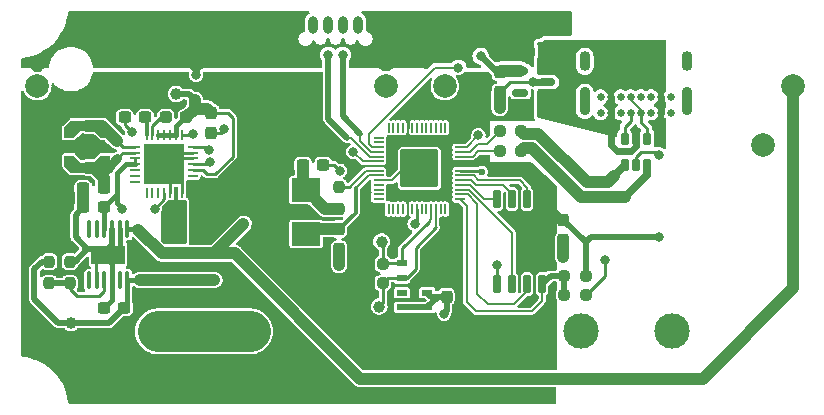
<source format=gbl>
G04 #@! TF.GenerationSoftware,KiCad,Pcbnew,7.0.5-0*
G04 #@! TF.CreationDate,2023-10-09T15:45:38-04:00*
G04 #@! TF.ProjectId,SLAPS_Solar_Harvester,534c4150-535f-4536-9f6c-61725f486172,V1.1*
G04 #@! TF.SameCoordinates,Original*
G04 #@! TF.FileFunction,Copper,L2,Bot*
G04 #@! TF.FilePolarity,Positive*
%FSLAX46Y46*%
G04 Gerber Fmt 4.6, Leading zero omitted, Abs format (unit mm)*
G04 Created by KiCad (PCBNEW 7.0.5-0) date 2023-10-09 15:45:38*
%MOMM*%
%LPD*%
G01*
G04 APERTURE LIST*
G04 Aperture macros list*
%AMRoundRect*
0 Rectangle with rounded corners*
0 $1 Rounding radius*
0 $2 $3 $4 $5 $6 $7 $8 $9 X,Y pos of 4 corners*
0 Add a 4 corners polygon primitive as box body*
4,1,4,$2,$3,$4,$5,$6,$7,$8,$9,$2,$3,0*
0 Add four circle primitives for the rounded corners*
1,1,$1+$1,$2,$3*
1,1,$1+$1,$4,$5*
1,1,$1+$1,$6,$7*
1,1,$1+$1,$8,$9*
0 Add four rect primitives between the rounded corners*
20,1,$1+$1,$2,$3,$4,$5,0*
20,1,$1+$1,$4,$5,$6,$7,0*
20,1,$1+$1,$6,$7,$8,$9,0*
20,1,$1+$1,$8,$9,$2,$3,0*%
%AMFreePoly0*
4,1,21,1.015035,1.945035,1.015050,1.945000,1.015050,1.170000,1.015036,1.169965,0.435050,0.574979,0.435050,-0.574979,1.015036,-1.169965,1.015050,-1.170000,1.015050,-1.945000,1.015035,-1.945035,1.015000,-1.945050,0.115000,-1.945050,0.114964,-1.945035,-0.435035,-1.395035,-0.435050,-1.395000,-0.435050,1.395000,-0.435035,1.395036,0.124965,1.945035,0.125000,1.945050,1.015000,1.945050,
1.015035,1.945035,1.015035,1.945035,$1*%
%AMFreePoly1*
4,1,22,-0.124982,1.945042,-0.124965,1.945036,0.435035,1.395035,0.435050,1.395000,0.435050,-1.395000,0.435035,-1.395036,-0.114965,-1.945035,-0.115000,-1.945050,-1.015000,-1.945050,-1.015035,-1.945035,-1.015050,-1.945000,-1.015050,-1.170000,-1.015036,-1.169965,-0.435050,-0.574979,-0.435050,0.574979,-1.015036,1.169965,-1.015050,1.170000,-1.015050,1.945000,-1.015035,1.945035,-1.015000,1.945050,
-0.125000,1.945050,-0.124982,1.945042,-0.124982,1.945042,$1*%
G04 Aperture macros list end*
G04 #@! TA.AperFunction,ComponentPad*
%ADD10C,2.000000*%
G04 #@! TD*
G04 #@! TA.AperFunction,ComponentPad*
%ADD11C,3.000000*%
G04 #@! TD*
G04 #@! TA.AperFunction,SMDPad,CuDef*
%ADD12O,0.800000X1.500000*%
G04 #@! TD*
G04 #@! TA.AperFunction,ComponentPad*
%ADD13C,0.670000*%
G04 #@! TD*
G04 #@! TA.AperFunction,ComponentPad*
%ADD14O,0.900000X2.400000*%
G04 #@! TD*
G04 #@! TA.AperFunction,ComponentPad*
%ADD15O,0.900000X1.700000*%
G04 #@! TD*
G04 #@! TA.AperFunction,SMDPad,CuDef*
%ADD16C,0.850000*%
G04 #@! TD*
G04 #@! TA.AperFunction,SMDPad,CuDef*
%ADD17RoundRect,0.237500X0.300000X0.237500X-0.300000X0.237500X-0.300000X-0.237500X0.300000X-0.237500X0*%
G04 #@! TD*
G04 #@! TA.AperFunction,SMDPad,CuDef*
%ADD18RoundRect,0.100000X0.100000X-0.625000X0.100000X0.625000X-0.100000X0.625000X-0.100000X-0.625000X0*%
G04 #@! TD*
G04 #@! TA.AperFunction,ComponentPad*
%ADD19C,0.600000*%
G04 #@! TD*
G04 #@! TA.AperFunction,SMDPad,CuDef*
%ADD20R,2.850000X1.650000*%
G04 #@! TD*
G04 #@! TA.AperFunction,SMDPad,CuDef*
%ADD21RoundRect,0.237500X-0.237500X0.300000X-0.237500X-0.300000X0.237500X-0.300000X0.237500X0.300000X0*%
G04 #@! TD*
G04 #@! TA.AperFunction,SMDPad,CuDef*
%ADD22R,2.400000X2.000000*%
G04 #@! TD*
G04 #@! TA.AperFunction,SMDPad,CuDef*
%ADD23C,1.000000*%
G04 #@! TD*
G04 #@! TA.AperFunction,SMDPad,CuDef*
%ADD24FreePoly0,90.000000*%
G04 #@! TD*
G04 #@! TA.AperFunction,SMDPad,CuDef*
%ADD25FreePoly1,90.000000*%
G04 #@! TD*
G04 #@! TA.AperFunction,SMDPad,CuDef*
%ADD26RoundRect,0.150000X0.150000X-0.650000X0.150000X0.650000X-0.150000X0.650000X-0.150000X-0.650000X0*%
G04 #@! TD*
G04 #@! TA.AperFunction,SMDPad,CuDef*
%ADD27RoundRect,0.237500X0.237500X-0.300000X0.237500X0.300000X-0.237500X0.300000X-0.237500X-0.300000X0*%
G04 #@! TD*
G04 #@! TA.AperFunction,SMDPad,CuDef*
%ADD28RoundRect,0.050000X0.050000X-0.387500X0.050000X0.387500X-0.050000X0.387500X-0.050000X-0.387500X0*%
G04 #@! TD*
G04 #@! TA.AperFunction,SMDPad,CuDef*
%ADD29RoundRect,0.050000X0.387500X-0.050000X0.387500X0.050000X-0.387500X0.050000X-0.387500X-0.050000X0*%
G04 #@! TD*
G04 #@! TA.AperFunction,ComponentPad*
%ADD30C,0.700000*%
G04 #@! TD*
G04 #@! TA.AperFunction,SMDPad,CuDef*
%ADD31RoundRect,0.144000X1.456000X-1.456000X1.456000X1.456000X-1.456000X1.456000X-1.456000X-1.456000X0*%
G04 #@! TD*
G04 #@! TA.AperFunction,SMDPad,CuDef*
%ADD32RoundRect,0.237500X0.250000X0.237500X-0.250000X0.237500X-0.250000X-0.237500X0.250000X-0.237500X0*%
G04 #@! TD*
G04 #@! TA.AperFunction,SMDPad,CuDef*
%ADD33R,0.950000X0.550000*%
G04 #@! TD*
G04 #@! TA.AperFunction,SMDPad,CuDef*
%ADD34RoundRect,0.150000X0.512500X0.150000X-0.512500X0.150000X-0.512500X-0.150000X0.512500X-0.150000X0*%
G04 #@! TD*
G04 #@! TA.AperFunction,SMDPad,CuDef*
%ADD35RoundRect,0.237500X-0.250000X-0.237500X0.250000X-0.237500X0.250000X0.237500X-0.250000X0.237500X0*%
G04 #@! TD*
G04 #@! TA.AperFunction,SMDPad,CuDef*
%ADD36RoundRect,0.237500X0.287500X0.237500X-0.287500X0.237500X-0.287500X-0.237500X0.287500X-0.237500X0*%
G04 #@! TD*
G04 #@! TA.AperFunction,SMDPad,CuDef*
%ADD37RoundRect,0.237500X0.237500X-0.250000X0.237500X0.250000X-0.237500X0.250000X-0.237500X-0.250000X0*%
G04 #@! TD*
G04 #@! TA.AperFunction,SMDPad,CuDef*
%ADD38RoundRect,0.237500X-0.237500X0.250000X-0.237500X-0.250000X0.237500X-0.250000X0.237500X0.250000X0*%
G04 #@! TD*
G04 #@! TA.AperFunction,SMDPad,CuDef*
%ADD39RoundRect,0.062500X-0.062500X0.337500X-0.062500X-0.337500X0.062500X-0.337500X0.062500X0.337500X0*%
G04 #@! TD*
G04 #@! TA.AperFunction,SMDPad,CuDef*
%ADD40RoundRect,0.062500X-0.337500X0.062500X-0.337500X-0.062500X0.337500X-0.062500X0.337500X0.062500X0*%
G04 #@! TD*
G04 #@! TA.AperFunction,SMDPad,CuDef*
%ADD41R,3.350000X3.350000*%
G04 #@! TD*
G04 #@! TA.AperFunction,SMDPad,CuDef*
%ADD42C,0.800000*%
G04 #@! TD*
G04 #@! TA.AperFunction,SMDPad,CuDef*
%ADD43RoundRect,0.162500X0.162500X-0.367500X0.162500X0.367500X-0.162500X0.367500X-0.162500X-0.367500X0*%
G04 #@! TD*
G04 #@! TA.AperFunction,ViaPad*
%ADD44C,0.800000*%
G04 #@! TD*
G04 #@! TA.AperFunction,ViaPad*
%ADD45C,0.600000*%
G04 #@! TD*
G04 #@! TA.AperFunction,Conductor*
%ADD46C,1.000000*%
G04 #@! TD*
G04 #@! TA.AperFunction,Conductor*
%ADD47C,0.300000*%
G04 #@! TD*
G04 #@! TA.AperFunction,Conductor*
%ADD48C,0.200000*%
G04 #@! TD*
G04 #@! TA.AperFunction,Conductor*
%ADD49C,0.400000*%
G04 #@! TD*
G04 #@! TA.AperFunction,Conductor*
%ADD50C,0.250000*%
G04 #@! TD*
G04 #@! TA.AperFunction,Conductor*
%ADD51C,0.500000*%
G04 #@! TD*
G04 #@! TA.AperFunction,Conductor*
%ADD52C,0.700000*%
G04 #@! TD*
G04 #@! TA.AperFunction,Conductor*
%ADD53C,3.500000*%
G04 #@! TD*
G04 #@! TA.AperFunction,Conductor*
%ADD54C,0.600000*%
G04 #@! TD*
G04 #@! TA.AperFunction,Conductor*
%ADD55C,0.750000*%
G04 #@! TD*
G04 APERTURE END LIST*
D10*
X188750440Y-96748780D03*
D11*
X134980000Y-117500000D03*
X142750000Y-117500000D03*
X170750000Y-117500000D03*
X178520000Y-117500000D03*
D10*
X159250880Y-96748780D03*
X124750060Y-96748780D03*
X186200000Y-101700000D03*
D12*
X151905000Y-91570500D03*
X150635000Y-91570500D03*
X149365000Y-91570500D03*
X148095000Y-91570500D03*
D10*
X154249620Y-96748780D03*
D13*
X178400000Y-99000000D03*
X177550000Y-99000000D03*
X176700000Y-99000000D03*
X175850000Y-99000000D03*
X175000000Y-99000000D03*
X174150000Y-99000000D03*
X173300000Y-99000000D03*
X172450000Y-99000000D03*
X172450000Y-97650000D03*
X173300000Y-97650000D03*
X174150000Y-97650000D03*
X175000000Y-97650000D03*
X175850000Y-97650000D03*
X176700000Y-97650000D03*
X177550000Y-97650000D03*
X178400000Y-97650000D03*
D14*
X179750000Y-98020000D03*
D15*
X179750000Y-94640000D03*
D14*
X171100000Y-98020000D03*
D15*
X171100000Y-94640000D03*
D16*
X168014969Y-103382309D03*
D17*
X132112500Y-115500000D03*
X130387500Y-115500000D03*
D18*
X132375000Y-113150000D03*
X131725000Y-113150000D03*
X131075000Y-113150000D03*
X130425000Y-113150000D03*
X129775000Y-113150000D03*
X129125000Y-113150000D03*
X129125000Y-108850000D03*
X129775000Y-108850000D03*
X130425000Y-108850000D03*
X131075000Y-108850000D03*
X131725000Y-108850000D03*
X132375000Y-108850000D03*
D19*
X129750000Y-111500000D03*
X130750000Y-111500000D03*
X131750000Y-111500000D03*
D20*
X130750000Y-111000000D03*
D19*
X129750000Y-110500000D03*
X130750000Y-110500000D03*
X131750000Y-110500000D03*
D21*
X169300000Y-108037500D03*
X169300000Y-109762500D03*
D16*
X168125653Y-101757502D03*
D22*
X147500000Y-105550000D03*
X147500000Y-109250000D03*
D23*
X153900000Y-109900000D03*
D21*
X159400000Y-112837500D03*
X159400000Y-114562500D03*
D24*
X129000000Y-103627500D03*
D25*
X129000000Y-100097500D03*
D21*
X163900000Y-95537500D03*
X163900000Y-97262500D03*
D17*
X130362500Y-107000000D03*
X128637500Y-107000000D03*
D23*
X153700000Y-115400000D03*
D17*
X130362500Y-105362500D03*
X128637500Y-105362500D03*
D26*
X167505000Y-113500000D03*
X166235000Y-113500000D03*
X164965000Y-113500000D03*
X163695000Y-113500000D03*
X163695000Y-106300000D03*
X164965000Y-106300000D03*
X166235000Y-106300000D03*
X167505000Y-106300000D03*
D27*
X150300000Y-110562500D03*
X150300000Y-108837500D03*
D28*
X159700000Y-107137500D03*
X159300000Y-107137500D03*
X158900000Y-107137500D03*
X158500000Y-107137500D03*
X158100000Y-107137500D03*
X157700000Y-107137500D03*
X157300000Y-107137500D03*
X156900000Y-107137500D03*
X156500000Y-107137500D03*
X156100000Y-107137500D03*
X155700000Y-107137500D03*
X155300000Y-107137500D03*
X154900000Y-107137500D03*
X154500000Y-107137500D03*
D29*
X153662500Y-106300000D03*
X153662500Y-105900000D03*
X153662500Y-105500000D03*
X153662500Y-105100000D03*
X153662500Y-104700000D03*
X153662500Y-104300000D03*
X153662500Y-103900000D03*
X153662500Y-103500000D03*
X153662500Y-103100000D03*
X153662500Y-102700000D03*
X153662500Y-102300000D03*
X153662500Y-101900000D03*
X153662500Y-101500000D03*
X153662500Y-101100000D03*
D28*
X154500000Y-100262500D03*
X154900000Y-100262500D03*
X155300000Y-100262500D03*
X155700000Y-100262500D03*
X156100000Y-100262500D03*
X156500000Y-100262500D03*
X156900000Y-100262500D03*
X157300000Y-100262500D03*
X157700000Y-100262500D03*
X158100000Y-100262500D03*
X158500000Y-100262500D03*
X158900000Y-100262500D03*
X159300000Y-100262500D03*
X159700000Y-100262500D03*
D29*
X160537500Y-101100000D03*
X160537500Y-101500000D03*
X160537500Y-101900000D03*
X160537500Y-102300000D03*
X160537500Y-102700000D03*
X160537500Y-103100000D03*
X160537500Y-103500000D03*
X160537500Y-103900000D03*
X160537500Y-104300000D03*
X160537500Y-104700000D03*
X160537500Y-105100000D03*
X160537500Y-105500000D03*
X160537500Y-105900000D03*
X160537500Y-106300000D03*
D30*
X155825000Y-104975000D03*
X157100000Y-104975000D03*
X158375000Y-104975000D03*
X155825000Y-103700000D03*
X157100000Y-103700000D03*
D31*
X157100000Y-103700000D03*
D30*
X158375000Y-103700000D03*
X155825000Y-102425000D03*
X157100000Y-102425000D03*
X158375000Y-102425000D03*
D23*
X127600000Y-116800000D03*
D32*
X171212500Y-112800000D03*
X169387500Y-112800000D03*
D33*
X157775000Y-111725000D03*
X157775000Y-112975000D03*
X157775000Y-114225000D03*
X157775000Y-115475000D03*
X155625000Y-115475000D03*
X155625000Y-114225000D03*
X155625000Y-112975000D03*
X155625000Y-111725000D03*
D23*
X139900000Y-105700000D03*
D34*
X167937500Y-95450000D03*
X167937500Y-96400000D03*
X167937500Y-97350000D03*
X165662500Y-97350000D03*
X165662500Y-95450000D03*
D32*
X171212500Y-114400000D03*
X169387500Y-114400000D03*
D35*
X152187500Y-111800000D03*
X154012500Y-111800000D03*
D36*
X137375000Y-99362500D03*
X135625000Y-99362500D03*
D27*
X139500000Y-100725000D03*
X139500000Y-99000000D03*
D37*
X150300000Y-107112500D03*
X150300000Y-105287500D03*
D17*
X148962500Y-103400000D03*
X147237500Y-103400000D03*
D35*
X163887500Y-102250000D03*
X165712500Y-102250000D03*
D38*
X125750000Y-111587500D03*
X125750000Y-113412500D03*
D35*
X152187500Y-113400000D03*
X154012500Y-113400000D03*
D39*
X134000000Y-100912500D03*
X134500000Y-100912500D03*
X135000000Y-100912500D03*
X135500000Y-100912500D03*
X136000000Y-100912500D03*
X136500000Y-100912500D03*
X137000000Y-100912500D03*
D40*
X137950000Y-101862500D03*
X137950000Y-102362500D03*
X137950000Y-102862500D03*
X137950000Y-103362500D03*
X137950000Y-103862500D03*
X137950000Y-104362500D03*
X137950000Y-104862500D03*
D39*
X137000000Y-105812500D03*
X136500000Y-105812500D03*
X136000000Y-105812500D03*
X135500000Y-105812500D03*
X135000000Y-105812500D03*
X134500000Y-105812500D03*
X134000000Y-105812500D03*
D40*
X133050000Y-104862500D03*
X133050000Y-104362500D03*
X133050000Y-103862500D03*
X133050000Y-103362500D03*
X133050000Y-102862500D03*
X133050000Y-102362500D03*
X133050000Y-101862500D03*
D19*
X136500000Y-102362500D03*
X135500000Y-102362500D03*
X134500000Y-102362500D03*
X136500000Y-103362500D03*
X135500000Y-103362500D03*
D41*
X135500000Y-103362500D03*
D19*
X134500000Y-103362500D03*
X136500000Y-104362500D03*
X135500000Y-104362500D03*
X134500000Y-104362500D03*
D17*
X133862500Y-99362500D03*
X132137500Y-99362500D03*
D37*
X127500000Y-113412500D03*
X127500000Y-111587500D03*
D42*
X131957040Y-107099999D03*
D23*
X136500000Y-97400000D03*
X169000000Y-99200000D03*
D43*
X176375000Y-103375000D03*
X175425000Y-103375000D03*
X174475000Y-103375000D03*
X174475000Y-101175000D03*
X175425000Y-101175000D03*
X176375000Y-101175000D03*
D17*
X168062500Y-93800000D03*
X166337500Y-93800000D03*
D35*
X163887500Y-100500000D03*
X165712500Y-100500000D03*
D44*
X138100000Y-97900000D03*
X134700000Y-107100000D03*
X151500000Y-102300000D03*
X162100000Y-100900000D03*
D45*
X162400000Y-104000000D03*
D44*
X158700000Y-98900000D03*
X151500000Y-103300000D03*
X143800000Y-96500000D03*
X161600000Y-99300000D03*
X160600000Y-99000000D03*
X177400000Y-109500000D03*
X156100000Y-99000000D03*
X155600000Y-108400000D03*
X160000000Y-108500000D03*
X162100000Y-103200000D03*
X156700000Y-108400000D03*
X150600000Y-94100000D03*
X149400000Y-94100000D03*
X160400000Y-95200000D03*
X139400000Y-103200000D03*
X140600000Y-100400000D03*
X144000000Y-90900000D03*
X161900000Y-90900000D03*
X138800000Y-91200000D03*
X133500000Y-91900000D03*
X165000000Y-93900000D03*
X163900000Y-98600000D03*
X138200000Y-95800000D03*
X150300000Y-111900000D03*
X165100000Y-92400000D03*
X142900000Y-92000000D03*
X166700000Y-96400000D03*
X167200000Y-92300000D03*
X131000000Y-92700000D03*
X140400000Y-91100000D03*
X138100000Y-93200000D03*
X132300000Y-93400000D03*
X163700000Y-111900000D03*
X135100000Y-91200000D03*
X159200000Y-116000000D03*
X150400000Y-103900000D03*
X177400000Y-102600000D03*
X169300000Y-111200000D03*
X132750000Y-100612500D03*
X137000000Y-91100000D03*
X132300000Y-91700000D03*
X161900000Y-91900000D03*
X141900000Y-91100000D03*
X161900000Y-93000000D03*
X135900000Y-107100000D03*
X136300000Y-108000000D03*
X137000000Y-107300000D03*
X172800000Y-111500000D03*
X139700000Y-113100000D03*
X162300000Y-94200000D03*
X142200000Y-108400000D03*
X137900000Y-100800000D03*
X139250000Y-102112500D03*
D46*
X147912500Y-108837500D02*
X150300000Y-108837500D01*
X147500000Y-109250000D02*
X147912500Y-108837500D01*
D47*
X151700000Y-107437500D02*
X150300000Y-108837500D01*
D48*
X152800000Y-104300000D02*
X151700000Y-105400000D01*
X153662500Y-104300000D02*
X152800000Y-104300000D01*
D47*
X151700000Y-105400000D02*
X151700000Y-107437500D01*
D46*
X147237500Y-105287500D02*
X147500000Y-105550000D01*
X147500000Y-105550000D02*
X147550000Y-105550000D01*
X147550000Y-105550000D02*
X149112500Y-107112500D01*
X149112500Y-107112500D02*
X150300000Y-107112500D01*
X147237500Y-103400000D02*
X147237500Y-105287500D01*
D49*
X133050000Y-103362500D02*
X132250000Y-103362500D01*
X130425000Y-107062500D02*
X130362500Y-107000000D01*
X131500000Y-105862500D02*
X130362500Y-107000000D01*
X130425000Y-108850000D02*
X130425000Y-107062500D01*
X131500000Y-104112500D02*
X131500000Y-105862500D01*
X132250000Y-103362500D02*
X131500000Y-104112500D01*
X131500000Y-106642959D02*
X131957040Y-107099999D01*
X131500000Y-105862500D02*
X131500000Y-106642959D01*
D50*
X133050000Y-103362500D02*
X133050000Y-102862500D01*
D46*
X139137500Y-98637500D02*
X139500000Y-99000000D01*
D50*
X135500000Y-105812500D02*
X135500000Y-106300000D01*
X141300000Y-102700000D02*
X141300000Y-99400000D01*
X139100000Y-104200000D02*
X139800000Y-104200000D01*
D49*
X136500000Y-100112500D02*
X136500000Y-100912500D01*
D50*
X137950000Y-103862500D02*
X138762500Y-103862500D01*
D46*
X138100000Y-98637500D02*
X137375000Y-99362500D01*
D49*
X135000000Y-100912500D02*
X136500000Y-100912500D01*
X137250000Y-99362500D02*
X136500000Y-100112500D01*
D51*
X138100000Y-97900000D02*
X137600000Y-97400000D01*
D50*
X138762500Y-103862500D02*
X139100000Y-104200000D01*
X140900000Y-99000000D02*
X139500000Y-99000000D01*
D46*
X138100000Y-98637500D02*
X139137500Y-98637500D01*
D49*
X137375000Y-99362500D02*
X137250000Y-99362500D01*
D46*
X138100000Y-97900000D02*
X138100000Y-98637500D01*
D50*
X141300000Y-99400000D02*
X140900000Y-99000000D01*
X139800000Y-104200000D02*
X141300000Y-102700000D01*
D51*
X137600000Y-97400000D02*
X136500000Y-97400000D01*
D50*
X135500000Y-106300000D02*
X134700000Y-107100000D01*
X162300000Y-103900000D02*
X160537500Y-103900000D01*
D48*
X151500000Y-102300000D02*
X152300000Y-103100000D01*
X152300000Y-103100000D02*
X153662500Y-103100000D01*
X162100000Y-100900000D02*
X161100000Y-101900000D01*
X161100000Y-101900000D02*
X160537500Y-101900000D01*
D50*
X162400000Y-104000000D02*
X162300000Y-103900000D01*
D52*
X174475000Y-103455258D02*
X174475000Y-103375000D01*
D46*
X167129742Y-100760000D02*
X171254742Y-104885000D01*
X173045258Y-104885000D02*
X173565129Y-104365129D01*
X171254742Y-104885000D02*
X173045258Y-104885000D01*
D52*
X173565129Y-104365129D02*
X174475000Y-103455258D01*
D46*
X165972500Y-100760000D02*
X167129742Y-100760000D01*
X165712500Y-100500000D02*
X165972500Y-100760000D01*
X165972500Y-101990000D02*
X166620258Y-101990000D01*
D52*
X176375000Y-104225000D02*
X174485000Y-106115000D01*
D46*
X166620258Y-101990000D02*
X170745258Y-106115000D01*
X165712500Y-102250000D02*
X165972500Y-101990000D01*
X174485000Y-106115000D02*
X173554742Y-106115000D01*
D52*
X176375000Y-103375000D02*
X176375000Y-104225000D01*
D46*
X170745258Y-106115000D02*
X173554742Y-106115000D01*
D53*
X134980000Y-117500000D02*
X142750000Y-117500000D01*
D50*
X161600000Y-99300000D02*
X161600000Y-100037500D01*
X163400000Y-103700000D02*
X162900000Y-103200000D01*
D48*
X151500000Y-103300000D02*
X151700000Y-103500000D01*
D51*
X159400000Y-112837500D02*
X157912500Y-112837500D01*
D50*
X160537500Y-101500000D02*
X160537500Y-101100000D01*
D51*
X157912500Y-112837500D02*
X157775000Y-112975000D01*
D50*
X159700000Y-100262500D02*
X159700000Y-99900000D01*
D48*
X160537500Y-103100000D02*
X160537500Y-103500000D01*
D51*
X169300000Y-108037500D02*
X171212500Y-109950000D01*
D48*
X156100000Y-107137500D02*
X156100000Y-107900000D01*
D50*
X160150000Y-99450000D02*
X160600000Y-99000000D01*
X167505000Y-106300000D02*
X167505000Y-105505000D01*
D51*
X167562500Y-106300000D02*
X169300000Y-108037500D01*
X159400000Y-112837500D02*
X158887500Y-112837500D01*
D50*
X152187500Y-111800000D02*
X152187500Y-113400000D01*
D48*
X160537500Y-103100000D02*
X162000000Y-103100000D01*
X158700000Y-98900000D02*
X159250000Y-99450000D01*
D50*
X165700000Y-103700000D02*
X163400000Y-103700000D01*
X159700000Y-99900000D02*
X160150000Y-99450000D01*
D51*
X171212500Y-109950000D02*
X171662500Y-109500000D01*
X171212500Y-109950000D02*
X171212500Y-112800000D01*
D48*
X159250000Y-99450000D02*
X160150000Y-99450000D01*
D50*
X156100000Y-100262500D02*
X156100000Y-99000000D01*
X167505000Y-105505000D02*
X165700000Y-103700000D01*
D51*
X167505000Y-106300000D02*
X167562500Y-106300000D01*
D48*
X156100000Y-107900000D02*
X155600000Y-108400000D01*
D50*
X159700000Y-108200000D02*
X160000000Y-108500000D01*
X159700000Y-107137500D02*
X159700000Y-108200000D01*
D51*
X171662500Y-109500000D02*
X177400000Y-109500000D01*
D48*
X151700000Y-103500000D02*
X153662500Y-103500000D01*
D50*
X162900000Y-103200000D02*
X162100000Y-103200000D01*
X161600000Y-100037500D02*
X160537500Y-101100000D01*
D51*
X158887500Y-112837500D02*
X157775000Y-111725000D01*
D48*
X162000000Y-103100000D02*
X162100000Y-103200000D01*
D50*
X156900000Y-108200000D02*
X156700000Y-108400000D01*
X156900000Y-107137500D02*
X156900000Y-108200000D01*
X155625000Y-111725000D02*
X154087500Y-111725000D01*
D48*
X158100000Y-108000000D02*
X157900000Y-108200000D01*
D50*
X154012500Y-111800000D02*
X154012500Y-110012500D01*
X154012500Y-110012500D02*
X153900000Y-109900000D01*
X154087500Y-111725000D02*
X154012500Y-111800000D01*
X155625000Y-110475000D02*
X155625000Y-111725000D01*
X157900000Y-108200000D02*
X155625000Y-110475000D01*
D48*
X158100000Y-107137500D02*
X158100000Y-108000000D01*
X152100000Y-101400000D02*
X152100000Y-100800000D01*
D51*
X150600000Y-99300000D02*
X150600000Y-94100000D01*
D48*
X153662500Y-102300000D02*
X153000000Y-102300000D01*
D51*
X152100000Y-100800000D02*
X150600000Y-99300000D01*
D48*
X153000000Y-102300000D02*
X152500000Y-101800000D01*
X152500000Y-101800000D02*
X152100000Y-101400000D01*
D51*
X151000000Y-101100000D02*
X149400000Y-99500000D01*
D48*
X153662500Y-102700000D02*
X152900000Y-102700000D01*
X152900000Y-102700000D02*
X152000000Y-101800000D01*
X151300000Y-101100000D02*
X151000000Y-101100000D01*
X152000000Y-101800000D02*
X151300000Y-101100000D01*
D51*
X149400000Y-99500000D02*
X149400000Y-94100000D01*
D50*
X176375000Y-101175000D02*
X176375000Y-100325000D01*
X175850000Y-99800000D02*
X175850000Y-99000000D01*
D48*
X175850000Y-98800000D02*
X175850000Y-99000000D01*
X175000000Y-97950000D02*
X175850000Y-98800000D01*
X175000000Y-97650000D02*
X175000000Y-97950000D01*
D50*
X176375000Y-100325000D02*
X175850000Y-99800000D01*
X151212500Y-105287500D02*
X150300000Y-105287500D01*
D48*
X152600000Y-103900000D02*
X151212500Y-105287500D01*
X153662500Y-103900000D02*
X152600000Y-103900000D01*
D50*
X155625000Y-112975000D02*
X154437500Y-112975000D01*
X156025000Y-112975000D02*
X156800000Y-112200000D01*
X154437500Y-112975000D02*
X154012500Y-113400000D01*
X156800000Y-110400000D02*
X158500000Y-108700000D01*
D48*
X158500000Y-108700000D02*
X158500000Y-108000000D01*
D50*
X155625000Y-112975000D02*
X156025000Y-112975000D01*
X156800000Y-112200000D02*
X156800000Y-110400000D01*
D48*
X158500000Y-108000000D02*
X158500000Y-107137500D01*
D50*
X153700000Y-115400000D02*
X154012500Y-115087500D01*
X154012500Y-115087500D02*
X154012500Y-113400000D01*
D48*
X160400000Y-95200000D02*
X158400000Y-95200000D01*
X153100000Y-101900000D02*
X153662500Y-101900000D01*
X158400000Y-95200000D02*
X152800000Y-100800000D01*
X152800000Y-101600000D02*
X153100000Y-101900000D01*
X152800000Y-100800000D02*
X152800000Y-101600000D01*
D54*
X175425000Y-101775000D02*
X175425000Y-101175000D01*
X173800000Y-102200000D02*
X175000000Y-102200000D01*
X173300000Y-99000000D02*
X173300000Y-101700000D01*
X173300000Y-99000000D02*
X173300000Y-97650000D01*
X175000000Y-102200000D02*
X175425000Y-101775000D01*
X173300000Y-101700000D02*
X173800000Y-102200000D01*
X177550000Y-97650000D02*
X177550000Y-99000000D01*
D50*
X139237500Y-103362500D02*
X139400000Y-103200000D01*
X137950000Y-103362500D02*
X139237500Y-103362500D01*
D48*
X162050000Y-102250000D02*
X163887500Y-102250000D01*
X161600000Y-102700000D02*
X162050000Y-102250000D01*
X160537500Y-102700000D02*
X161600000Y-102700000D01*
X162800000Y-101600000D02*
X163887500Y-100512500D01*
X161400000Y-102300000D02*
X162100000Y-101600000D01*
X160537500Y-102300000D02*
X161400000Y-102300000D01*
X162100000Y-101600000D02*
X162800000Y-101600000D01*
X163887500Y-100512500D02*
X163887500Y-100500000D01*
D51*
X131075000Y-110175000D02*
X130750000Y-110500000D01*
D50*
X137950000Y-102862500D02*
X137000000Y-102862500D01*
X140600000Y-100400000D02*
X140275000Y-100725000D01*
X163695000Y-113500000D02*
X163695000Y-111905000D01*
X132137500Y-100000000D02*
X132750000Y-100612500D01*
D46*
X163900000Y-97262500D02*
X163900000Y-98600000D01*
D51*
X159400000Y-114562500D02*
X158687500Y-114562500D01*
D50*
X175900000Y-102300000D02*
X177100000Y-102300000D01*
X129750000Y-113125000D02*
X129775000Y-113150000D01*
D51*
X158687500Y-114562500D02*
X158112500Y-114562500D01*
D50*
X148962500Y-103400000D02*
X149900000Y-103400000D01*
D51*
X158687500Y-114562500D02*
X157775000Y-115475000D01*
X159400000Y-115800000D02*
X159200000Y-116000000D01*
D50*
X136000000Y-104862500D02*
X135500000Y-104362500D01*
X163695000Y-111905000D02*
X163700000Y-111900000D01*
D51*
X129000000Y-110500000D02*
X130750000Y-110500000D01*
D50*
X137000000Y-104862500D02*
X136500000Y-104362500D01*
X136000000Y-105812500D02*
X136000000Y-104862500D01*
X132137500Y-99362500D02*
X132137500Y-100000000D01*
D51*
X128637500Y-107000000D02*
X128000000Y-107637500D01*
D49*
X131725000Y-108850000D02*
X131725000Y-110475000D01*
D50*
X137000000Y-102862500D02*
X136500000Y-102362500D01*
D51*
X131075000Y-108850000D02*
X131075000Y-110175000D01*
D49*
X131075000Y-113150000D02*
X131075000Y-111825000D01*
D50*
X137950000Y-102362500D02*
X136500000Y-102362500D01*
X175425000Y-103375000D02*
X175425000Y-102775000D01*
D46*
X150300000Y-110562500D02*
X150300000Y-111900000D01*
D51*
X159400000Y-114562500D02*
X159400000Y-115800000D01*
D50*
X163937500Y-97262500D02*
X164800000Y-96400000D01*
X164800000Y-96400000D02*
X166700000Y-96400000D01*
D46*
X165100000Y-93800000D02*
X165000000Y-93900000D01*
D51*
X128000000Y-109500000D02*
X129000000Y-110500000D01*
D48*
X153662500Y-104700000D02*
X154825000Y-104700000D01*
D51*
X158112500Y-114562500D02*
X157775000Y-114225000D01*
D50*
X149900000Y-103400000D02*
X150400000Y-103900000D01*
D49*
X131075000Y-114812500D02*
X130387500Y-115500000D01*
X131075000Y-111825000D02*
X130750000Y-111500000D01*
D51*
X127912500Y-111587500D02*
X129000000Y-110500000D01*
X131725000Y-110475000D02*
X131750000Y-110500000D01*
D54*
X167937500Y-96400000D02*
X166700000Y-96400000D01*
D46*
X128637500Y-107000000D02*
X128637500Y-105362500D01*
D50*
X140275000Y-100725000D02*
X139500000Y-100725000D01*
X163900000Y-97262500D02*
X163937500Y-97262500D01*
X129750000Y-111500000D02*
X129750000Y-113125000D01*
D46*
X166337500Y-93800000D02*
X165100000Y-93800000D01*
D48*
X154825000Y-104700000D02*
X155825000Y-103700000D01*
D46*
X169300000Y-109762500D02*
X169300000Y-111200000D01*
D50*
X137000000Y-105812500D02*
X137000000Y-104862500D01*
D49*
X131075000Y-113150000D02*
X131075000Y-114812500D01*
D51*
X157775000Y-115475000D02*
X155625000Y-115475000D01*
D50*
X175425000Y-102775000D02*
X175900000Y-102300000D01*
X177100000Y-102300000D02*
X177400000Y-102600000D01*
D51*
X128000000Y-107637500D02*
X128000000Y-109500000D01*
X127500000Y-111587500D02*
X127912500Y-111587500D01*
D50*
X172800000Y-112812500D02*
X172800000Y-111500000D01*
X171212500Y-114400000D02*
X172800000Y-112812500D01*
D51*
X169387500Y-112800000D02*
X169387500Y-114400000D01*
D48*
X166600000Y-115800000D02*
X167505000Y-114895000D01*
X161100000Y-115000000D02*
X161900000Y-115800000D01*
D51*
X169387500Y-112800000D02*
X168205000Y-112800000D01*
D48*
X161100000Y-106862500D02*
X161100000Y-115000000D01*
D51*
X168205000Y-112800000D02*
X167505000Y-113500000D01*
D48*
X161900000Y-115800000D02*
X166600000Y-115800000D01*
X167505000Y-114895000D02*
X167505000Y-113500000D01*
X160537500Y-106300000D02*
X161100000Y-106862500D01*
D50*
X130425000Y-114075000D02*
X130425000Y-113150000D01*
X128087500Y-114500000D02*
X130000000Y-114500000D01*
X127500000Y-113412500D02*
X127500000Y-113912500D01*
X127500000Y-113912500D02*
X128087500Y-114500000D01*
D51*
X127500000Y-113412500D02*
X125750000Y-113412500D01*
D50*
X130000000Y-114500000D02*
X130425000Y-114075000D01*
D48*
X162000000Y-114300000D02*
X162900000Y-115200000D01*
X162900000Y-115200000D02*
X165100000Y-115200000D01*
X165100000Y-115200000D02*
X166235000Y-114065000D01*
X160537500Y-105900000D02*
X161200000Y-105900000D01*
X161200000Y-105900000D02*
X162000000Y-106700000D01*
X162000000Y-106700000D02*
X162000000Y-114300000D01*
X166235000Y-114065000D02*
X166235000Y-113500000D01*
D51*
X130862500Y-116750000D02*
X132112500Y-115500000D01*
D46*
X133450000Y-113150000D02*
X139750000Y-113150000D01*
D49*
X132375000Y-113150000D02*
X133450000Y-113150000D01*
D51*
X125162500Y-111587500D02*
X124500000Y-112250000D01*
X163637500Y-95537500D02*
X163900000Y-95537500D01*
D49*
X132112500Y-115500000D02*
X132375000Y-115237500D01*
D51*
X126500000Y-116750000D02*
X130862500Y-116750000D01*
D46*
X163987500Y-95450000D02*
X163900000Y-95537500D01*
X165662500Y-95450000D02*
X163987500Y-95450000D01*
D49*
X132375000Y-115237500D02*
X132375000Y-113150000D01*
D51*
X124500000Y-112250000D02*
X124500000Y-114750000D01*
X162300000Y-94200000D02*
X163637500Y-95537500D01*
X125750000Y-111587500D02*
X125162500Y-111587500D01*
X124500000Y-114750000D02*
X126500000Y-116750000D01*
D46*
X188750440Y-96748780D02*
X188750440Y-113849560D01*
D49*
X132375000Y-108850000D02*
X133250000Y-108850000D01*
D46*
X135300000Y-110900000D02*
X139700000Y-110900000D01*
X188750440Y-113849560D02*
X181100000Y-121500000D01*
D49*
X133250000Y-108850000D02*
X133300000Y-108900000D01*
D46*
X152100000Y-121500000D02*
X141500000Y-110900000D01*
X181100000Y-121500000D02*
X152100000Y-121500000D01*
X141500000Y-110900000D02*
X139700000Y-110900000D01*
X139700000Y-110900000D02*
X142200000Y-108400000D01*
X133300000Y-108900000D02*
X135300000Y-110900000D01*
D48*
X161300000Y-105500000D02*
X160537500Y-105500000D01*
X164965000Y-109165000D02*
X161300000Y-105500000D01*
X164965000Y-113500000D02*
X164965000Y-109165000D01*
X161400000Y-105100000D02*
X160537500Y-105100000D01*
X163695000Y-106300000D02*
X162600000Y-106300000D01*
X162600000Y-106300000D02*
X161400000Y-105100000D01*
X164965000Y-105865000D02*
X164965000Y-106300000D01*
X161900000Y-105100000D02*
X164200000Y-105100000D01*
X160537500Y-104700000D02*
X161500000Y-104700000D01*
X161500000Y-104700000D02*
X161900000Y-105100000D01*
X164200000Y-105100000D02*
X164965000Y-105865000D01*
X166235000Y-105335000D02*
X165600000Y-104700000D01*
X166235000Y-106300000D02*
X166235000Y-105335000D01*
X165600000Y-104700000D02*
X162100000Y-104700000D01*
X162100000Y-104700000D02*
X161700000Y-104300000D01*
X161700000Y-104300000D02*
X160537500Y-104300000D01*
D47*
X134000000Y-100912500D02*
X134000000Y-99500000D01*
X134000000Y-99500000D02*
X133862500Y-99362500D01*
D46*
X129000000Y-103627500D02*
X130735000Y-103627500D01*
X129515000Y-103627500D02*
X130362500Y-104475000D01*
X130362500Y-104475000D02*
X130362500Y-105362500D01*
X129000000Y-103627500D02*
X129515000Y-103627500D01*
D50*
X132000000Y-102362500D02*
X133050000Y-102362500D01*
X131500000Y-102862500D02*
X132000000Y-102362500D01*
D55*
X130735000Y-103627500D02*
X131500000Y-102862500D01*
D50*
X137000000Y-100912500D02*
X137787500Y-100912500D01*
X137787500Y-100912500D02*
X137900000Y-100800000D01*
X137950000Y-101862500D02*
X139000000Y-101862500D01*
X139000000Y-101862500D02*
X139250000Y-102112500D01*
D46*
X129000000Y-100097500D02*
X130235000Y-100097500D01*
D50*
X132000000Y-101862500D02*
X133050000Y-101862500D01*
X131500000Y-101362500D02*
X132000000Y-101862500D01*
D46*
X130235000Y-100097500D02*
X131500000Y-101362500D01*
D50*
X134500000Y-100112500D02*
X134500000Y-100912500D01*
X135625000Y-99362500D02*
X135250000Y-99362500D01*
X135250000Y-99362500D02*
X134500000Y-100112500D01*
X175000000Y-99700000D02*
X175000000Y-99000000D01*
X174475000Y-101175000D02*
X174475000Y-100225000D01*
X174475000Y-100225000D02*
X175000000Y-99700000D01*
G04 #@! TA.AperFunction,Conductor*
G36*
X136616621Y-105258002D02*
G01*
X136663114Y-105311658D01*
X136674500Y-105364000D01*
X136674500Y-106175897D01*
X136674501Y-106175906D01*
X136689759Y-106252617D01*
X136747887Y-106339612D01*
X136764250Y-106350545D01*
X136834883Y-106397740D01*
X136911599Y-106413000D01*
X137088400Y-106412999D01*
X137088403Y-106412998D01*
X137088406Y-106412998D01*
X137113499Y-106408006D01*
X137165117Y-106397740D01*
X137204000Y-106371758D01*
X137271750Y-106350545D01*
X137340217Y-106369327D01*
X137387661Y-106422144D01*
X137400000Y-106476525D01*
X137400000Y-109974000D01*
X137379998Y-110042121D01*
X137326342Y-110088614D01*
X137274000Y-110100000D01*
X135542847Y-110100000D01*
X135474726Y-110079998D01*
X135453752Y-110063095D01*
X135236905Y-109846248D01*
X135202879Y-109783936D01*
X135200000Y-109757153D01*
X135200000Y-107477588D01*
X135220002Y-107409467D01*
X135223956Y-107403844D01*
X135224531Y-107402847D01*
X135224536Y-107402841D01*
X135285044Y-107256762D01*
X135305682Y-107100000D01*
X135296881Y-107033156D01*
X135307820Y-106963010D01*
X135332705Y-106927619D01*
X135718186Y-106542138D01*
X135722204Y-106538456D01*
X135753194Y-106512455D01*
X135773419Y-106477422D01*
X135776354Y-106472814D01*
X135782493Y-106464047D01*
X135837947Y-106419720D01*
X135905401Y-106412736D01*
X135905435Y-106412393D01*
X135907119Y-106412558D01*
X135908566Y-106412409D01*
X135910237Y-106412729D01*
X135911599Y-106413000D01*
X136088400Y-106412999D01*
X136088403Y-106412998D01*
X136088406Y-106412998D01*
X136165117Y-106397740D01*
X136252112Y-106339612D01*
X136252111Y-106339612D01*
X136310240Y-106252617D01*
X136325500Y-106175901D01*
X136325500Y-105840975D01*
X136325500Y-105364000D01*
X136345502Y-105295879D01*
X136399158Y-105249386D01*
X136451500Y-105238000D01*
X136548500Y-105238000D01*
X136616621Y-105258002D01*
G37*
G04 #@! TD.AperFunction*
G04 #@! TA.AperFunction,Conductor*
G36*
X147743152Y-90401502D02*
G01*
X147789645Y-90455158D01*
X147799749Y-90525432D01*
X147770255Y-90590012D01*
X147733586Y-90619067D01*
X147694151Y-90639763D01*
X147694142Y-90639770D01*
X147566818Y-90752569D01*
X147566816Y-90752571D01*
X147470181Y-90892570D01*
X147470179Y-90892574D01*
X147409859Y-91051629D01*
X147394500Y-91178121D01*
X147394500Y-91178128D01*
X147394500Y-91962872D01*
X147397790Y-91989968D01*
X147399323Y-92002595D01*
X147387676Y-92072630D01*
X147340015Y-92125250D01*
X147306864Y-92139484D01*
X147303241Y-92140455D01*
X147303238Y-92140455D01*
X147303238Y-92140456D01*
X147260454Y-92158177D01*
X147157160Y-92200963D01*
X147157157Y-92200965D01*
X147031718Y-92297218D01*
X146935465Y-92422657D01*
X146935463Y-92422660D01*
X146874955Y-92568739D01*
X146854318Y-92725499D01*
X146854318Y-92725500D01*
X146874955Y-92882260D01*
X146909253Y-92965061D01*
X146935464Y-93028341D01*
X147031718Y-93153782D01*
X147157159Y-93250036D01*
X147303238Y-93310544D01*
X147420639Y-93326000D01*
X147420646Y-93326000D01*
X147499354Y-93326000D01*
X147499361Y-93326000D01*
X147616762Y-93310544D01*
X147762841Y-93250036D01*
X147888282Y-93153782D01*
X147984536Y-93028341D01*
X148030875Y-92916468D01*
X148075421Y-92861189D01*
X148142784Y-92838768D01*
X148211575Y-92856326D01*
X148259954Y-92908287D01*
X148268177Y-92929185D01*
X148270047Y-92935553D01*
X148347855Y-93056626D01*
X148347856Y-93056627D01*
X148347857Y-93056628D01*
X148456627Y-93150877D01*
X148587543Y-93210665D01*
X148694201Y-93226000D01*
X148694205Y-93226000D01*
X148765795Y-93226000D01*
X148765799Y-93226000D01*
X148872457Y-93210665D01*
X149003373Y-93150877D01*
X149112143Y-93056628D01*
X149189953Y-92935553D01*
X149230500Y-92797461D01*
X149230500Y-92747000D01*
X149250502Y-92678879D01*
X149304158Y-92632386D01*
X149356500Y-92621000D01*
X149373500Y-92621000D01*
X149441621Y-92641002D01*
X149488114Y-92694658D01*
X149499500Y-92747000D01*
X149499500Y-92797461D01*
X149540047Y-92935553D01*
X149617855Y-93056626D01*
X149617856Y-93056627D01*
X149617857Y-93056628D01*
X149726627Y-93150877D01*
X149857543Y-93210665D01*
X149964201Y-93226000D01*
X149964205Y-93226000D01*
X150035795Y-93226000D01*
X150035799Y-93226000D01*
X150142457Y-93210665D01*
X150273373Y-93150877D01*
X150382143Y-93056628D01*
X150459953Y-92935553D01*
X150500500Y-92797461D01*
X150500500Y-92747000D01*
X150520502Y-92678879D01*
X150574158Y-92632386D01*
X150626500Y-92621000D01*
X150643500Y-92621000D01*
X150711621Y-92641002D01*
X150758114Y-92694658D01*
X150769500Y-92747000D01*
X150769500Y-92797461D01*
X150810047Y-92935553D01*
X150887855Y-93056626D01*
X150887856Y-93056627D01*
X150887857Y-93056628D01*
X150996627Y-93150877D01*
X151127543Y-93210665D01*
X151234201Y-93226000D01*
X151234205Y-93226000D01*
X151305795Y-93226000D01*
X151305799Y-93226000D01*
X151412457Y-93210665D01*
X151543373Y-93150877D01*
X151652143Y-93056628D01*
X151729953Y-92935553D01*
X151731821Y-92929189D01*
X151770203Y-92869465D01*
X151834783Y-92839971D01*
X151905057Y-92850073D01*
X151958714Y-92896565D01*
X151969123Y-92916464D01*
X152015464Y-93028341D01*
X152111718Y-93153782D01*
X152237159Y-93250036D01*
X152383238Y-93310544D01*
X152500639Y-93326000D01*
X152500646Y-93326000D01*
X152579354Y-93326000D01*
X152579361Y-93326000D01*
X152696762Y-93310544D01*
X152842841Y-93250036D01*
X152968282Y-93153782D01*
X153064536Y-93028341D01*
X153125044Y-92882262D01*
X153145682Y-92725500D01*
X153144084Y-92713365D01*
X153125044Y-92568739D01*
X153119441Y-92555210D01*
X153064536Y-92422659D01*
X152968282Y-92297218D01*
X152842841Y-92200964D01*
X152696762Y-92140456D01*
X152696760Y-92140455D01*
X152696754Y-92140453D01*
X152693138Y-92139484D01*
X152690432Y-92137834D01*
X152689132Y-92137296D01*
X152689216Y-92137093D01*
X152632518Y-92102528D01*
X152601501Y-92038665D01*
X152600677Y-92002592D01*
X152605500Y-91962872D01*
X152605500Y-91178128D01*
X152590140Y-91051628D01*
X152563609Y-90981672D01*
X152529820Y-90892574D01*
X152529818Y-90892570D01*
X152433183Y-90752571D01*
X152433181Y-90752569D01*
X152305857Y-90639770D01*
X152305848Y-90639763D01*
X152266414Y-90619067D01*
X152215391Y-90569699D01*
X152199159Y-90500583D01*
X152222871Y-90433663D01*
X152278998Y-90390186D01*
X152324969Y-90381500D01*
X169874000Y-90381500D01*
X169942121Y-90401502D01*
X169988614Y-90455158D01*
X170000000Y-90507500D01*
X170000000Y-92368500D01*
X169979998Y-92436621D01*
X169926342Y-92483114D01*
X169874000Y-92494500D01*
X167733879Y-92494500D01*
X167722159Y-92494950D01*
X167699292Y-92496713D01*
X167696999Y-92496890D01*
X167696997Y-92496890D01*
X167696987Y-92496892D01*
X167590517Y-92525003D01*
X167590513Y-92525004D01*
X167526270Y-92555200D01*
X167526251Y-92555210D01*
X167453633Y-92603015D01*
X167453622Y-92603023D01*
X167437478Y-92617325D01*
X167412485Y-92634576D01*
X167354646Y-92664933D01*
X167326244Y-92675705D01*
X167262815Y-92691339D01*
X167232661Y-92695000D01*
X167225990Y-92695000D01*
X167161060Y-92701981D01*
X167108729Y-92713365D01*
X167108724Y-92713366D01*
X167070512Y-92724324D01*
X166973600Y-92781002D01*
X166919945Y-92827495D01*
X166919935Y-92827504D01*
X166877764Y-92872230D01*
X166877761Y-92872233D01*
X166826875Y-92972314D01*
X166806877Y-93040422D01*
X166806872Y-93040443D01*
X166794500Y-93126493D01*
X166794500Y-93126500D01*
X166794500Y-93244852D01*
X166799491Y-93297853D01*
X166799873Y-93301903D01*
X166808655Y-93348107D01*
X166808657Y-93348116D01*
X166824585Y-93403151D01*
X166824586Y-93403153D01*
X166860534Y-93494312D01*
X166868419Y-93525502D01*
X166869550Y-93534922D01*
X166870000Y-93542434D01*
X166870000Y-94057564D01*
X166869550Y-94065086D01*
X166868419Y-94074495D01*
X166860534Y-94105687D01*
X166828079Y-94187988D01*
X166824585Y-94196849D01*
X166823001Y-94202324D01*
X166808655Y-94251892D01*
X166799873Y-94298096D01*
X166794500Y-94355152D01*
X166794500Y-94997835D01*
X166774498Y-95065956D01*
X166720842Y-95112449D01*
X166650568Y-95122553D01*
X166585988Y-95093059D01*
X166567121Y-95072657D01*
X166528548Y-95020393D01*
X166497150Y-94977850D01*
X166497148Y-94977849D01*
X166497148Y-94977848D01*
X166387885Y-94897208D01*
X166387881Y-94897206D01*
X166259704Y-94852355D01*
X166259692Y-94852352D01*
X166235238Y-94850059D01*
X166169283Y-94823784D01*
X166168437Y-94823115D01*
X166164756Y-94820179D01*
X166012025Y-94724212D01*
X166012022Y-94724211D01*
X165941402Y-94699500D01*
X165841755Y-94664632D01*
X165707454Y-94649500D01*
X164077695Y-94649500D01*
X163897306Y-94649500D01*
X163897300Y-94649500D01*
X163856639Y-94658779D01*
X163849674Y-94659963D01*
X163808245Y-94664631D01*
X163768883Y-94678403D01*
X163762092Y-94680360D01*
X163721443Y-94689638D01*
X163714761Y-94691977D01*
X163714052Y-94689952D01*
X163672205Y-94699500D01*
X163630215Y-94699500D01*
X163562094Y-94679498D01*
X163541120Y-94662595D01*
X163026317Y-94147792D01*
X162992291Y-94085480D01*
X162990333Y-94073904D01*
X162985140Y-94031128D01*
X162948732Y-93935126D01*
X162924820Y-93872074D01*
X162924818Y-93872070D01*
X162828183Y-93732071D01*
X162828181Y-93732069D01*
X162700857Y-93619270D01*
X162700851Y-93619265D01*
X162550225Y-93540210D01*
X162550221Y-93540208D01*
X162385059Y-93499500D01*
X162385056Y-93499500D01*
X162214944Y-93499500D01*
X162214940Y-93499500D01*
X162049778Y-93540208D01*
X162049774Y-93540210D01*
X161899148Y-93619265D01*
X161899142Y-93619270D01*
X161771818Y-93732069D01*
X161771816Y-93732071D01*
X161675181Y-93872070D01*
X161675179Y-93872074D01*
X161614859Y-94031128D01*
X161594355Y-94199997D01*
X161594355Y-94200002D01*
X161614859Y-94368871D01*
X161675179Y-94527925D01*
X161675181Y-94527929D01*
X161771816Y-94667928D01*
X161771818Y-94667930D01*
X161844218Y-94732071D01*
X161899148Y-94780734D01*
X162049775Y-94859790D01*
X162049776Y-94859790D01*
X162049778Y-94859791D01*
X162190171Y-94894394D01*
X162249113Y-94927638D01*
X162300880Y-94979405D01*
X162334906Y-95041717D01*
X162329841Y-95112532D01*
X162287294Y-95169368D01*
X162220774Y-95194179D01*
X162211785Y-95194500D01*
X161216603Y-95194500D01*
X161148482Y-95174498D01*
X161101989Y-95120842D01*
X161091522Y-95083686D01*
X161085141Y-95031129D01*
X161024820Y-94872074D01*
X161024818Y-94872070D01*
X160928183Y-94732071D01*
X160928181Y-94732069D01*
X160800857Y-94619270D01*
X160800851Y-94619265D01*
X160650225Y-94540210D01*
X160650221Y-94540208D01*
X160485059Y-94499500D01*
X160485056Y-94499500D01*
X160314944Y-94499500D01*
X160314940Y-94499500D01*
X160149778Y-94540208D01*
X160149774Y-94540210D01*
X159999148Y-94619265D01*
X159999142Y-94619270D01*
X159871818Y-94732069D01*
X159871814Y-94732073D01*
X159862839Y-94745077D01*
X159807680Y-94789777D01*
X159759144Y-94799500D01*
X158336562Y-94799500D01*
X158315639Y-94806298D01*
X158296427Y-94810911D01*
X158274694Y-94814354D01*
X158255095Y-94824340D01*
X158236835Y-94831904D01*
X158215910Y-94838703D01*
X158215909Y-94838704D01*
X158198102Y-94851640D01*
X158181258Y-94861962D01*
X158161658Y-94871950D01*
X158161653Y-94871953D01*
X158139095Y-94894512D01*
X158139090Y-94894515D01*
X158139091Y-94894516D01*
X157776449Y-95257156D01*
X157714137Y-95291181D01*
X157643321Y-95286116D01*
X157630247Y-95280376D01*
X157565706Y-95247560D01*
X157525028Y-95226877D01*
X157525025Y-95226876D01*
X157525023Y-95226875D01*
X157456915Y-95206877D01*
X157456894Y-95206872D01*
X157370844Y-95194500D01*
X157370838Y-95194500D01*
X154956061Y-95194500D01*
X154956058Y-95194500D01*
X154910053Y-95197984D01*
X154872529Y-95203701D01*
X154872523Y-95203702D01*
X154852342Y-95207474D01*
X154749076Y-95251526D01*
X154749074Y-95251527D01*
X154690002Y-95290908D01*
X154690001Y-95290909D01*
X154642539Y-95329985D01*
X154642536Y-95329989D01*
X154589433Y-95408211D01*
X154534622Y-95453337D01*
X154474205Y-95462960D01*
X154249620Y-95443312D01*
X154249619Y-95443312D01*
X154024503Y-95463007D01*
X153954899Y-95449018D01*
X153904758Y-95401097D01*
X153888677Y-95373602D01*
X153888676Y-95373601D01*
X153888675Y-95373599D01*
X153842182Y-95319943D01*
X153838423Y-95316399D01*
X153797448Y-95277764D01*
X153797445Y-95277761D01*
X153738047Y-95247560D01*
X153697369Y-95226877D01*
X153697366Y-95226876D01*
X153697364Y-95226875D01*
X153629256Y-95206877D01*
X153629235Y-95206872D01*
X153543185Y-95194500D01*
X153543179Y-95194500D01*
X151276500Y-95194500D01*
X151208379Y-95174498D01*
X151161886Y-95120842D01*
X151150500Y-95068500D01*
X151150500Y-94574861D01*
X151170502Y-94506740D01*
X151172804Y-94503285D01*
X151200000Y-94463884D01*
X151224818Y-94427930D01*
X151285140Y-94268872D01*
X151291975Y-94212581D01*
X151305645Y-94100002D01*
X151305645Y-94099997D01*
X151285140Y-93931128D01*
X151224820Y-93772074D01*
X151224818Y-93772070D01*
X151128183Y-93632071D01*
X151128181Y-93632069D01*
X151000857Y-93519270D01*
X151000851Y-93519265D01*
X150850225Y-93440210D01*
X150850221Y-93440208D01*
X150685059Y-93399500D01*
X150685056Y-93399500D01*
X150514944Y-93399500D01*
X150514940Y-93399500D01*
X150349778Y-93440208D01*
X150349774Y-93440210D01*
X150199148Y-93519265D01*
X150199146Y-93519267D01*
X150083553Y-93621673D01*
X150019300Y-93651873D01*
X149948919Y-93642541D01*
X149916447Y-93621673D01*
X149807891Y-93525502D01*
X149800852Y-93519266D01*
X149800851Y-93519265D01*
X149650225Y-93440210D01*
X149650221Y-93440208D01*
X149485059Y-93399500D01*
X149485056Y-93399500D01*
X149314944Y-93399500D01*
X149314940Y-93399500D01*
X149149778Y-93440208D01*
X149149774Y-93440210D01*
X148999148Y-93519265D01*
X148999142Y-93519270D01*
X148871818Y-93632069D01*
X148871816Y-93632071D01*
X148775181Y-93772070D01*
X148775179Y-93772074D01*
X148714859Y-93931128D01*
X148694355Y-94099997D01*
X148694355Y-94100002D01*
X148714859Y-94268871D01*
X148775182Y-94427930D01*
X148827196Y-94503285D01*
X148849432Y-94570710D01*
X148849500Y-94574861D01*
X148849500Y-95068500D01*
X148829498Y-95136621D01*
X148775842Y-95183114D01*
X148723500Y-95194500D01*
X138909857Y-95194500D01*
X138825545Y-95206366D01*
X138825537Y-95206368D01*
X138758683Y-95225567D01*
X138755384Y-95226875D01*
X138703213Y-95247560D01*
X138614529Y-95316399D01*
X138567400Y-95369497D01*
X138531413Y-95419363D01*
X138527235Y-95427345D01*
X138525177Y-95426268D01*
X138491072Y-95473531D01*
X138424996Y-95499502D01*
X138413808Y-95500000D01*
X137981836Y-95500000D01*
X137913715Y-95479998D01*
X137873072Y-95437611D01*
X137835636Y-95373602D01*
X137835635Y-95373601D01*
X137835634Y-95373599D01*
X137789141Y-95319943D01*
X137785382Y-95316399D01*
X137744407Y-95277764D01*
X137744404Y-95277761D01*
X137685006Y-95247560D01*
X137644328Y-95226877D01*
X137644325Y-95226876D01*
X137644323Y-95226875D01*
X137576215Y-95206877D01*
X137576194Y-95206872D01*
X137490144Y-95194500D01*
X137490138Y-95194500D01*
X129596070Y-95194500D01*
X129527949Y-95174498D01*
X129481456Y-95120842D01*
X129470391Y-95077487D01*
X129469748Y-95068500D01*
X129467106Y-95031551D01*
X129409897Y-94768566D01*
X129315844Y-94516400D01*
X129186862Y-94280186D01*
X129041107Y-94085480D01*
X129025579Y-94064737D01*
X129025571Y-94064728D01*
X128835271Y-93874428D01*
X128835262Y-93874420D01*
X128698543Y-93772074D01*
X128619814Y-93713138D01*
X128383600Y-93584156D01*
X128383599Y-93584155D01*
X128131432Y-93490102D01*
X127868445Y-93432893D01*
X127600000Y-93413694D01*
X127331554Y-93432893D01*
X127068567Y-93490102D01*
X126816400Y-93584155D01*
X126580186Y-93713138D01*
X126364737Y-93874420D01*
X126364728Y-93874428D01*
X126174428Y-94064728D01*
X126174420Y-94064737D01*
X126013138Y-94280186D01*
X125884155Y-94516400D01*
X125790102Y-94768567D01*
X125732893Y-95031554D01*
X125729608Y-95077490D01*
X125704797Y-95144010D01*
X125647961Y-95186556D01*
X125603929Y-95194500D01*
X125456498Y-95194500D01*
X125410493Y-95197984D01*
X125372969Y-95203701D01*
X125372963Y-95203702D01*
X125352782Y-95207474D01*
X125249516Y-95251526D01*
X125249514Y-95251527D01*
X125190442Y-95290908D01*
X125190441Y-95290909D01*
X125142979Y-95329985D01*
X125142978Y-95329987D01*
X125079919Y-95422876D01*
X125079249Y-95424411D01*
X125078731Y-95425028D01*
X125077108Y-95427973D01*
X125076531Y-95427655D01*
X125033663Y-95478840D01*
X124965888Y-95499982D01*
X124963773Y-95500000D01*
X124535316Y-95500000D01*
X124467195Y-95479998D01*
X124426551Y-95437610D01*
X124389116Y-95373600D01*
X124381953Y-95365333D01*
X124342622Y-95319943D01*
X124338863Y-95316399D01*
X124297888Y-95277764D01*
X124297885Y-95277761D01*
X124238487Y-95247560D01*
X124197809Y-95226877D01*
X124197806Y-95226876D01*
X124197804Y-95226875D01*
X124129696Y-95206877D01*
X124129675Y-95206872D01*
X124043625Y-95194500D01*
X124043619Y-95194500D01*
X123507500Y-95194500D01*
X123439379Y-95174498D01*
X123392886Y-95120842D01*
X123381500Y-95068500D01*
X123381500Y-94492853D01*
X123401502Y-94424732D01*
X123455158Y-94378239D01*
X123497699Y-94367234D01*
X123524091Y-94365176D01*
X123524096Y-94365175D01*
X123524098Y-94365175D01*
X123524099Y-94365175D01*
X123908702Y-94300610D01*
X123908703Y-94300609D01*
X123908707Y-94300609D01*
X124286116Y-94202324D01*
X124653370Y-94071088D01*
X125007597Y-93907927D01*
X125346029Y-93714118D01*
X125666020Y-93491175D01*
X125965069Y-93240839D01*
X126240839Y-92965069D01*
X126491175Y-92666020D01*
X126714118Y-92346029D01*
X126907927Y-92007597D01*
X127071088Y-91653370D01*
X127202324Y-91286116D01*
X127300609Y-90908707D01*
X127326820Y-90752571D01*
X127365175Y-90524099D01*
X127365175Y-90524098D01*
X127366470Y-90507500D01*
X127367234Y-90497700D01*
X127392473Y-90431344D01*
X127449581Y-90389163D01*
X127492853Y-90381500D01*
X147675031Y-90381500D01*
X147743152Y-90401502D01*
G37*
G04 #@! TD.AperFunction*
G04 #@! TA.AperFunction,Conductor*
G36*
X177942121Y-92820002D02*
G01*
X177988614Y-92873658D01*
X178000000Y-92926000D01*
X178000000Y-97098641D01*
X177979998Y-97166762D01*
X177957554Y-97192953D01*
X177920827Y-97225490D01*
X177833160Y-97352496D01*
X177778432Y-97496800D01*
X177759832Y-97649996D01*
X177759832Y-97650003D01*
X177778432Y-97803199D01*
X177821185Y-97915929D01*
X177833159Y-97947501D01*
X177920827Y-98074510D01*
X177920828Y-98074511D01*
X177920829Y-98074512D01*
X177920831Y-98074514D01*
X177937534Y-98089311D01*
X177957551Y-98107045D01*
X177995278Y-98167187D01*
X178000000Y-98201358D01*
X178000000Y-98448641D01*
X177979998Y-98516762D01*
X177957554Y-98542953D01*
X177920827Y-98575490D01*
X177833160Y-98702496D01*
X177778432Y-98846800D01*
X177759832Y-98999996D01*
X177759832Y-99000003D01*
X177778432Y-99153199D01*
X177817845Y-99257121D01*
X177832063Y-99294612D01*
X177833160Y-99297503D01*
X177848420Y-99319610D01*
X177920827Y-99424510D01*
X177920828Y-99424511D01*
X177920829Y-99424512D01*
X177920831Y-99424514D01*
X177937534Y-99439311D01*
X177957551Y-99457045D01*
X177995278Y-99517187D01*
X178000000Y-99551358D01*
X178000000Y-101916655D01*
X177979998Y-101984776D01*
X177926342Y-102031269D01*
X177856068Y-102041373D01*
X177807786Y-102022453D01*
X177807600Y-102022808D01*
X177804382Y-102021119D01*
X177802427Y-102020353D01*
X177800854Y-102019267D01*
X177650225Y-101940210D01*
X177650221Y-101940208D01*
X177485059Y-101899500D01*
X177485056Y-101899500D01*
X177314944Y-101899500D01*
X177314940Y-101899500D01*
X177307378Y-101900419D01*
X177307133Y-101898401D01*
X177246612Y-101895736D01*
X177235695Y-101891115D01*
X177233128Y-101890281D01*
X177209431Y-101886528D01*
X177190205Y-101881912D01*
X177167393Y-101874500D01*
X177133488Y-101874500D01*
X177105023Y-101874500D01*
X177074720Y-101870802D01*
X177060376Y-101867248D01*
X176999065Y-101831450D01*
X176966841Y-101768188D01*
X176971750Y-101703330D01*
X176997566Y-101629551D01*
X176997567Y-101629549D01*
X177000500Y-101598272D01*
X177000500Y-100751728D01*
X176997567Y-100720451D01*
X176997566Y-100720448D01*
X176997566Y-100720446D01*
X176951470Y-100588714D01*
X176951469Y-100588712D01*
X176951469Y-100588711D01*
X176868589Y-100476411D01*
X176851678Y-100463930D01*
X176808746Y-100407384D01*
X176800500Y-100362551D01*
X176800500Y-100257608D01*
X176800499Y-100257605D01*
X176793087Y-100234795D01*
X176788471Y-100215572D01*
X176784719Y-100191874D01*
X176773828Y-100170500D01*
X176766261Y-100152234D01*
X176758849Y-100129419D01*
X176755901Y-100125362D01*
X176748788Y-100115572D01*
X176744747Y-100110010D01*
X176734422Y-100093161D01*
X176723528Y-100071780D01*
X176723526Y-100071778D01*
X176723525Y-100071776D01*
X176621048Y-99969299D01*
X176621033Y-99969286D01*
X176497077Y-99845329D01*
X176463052Y-99783017D01*
X176468118Y-99712201D01*
X176510664Y-99655365D01*
X176577185Y-99630555D01*
X176616332Y-99633896D01*
X176622836Y-99635500D01*
X176622837Y-99635500D01*
X176777163Y-99635500D01*
X176777164Y-99635500D01*
X176927007Y-99598567D01*
X177063657Y-99526848D01*
X177179173Y-99424510D01*
X177266841Y-99297501D01*
X177321566Y-99153202D01*
X177321566Y-99153201D01*
X177321567Y-99153199D01*
X177340168Y-99000003D01*
X177340168Y-98999996D01*
X177321567Y-98846800D01*
X177299500Y-98788614D01*
X177266841Y-98702499D01*
X177179173Y-98575490D01*
X177063657Y-98473152D01*
X176993950Y-98436567D01*
X176942928Y-98387200D01*
X176926695Y-98318084D01*
X176950406Y-98251164D01*
X176993950Y-98213432D01*
X177063657Y-98176848D01*
X177179173Y-98074510D01*
X177266841Y-97947501D01*
X177321566Y-97803202D01*
X177321566Y-97803201D01*
X177321567Y-97803199D01*
X177340168Y-97650003D01*
X177340168Y-97649996D01*
X177321567Y-97496800D01*
X177299500Y-97438614D01*
X177266841Y-97352499D01*
X177179173Y-97225490D01*
X177063657Y-97123152D01*
X176927007Y-97051433D01*
X176927006Y-97051432D01*
X176927005Y-97051432D01*
X176777165Y-97014500D01*
X176777164Y-97014500D01*
X176622836Y-97014500D01*
X176622834Y-97014500D01*
X176472994Y-97051432D01*
X176333554Y-97124615D01*
X176263941Y-97138561D01*
X176216446Y-97124615D01*
X176077005Y-97051432D01*
X175927165Y-97014500D01*
X175927164Y-97014500D01*
X175772836Y-97014500D01*
X175772834Y-97014500D01*
X175622994Y-97051432D01*
X175483554Y-97124615D01*
X175413941Y-97138561D01*
X175366446Y-97124615D01*
X175227005Y-97051432D01*
X175077165Y-97014500D01*
X175077164Y-97014500D01*
X174922836Y-97014500D01*
X174922834Y-97014500D01*
X174772994Y-97051432D01*
X174633554Y-97124615D01*
X174563941Y-97138561D01*
X174516446Y-97124615D01*
X174377005Y-97051432D01*
X174227165Y-97014500D01*
X174227164Y-97014500D01*
X174072836Y-97014500D01*
X174072834Y-97014500D01*
X173922994Y-97051432D01*
X173786344Y-97123151D01*
X173786342Y-97123152D01*
X173670827Y-97225490D01*
X173583160Y-97352496D01*
X173528432Y-97496800D01*
X173509832Y-97649996D01*
X173509832Y-97650003D01*
X173528432Y-97803199D01*
X173571185Y-97915929D01*
X173583159Y-97947501D01*
X173670827Y-98074510D01*
X173786343Y-98176848D01*
X173856049Y-98213432D01*
X173907072Y-98262801D01*
X173923304Y-98331917D01*
X173899593Y-98398837D01*
X173856049Y-98436567D01*
X173844849Y-98442446D01*
X173786342Y-98473152D01*
X173670827Y-98575490D01*
X173583160Y-98702496D01*
X173528432Y-98846800D01*
X173509832Y-98999996D01*
X173509832Y-99000003D01*
X173528432Y-99153199D01*
X173567845Y-99257121D01*
X173582063Y-99294612D01*
X173583160Y-99297503D01*
X173598420Y-99319610D01*
X173670827Y-99424510D01*
X173786343Y-99526848D01*
X173922993Y-99598567D01*
X174072836Y-99635500D01*
X174072837Y-99635500D01*
X174158560Y-99635500D01*
X174226681Y-99655502D01*
X174273174Y-99709158D01*
X174283278Y-99779432D01*
X174253784Y-99844012D01*
X174247655Y-99850595D01*
X174204057Y-99894193D01*
X174204055Y-99894196D01*
X174126473Y-99971777D01*
X174126469Y-99971782D01*
X174115581Y-99993153D01*
X174105254Y-100010006D01*
X174091150Y-100029419D01*
X174091148Y-100029422D01*
X174083736Y-100052235D01*
X174076172Y-100070498D01*
X174065280Y-100091874D01*
X174061527Y-100115572D01*
X174056914Y-100134786D01*
X174049500Y-100157607D01*
X174049500Y-100157609D01*
X174049500Y-100362551D01*
X174029498Y-100430672D01*
X173998322Y-100463930D01*
X173981411Y-100476410D01*
X173898529Y-100588714D01*
X173852433Y-100720446D01*
X173849500Y-100751725D01*
X173849500Y-100910874D01*
X173829498Y-100978995D01*
X173775842Y-101025488D01*
X173705568Y-101035592D01*
X173693205Y-101033178D01*
X167195705Y-99423706D01*
X167134392Y-99387911D01*
X167102164Y-99324651D01*
X167100000Y-99301402D01*
X167100000Y-98813712D01*
X170349500Y-98813712D01*
X170364758Y-98944254D01*
X170364759Y-98944256D01*
X170385048Y-99000000D01*
X170424763Y-99109117D01*
X170424766Y-99109122D01*
X170424768Y-99109125D01*
X170521167Y-99255693D01*
X170521169Y-99255695D01*
X170521170Y-99255696D01*
X170648782Y-99376092D01*
X170800719Y-99463812D01*
X170968790Y-99514130D01*
X171143935Y-99524331D01*
X171316711Y-99493865D01*
X171477804Y-99424377D01*
X171478706Y-99423706D01*
X171618526Y-99319613D01*
X171618526Y-99319612D01*
X171618530Y-99319610D01*
X171668430Y-99260141D01*
X171727538Y-99220816D01*
X171798526Y-99219690D01*
X171858853Y-99257121D01*
X171879379Y-99290887D01*
X171879622Y-99290760D01*
X171881643Y-99294612D01*
X171882760Y-99296449D01*
X171883159Y-99297501D01*
X171970827Y-99424510D01*
X172086343Y-99526848D01*
X172222993Y-99598567D01*
X172372836Y-99635500D01*
X172372837Y-99635500D01*
X172527163Y-99635500D01*
X172527164Y-99635500D01*
X172677007Y-99598567D01*
X172813657Y-99526848D01*
X172929173Y-99424510D01*
X173016841Y-99297501D01*
X173071566Y-99153202D01*
X173071566Y-99153201D01*
X173071567Y-99153199D01*
X173090168Y-99000003D01*
X173090168Y-98999996D01*
X173071567Y-98846800D01*
X173049500Y-98788614D01*
X173016841Y-98702499D01*
X172929173Y-98575490D01*
X172813657Y-98473152D01*
X172743950Y-98436567D01*
X172692928Y-98387200D01*
X172676695Y-98318084D01*
X172700406Y-98251164D01*
X172743950Y-98213432D01*
X172813657Y-98176848D01*
X172929173Y-98074510D01*
X173016841Y-97947501D01*
X173071566Y-97803202D01*
X173071566Y-97803201D01*
X173071567Y-97803199D01*
X173090168Y-97650003D01*
X173090168Y-97649996D01*
X173071567Y-97496800D01*
X173049500Y-97438614D01*
X173016841Y-97352499D01*
X172929173Y-97225490D01*
X172813657Y-97123152D01*
X172677007Y-97051433D01*
X172677006Y-97051432D01*
X172677005Y-97051432D01*
X172527165Y-97014500D01*
X172527164Y-97014500D01*
X172372836Y-97014500D01*
X172372834Y-97014500D01*
X172222994Y-97051432D01*
X172086344Y-97123151D01*
X172086342Y-97123152D01*
X172041783Y-97162628D01*
X171977529Y-97192828D01*
X171907149Y-97183496D01*
X171852986Y-97137595D01*
X171837879Y-97102594D01*
X171837751Y-97102641D01*
X171836948Y-97100436D01*
X171835626Y-97097372D01*
X171835241Y-97095749D01*
X171835241Y-97095745D01*
X171775237Y-96930883D01*
X171736608Y-96872150D01*
X171678832Y-96784306D01*
X171551219Y-96663909D01*
X171551215Y-96663906D01*
X171399282Y-96576188D01*
X171343257Y-96559415D01*
X171231210Y-96525870D01*
X171172828Y-96522469D01*
X171056069Y-96515669D01*
X171056067Y-96515669D01*
X171056066Y-96515669D01*
X171056065Y-96515669D01*
X170883289Y-96546135D01*
X170883286Y-96546136D01*
X170883287Y-96546136D01*
X170722192Y-96615624D01*
X170581472Y-96720387D01*
X170468698Y-96854784D01*
X170389960Y-97011565D01*
X170369323Y-97098641D01*
X170350634Y-97177497D01*
X170349500Y-97182280D01*
X170349500Y-98813712D01*
X167100000Y-98813712D01*
X167100000Y-97126500D01*
X167120002Y-97058379D01*
X167173658Y-97011886D01*
X167226000Y-97000500D01*
X168504264Y-97000500D01*
X168504266Y-97000500D01*
X168534699Y-96997646D01*
X168662882Y-96952793D01*
X168692582Y-96930874D01*
X168772150Y-96872150D01*
X168852791Y-96762885D01*
X168852793Y-96762881D01*
X168857816Y-96748528D01*
X168897646Y-96634699D01*
X168900500Y-96604266D01*
X168900500Y-96195734D01*
X168897646Y-96165301D01*
X168852793Y-96037118D01*
X168852791Y-96037114D01*
X168772150Y-95927849D01*
X168662885Y-95847208D01*
X168662881Y-95847206D01*
X168534704Y-95802355D01*
X168534700Y-95802354D01*
X168504266Y-95799500D01*
X167976861Y-95799500D01*
X167226000Y-95799500D01*
X167157879Y-95779498D01*
X167111386Y-95725842D01*
X167100000Y-95673500D01*
X167100000Y-95083712D01*
X170349500Y-95083712D01*
X170364758Y-95214254D01*
X170364759Y-95214255D01*
X170424763Y-95379117D01*
X170424766Y-95379122D01*
X170424768Y-95379125D01*
X170521167Y-95525693D01*
X170521169Y-95525695D01*
X170521170Y-95525696D01*
X170648782Y-95646092D01*
X170800719Y-95733812D01*
X170968790Y-95784130D01*
X171143935Y-95794331D01*
X171316711Y-95763865D01*
X171477804Y-95694377D01*
X171618530Y-95589610D01*
X171731302Y-95455214D01*
X171810040Y-95298433D01*
X171850500Y-95127721D01*
X171850500Y-94196291D01*
X171846968Y-94166077D01*
X171835241Y-94065745D01*
X171835240Y-94065743D01*
X171804602Y-93981565D01*
X171775237Y-93900883D01*
X171708885Y-93800000D01*
X171678832Y-93754306D01*
X171551219Y-93633909D01*
X171551215Y-93633906D01*
X171399282Y-93546188D01*
X171313074Y-93520379D01*
X171231210Y-93495870D01*
X171172828Y-93492469D01*
X171056069Y-93485669D01*
X171056067Y-93485669D01*
X171056066Y-93485669D01*
X171056065Y-93485669D01*
X170883289Y-93516135D01*
X170883286Y-93516136D01*
X170883287Y-93516136D01*
X170722192Y-93585624D01*
X170581472Y-93690387D01*
X170468698Y-93824784D01*
X170389960Y-93981565D01*
X170389960Y-93981567D01*
X170350154Y-94149522D01*
X170349500Y-94152280D01*
X170349500Y-95083712D01*
X167100000Y-95083712D01*
X167100000Y-94355148D01*
X167108785Y-94308924D01*
X167111413Y-94302262D01*
X167165117Y-94166077D01*
X167175500Y-94079618D01*
X167175500Y-93520382D01*
X167165117Y-93433923D01*
X167110862Y-93296342D01*
X167110861Y-93296341D01*
X167108785Y-93291076D01*
X167100000Y-93244852D01*
X167100000Y-93126500D01*
X167120002Y-93058379D01*
X167173658Y-93011886D01*
X167226000Y-93000500D01*
X167285053Y-93000500D01*
X167285056Y-93000500D01*
X167450225Y-92959790D01*
X167600852Y-92880734D01*
X167656214Y-92831687D01*
X167720466Y-92801487D01*
X167739767Y-92800000D01*
X177874000Y-92800000D01*
X177942121Y-92820002D01*
G37*
G04 #@! TD.AperFunction*
G04 #@! TA.AperFunction,Conductor*
G36*
X175426590Y-99979323D02*
G01*
X175483427Y-100021869D01*
X175494825Y-100040174D01*
X175501472Y-100053220D01*
X175525445Y-100077193D01*
X175525446Y-100077194D01*
X175705860Y-100257608D01*
X175823104Y-100374851D01*
X175857129Y-100437164D01*
X175852065Y-100507979D01*
X175835390Y-100538766D01*
X175798529Y-100588712D01*
X175752433Y-100720446D01*
X175749500Y-100751725D01*
X175749500Y-101381516D01*
X175729498Y-101449637D01*
X175675842Y-101496130D01*
X175605568Y-101506234D01*
X175593205Y-101503820D01*
X175196205Y-101405481D01*
X175134892Y-101369687D01*
X175102664Y-101306426D01*
X175100500Y-101283177D01*
X175100500Y-100751731D01*
X175100500Y-100751728D01*
X175097567Y-100720451D01*
X175097566Y-100720448D01*
X175097566Y-100720446D01*
X175051471Y-100588714D01*
X175014608Y-100538766D01*
X174972145Y-100481229D01*
X174947789Y-100414544D01*
X174963352Y-100345275D01*
X174984427Y-100317319D01*
X175235496Y-100066249D01*
X175235499Y-100066248D01*
X175253219Y-100048528D01*
X175253220Y-100048528D01*
X175293465Y-100008282D01*
X175355775Y-99974259D01*
X175426590Y-99979323D01*
G37*
G04 #@! TD.AperFunction*
G04 #@! TA.AperFunction,Conductor*
G36*
X137558259Y-95520002D02*
G01*
X137604752Y-95573658D01*
X137615060Y-95642446D01*
X137594318Y-95799999D01*
X137594318Y-95800000D01*
X137614955Y-95956760D01*
X137651288Y-96044474D01*
X137675464Y-96102841D01*
X137771718Y-96228282D01*
X137897159Y-96324536D01*
X138043238Y-96385044D01*
X138200000Y-96405682D01*
X138356762Y-96385044D01*
X138502841Y-96324536D01*
X138628282Y-96228282D01*
X138724536Y-96102841D01*
X138785044Y-95956762D01*
X138805682Y-95800000D01*
X138800627Y-95761603D01*
X138784940Y-95642446D01*
X138795879Y-95572297D01*
X138843008Y-95519199D01*
X138909862Y-95500000D01*
X148823500Y-95500000D01*
X148891621Y-95520002D01*
X148938114Y-95573658D01*
X148949500Y-95626000D01*
X148949500Y-99471156D01*
X148949104Y-99478212D01*
X148945624Y-99509099D01*
X148944730Y-99517036D01*
X148944730Y-99517038D01*
X148955564Y-99574296D01*
X148955959Y-99576618D01*
X148964651Y-99634287D01*
X148967160Y-99642421D01*
X148969978Y-99650476D01*
X148986827Y-99682354D01*
X148996153Y-99700000D01*
X148997224Y-99702025D01*
X148998286Y-99704129D01*
X149023575Y-99756642D01*
X149023576Y-99756643D01*
X149028386Y-99763699D01*
X149033432Y-99770536D01*
X149033433Y-99770537D01*
X149033434Y-99770538D01*
X149074679Y-99811783D01*
X149076271Y-99813435D01*
X149115945Y-99856194D01*
X149115946Y-99856195D01*
X149123329Y-99862082D01*
X149122788Y-99862760D01*
X149135117Y-99872221D01*
X150705318Y-101442422D01*
X150705326Y-101442429D01*
X150787114Y-101502791D01*
X150787119Y-101502794D01*
X150915299Y-101547646D01*
X150924134Y-101547976D01*
X151051010Y-101552725D01*
X151093096Y-101541448D01*
X151130865Y-101531328D01*
X151201841Y-101533017D01*
X151260638Y-101572810D01*
X151288586Y-101638074D01*
X151276813Y-101708088D01*
X151229057Y-101760623D01*
X151211700Y-101769440D01*
X151197159Y-101775464D01*
X151197158Y-101775464D01*
X151197157Y-101775465D01*
X151071718Y-101871718D01*
X150975465Y-101997157D01*
X150975463Y-101997160D01*
X150914955Y-102143239D01*
X150894318Y-102299999D01*
X150894318Y-102300000D01*
X150914955Y-102456760D01*
X150954513Y-102552260D01*
X150975464Y-102602841D01*
X151071718Y-102728282D01*
X151197159Y-102824536D01*
X151343238Y-102885044D01*
X151401916Y-102892769D01*
X151499999Y-102905682D01*
X151499999Y-102905681D01*
X151500000Y-102905682D01*
X151598084Y-102892769D01*
X151668232Y-102903708D01*
X151703625Y-102928596D01*
X152043033Y-103268004D01*
X152048762Y-103274588D01*
X152056042Y-103284229D01*
X152091358Y-103316423D01*
X152093441Y-103318412D01*
X152107203Y-103332174D01*
X152109363Y-103333654D01*
X152116185Y-103339056D01*
X152139067Y-103359916D01*
X152145299Y-103362330D01*
X152170995Y-103375873D01*
X152176519Y-103379657D01*
X152206646Y-103386742D01*
X152214972Y-103389321D01*
X152243827Y-103400500D01*
X152250520Y-103400500D01*
X152279367Y-103403847D01*
X152285881Y-103405379D01*
X152308435Y-103402232D01*
X152316522Y-103401105D01*
X152325236Y-103400500D01*
X152389996Y-103400500D01*
X152458117Y-103420502D01*
X152504610Y-103474158D01*
X152514714Y-103544432D01*
X152485220Y-103609012D01*
X152440894Y-103641762D01*
X152435113Y-103644315D01*
X152427232Y-103647795D01*
X152422498Y-103652529D01*
X152399743Y-103670553D01*
X152394051Y-103674077D01*
X152394047Y-103674081D01*
X152375404Y-103698767D01*
X152369672Y-103705354D01*
X151152664Y-104922364D01*
X151090351Y-104956389D01*
X151019536Y-104951325D01*
X150962700Y-104908778D01*
X150944639Y-104874885D01*
X150929116Y-104830525D01*
X150927473Y-104828299D01*
X150850711Y-104724289D01*
X150744475Y-104645884D01*
X150737781Y-104643541D01*
X150680090Y-104602164D01*
X150653927Y-104536163D01*
X150667599Y-104466496D01*
X150702693Y-104424649D01*
X150702839Y-104424536D01*
X150702841Y-104424536D01*
X150828282Y-104328282D01*
X150924536Y-104202841D01*
X150985044Y-104056762D01*
X151005682Y-103900000D01*
X151004966Y-103894565D01*
X150985044Y-103743239D01*
X150977697Y-103725500D01*
X150924536Y-103597159D01*
X150828282Y-103471718D01*
X150702841Y-103375464D01*
X150683890Y-103367614D01*
X150556760Y-103314955D01*
X150400000Y-103294318D01*
X150399998Y-103294318D01*
X150333156Y-103303117D01*
X150263007Y-103292177D01*
X150227616Y-103267290D01*
X150142165Y-103181839D01*
X150138450Y-103177786D01*
X150112454Y-103146805D01*
X150112451Y-103146803D01*
X150077435Y-103126586D01*
X150072800Y-103123633D01*
X150039683Y-103100445D01*
X150034152Y-103097866D01*
X150018796Y-103091505D01*
X150013047Y-103089412D01*
X149989174Y-103085202D01*
X149973234Y-103082391D01*
X149967872Y-103081203D01*
X149928808Y-103070736D01*
X149928805Y-103070736D01*
X149917127Y-103071757D01*
X149888524Y-103074260D01*
X149883040Y-103074500D01*
X149785149Y-103074500D01*
X149717028Y-103054498D01*
X149670535Y-103000842D01*
X149666223Y-102990126D01*
X149654116Y-102955525D01*
X149575711Y-102849289D01*
X149497305Y-102791423D01*
X149469474Y-102770883D01*
X149469475Y-102770883D01*
X149344854Y-102727276D01*
X149344849Y-102727275D01*
X149315258Y-102724500D01*
X149315256Y-102724500D01*
X148609744Y-102724500D01*
X148609741Y-102724500D01*
X148580150Y-102727275D01*
X148580145Y-102727276D01*
X148455525Y-102770883D01*
X148349289Y-102849289D01*
X148270883Y-102955525D01*
X148227276Y-103080145D01*
X148227275Y-103080150D01*
X148225450Y-103099614D01*
X148199175Y-103165570D01*
X148141412Y-103206850D01*
X148070502Y-103210348D01*
X148008957Y-103174954D01*
X147976318Y-103111905D01*
X147974550Y-103099614D01*
X147974275Y-103096682D01*
X147972725Y-103080151D01*
X147959808Y-103043238D01*
X147929116Y-102955525D01*
X147919399Y-102942359D01*
X147850711Y-102849289D01*
X147772305Y-102791423D01*
X147744474Y-102770883D01*
X147744475Y-102770883D01*
X147619854Y-102727276D01*
X147619849Y-102727275D01*
X147590258Y-102724500D01*
X147590256Y-102724500D01*
X147439286Y-102724500D01*
X147409133Y-102720839D01*
X147322559Y-102699500D01*
X147322556Y-102699500D01*
X147152444Y-102699500D01*
X147152440Y-102699500D01*
X147065867Y-102720839D01*
X147035714Y-102724500D01*
X146884741Y-102724500D01*
X146855150Y-102727275D01*
X146855145Y-102727276D01*
X146730525Y-102770883D01*
X146624289Y-102849289D01*
X146545883Y-102955525D01*
X146502276Y-103080145D01*
X146502275Y-103080150D01*
X146499500Y-103109741D01*
X146499500Y-103690258D01*
X146502275Y-103719847D01*
X146502275Y-103719851D01*
X146529929Y-103798879D01*
X146537000Y-103840494D01*
X146537000Y-104223500D01*
X146516998Y-104291621D01*
X146463342Y-104338114D01*
X146411000Y-104349500D01*
X146280249Y-104349500D01*
X146221771Y-104361132D01*
X146221768Y-104361133D01*
X146155448Y-104405448D01*
X146111133Y-104471768D01*
X146111132Y-104471771D01*
X146099500Y-104530249D01*
X146099500Y-106569750D01*
X146109595Y-106620502D01*
X146111133Y-106628231D01*
X146155448Y-106694552D01*
X146221769Y-106738867D01*
X146280252Y-106750500D01*
X147707653Y-106750500D01*
X147775774Y-106770502D01*
X147796748Y-106787405D01*
X148600876Y-107591533D01*
X148603469Y-107594288D01*
X148635325Y-107630247D01*
X148644571Y-107640683D01*
X148695317Y-107675711D01*
X148695578Y-107675891D01*
X148698643Y-107678146D01*
X148747443Y-107716377D01*
X148747446Y-107716379D01*
X148756515Y-107720461D01*
X148776378Y-107731663D01*
X148784570Y-107737318D01*
X148842548Y-107759305D01*
X148846012Y-107760740D01*
X148902569Y-107786195D01*
X148912354Y-107787988D01*
X148934322Y-107794110D01*
X148943628Y-107797640D01*
X149005157Y-107805110D01*
X149008905Y-107805681D01*
X149069894Y-107816858D01*
X149131768Y-107813114D01*
X149135572Y-107813000D01*
X150342368Y-107813000D01*
X150342372Y-107813000D01*
X150441530Y-107800959D01*
X150449130Y-107800500D01*
X150537128Y-107800500D01*
X150605249Y-107820502D01*
X150651742Y-107874158D01*
X150661846Y-107944432D01*
X150632352Y-108009012D01*
X150626223Y-108015595D01*
X150579223Y-108062595D01*
X150516911Y-108096621D01*
X150490128Y-108099500D01*
X150009741Y-108099500D01*
X149987549Y-108101581D01*
X149980151Y-108102275D01*
X149980148Y-108102275D01*
X149901121Y-108129929D01*
X149859506Y-108137000D01*
X148928294Y-108137000D01*
X148860173Y-108116998D01*
X148852106Y-108110496D01*
X148844552Y-108105448D01*
X148778231Y-108061133D01*
X148778228Y-108061132D01*
X148719750Y-108049500D01*
X148719748Y-108049500D01*
X146280252Y-108049500D01*
X146280249Y-108049500D01*
X146221771Y-108061132D01*
X146221768Y-108061133D01*
X146155448Y-108105448D01*
X146111133Y-108171768D01*
X146111132Y-108171771D01*
X146099500Y-108230249D01*
X146099500Y-110269750D01*
X146105506Y-110299945D01*
X146111133Y-110328231D01*
X146155448Y-110394552D01*
X146221769Y-110438867D01*
X146280252Y-110450500D01*
X146280253Y-110450500D01*
X148719747Y-110450500D01*
X148719748Y-110450500D01*
X148778231Y-110438867D01*
X148844552Y-110394552D01*
X148888867Y-110328231D01*
X148900500Y-110269748D01*
X148900500Y-109664000D01*
X148920502Y-109595879D01*
X148974158Y-109549386D01*
X149026500Y-109538000D01*
X149859506Y-109538000D01*
X149901121Y-109545071D01*
X149912275Y-109548974D01*
X149980151Y-109572725D01*
X149999614Y-109574550D01*
X150065570Y-109600825D01*
X150106850Y-109658588D01*
X150110348Y-109729498D01*
X150074954Y-109791043D01*
X150011905Y-109823682D01*
X149999615Y-109825449D01*
X149990198Y-109826332D01*
X149980150Y-109827275D01*
X149980145Y-109827276D01*
X149855525Y-109870883D01*
X149749289Y-109949289D01*
X149670883Y-110055525D01*
X149627276Y-110180145D01*
X149627275Y-110180150D01*
X149624500Y-110209741D01*
X149624500Y-110345119D01*
X149616312Y-110389799D01*
X149614859Y-110393628D01*
X149614858Y-110393633D01*
X149599500Y-110520121D01*
X149599500Y-111942378D01*
X149614859Y-112068870D01*
X149675179Y-112227925D01*
X149675181Y-112227929D01*
X149771816Y-112367928D01*
X149771818Y-112367930D01*
X149898477Y-112480140D01*
X149899148Y-112480734D01*
X150049775Y-112559790D01*
X150049776Y-112559790D01*
X150049778Y-112559791D01*
X150114901Y-112575842D01*
X150214944Y-112600500D01*
X150214947Y-112600500D01*
X150385053Y-112600500D01*
X150385056Y-112600500D01*
X150550225Y-112559790D01*
X150700852Y-112480734D01*
X150828183Y-112367929D01*
X150924818Y-112227930D01*
X150926119Y-112224501D01*
X150933704Y-112204498D01*
X150985140Y-112068872D01*
X151000500Y-111942372D01*
X151000500Y-110520128D01*
X150992046Y-110450500D01*
X150985141Y-110393633D01*
X150985140Y-110393628D01*
X150983688Y-110389799D01*
X150975500Y-110345119D01*
X150975500Y-110209747D01*
X150975500Y-110209744D01*
X150972725Y-110180151D01*
X150972614Y-110179835D01*
X150929116Y-110055525D01*
X150911676Y-110031895D01*
X150850711Y-109949289D01*
X150744475Y-109870884D01*
X150744474Y-109870883D01*
X150744475Y-109870883D01*
X150619854Y-109827276D01*
X150619849Y-109827275D01*
X150600384Y-109825449D01*
X150534429Y-109799175D01*
X150493149Y-109741413D01*
X150489650Y-109670502D01*
X150525044Y-109608957D01*
X150588093Y-109576318D01*
X150600381Y-109574550D01*
X150619849Y-109572725D01*
X150744475Y-109529116D01*
X150850711Y-109450711D01*
X150929116Y-109344475D01*
X150972725Y-109219849D01*
X150975500Y-109190256D01*
X150975500Y-109039284D01*
X150979161Y-109009131D01*
X150983325Y-108992237D01*
X151000500Y-108922556D01*
X151000500Y-108752444D01*
X150993825Y-108725362D01*
X150996942Y-108654435D01*
X151027066Y-108606114D01*
X151912899Y-107720281D01*
X151933068Y-107703902D01*
X151940669Y-107698937D01*
X151960827Y-107673035D01*
X151965994Y-107667187D01*
X151968375Y-107664807D01*
X151980287Y-107648120D01*
X151981828Y-107646052D01*
X152012517Y-107606626D01*
X152012519Y-107606618D01*
X152016020Y-107600151D01*
X152019235Y-107593572D01*
X152019240Y-107593566D01*
X152033505Y-107545649D01*
X152034282Y-107543227D01*
X152039413Y-107528281D01*
X152050500Y-107495988D01*
X152050500Y-107495984D01*
X152051708Y-107488742D01*
X152052617Y-107481450D01*
X152051088Y-107444475D01*
X152050553Y-107431570D01*
X152050500Y-107428973D01*
X152050500Y-105526661D01*
X152070502Y-105458540D01*
X152087404Y-105437566D01*
X152442502Y-105082468D01*
X152812323Y-104712647D01*
X152874632Y-104678625D01*
X152945447Y-104683689D01*
X153002283Y-104726236D01*
X153024994Y-104777162D01*
X153039034Y-104847742D01*
X153040708Y-104851783D01*
X153048297Y-104922373D01*
X153040708Y-104948217D01*
X153039034Y-104952257D01*
X153024500Y-105025322D01*
X153024500Y-105174677D01*
X153039034Y-105247742D01*
X153040708Y-105251783D01*
X153048297Y-105322373D01*
X153040708Y-105348217D01*
X153039034Y-105352257D01*
X153024500Y-105425322D01*
X153024500Y-105574677D01*
X153039034Y-105647742D01*
X153040708Y-105651783D01*
X153048297Y-105722373D01*
X153040708Y-105748217D01*
X153039034Y-105752257D01*
X153024500Y-105825322D01*
X153024500Y-105974677D01*
X153039034Y-106047742D01*
X153040708Y-106051783D01*
X153048297Y-106122373D01*
X153040708Y-106148217D01*
X153039034Y-106152257D01*
X153024500Y-106225322D01*
X153024500Y-106374677D01*
X153039033Y-106447739D01*
X153039034Y-106447740D01*
X153094399Y-106530601D01*
X153177260Y-106585966D01*
X153250326Y-106600500D01*
X154073500Y-106600500D01*
X154141621Y-106620502D01*
X154188114Y-106674158D01*
X154199500Y-106726500D01*
X154199500Y-107549677D01*
X154214033Y-107622739D01*
X154226023Y-107640683D01*
X154269399Y-107705601D01*
X154352260Y-107760966D01*
X154425326Y-107775500D01*
X154574674Y-107775500D01*
X154647740Y-107760966D01*
X154647746Y-107760961D01*
X154651777Y-107759293D01*
X154722366Y-107751701D01*
X154748223Y-107759293D01*
X154752255Y-107760962D01*
X154752260Y-107760966D01*
X154825326Y-107775500D01*
X154974674Y-107775500D01*
X155047740Y-107760966D01*
X155047745Y-107760962D01*
X155051773Y-107759294D01*
X155122362Y-107751701D01*
X155148220Y-107759292D01*
X155152256Y-107760963D01*
X155152260Y-107760966D01*
X155225326Y-107775500D01*
X155374674Y-107775500D01*
X155447740Y-107760966D01*
X155447746Y-107760961D01*
X155451777Y-107759293D01*
X155522366Y-107751701D01*
X155548223Y-107759293D01*
X155552255Y-107760962D01*
X155552260Y-107760966D01*
X155625326Y-107775500D01*
X155774674Y-107775500D01*
X155847740Y-107760966D01*
X155930601Y-107705601D01*
X155985966Y-107622740D01*
X155985966Y-107622739D01*
X155992860Y-107612422D01*
X155995243Y-107614014D01*
X156028135Y-107573195D01*
X156095498Y-107550771D01*
X156164290Y-107568327D01*
X156206034Y-107613160D01*
X156207140Y-107612422D01*
X156211696Y-107619241D01*
X156212670Y-107620287D01*
X156213263Y-107621586D01*
X156214033Y-107622739D01*
X156214034Y-107622740D01*
X156269399Y-107705601D01*
X156300885Y-107726639D01*
X156309820Y-107732609D01*
X156355348Y-107787086D01*
X156364197Y-107857529D01*
X156333556Y-107921573D01*
X156316523Y-107937337D01*
X156271720Y-107971715D01*
X156175465Y-108097157D01*
X156175463Y-108097160D01*
X156114955Y-108243239D01*
X156094318Y-108399999D01*
X156094318Y-108400000D01*
X156114955Y-108556760D01*
X156155414Y-108654435D01*
X156175464Y-108702841D01*
X156271718Y-108828282D01*
X156397159Y-108924536D01*
X156447787Y-108945507D01*
X156503066Y-108990052D01*
X156525488Y-109057415D01*
X156507931Y-109126207D01*
X156488663Y-109151009D01*
X155406843Y-110232829D01*
X155402792Y-110236542D01*
X155371806Y-110262544D01*
X155371804Y-110262547D01*
X155351589Y-110297558D01*
X155348638Y-110302191D01*
X155325445Y-110335316D01*
X155322873Y-110340832D01*
X155316493Y-110356235D01*
X155314412Y-110361952D01*
X155307392Y-110401761D01*
X155306203Y-110407126D01*
X155298357Y-110436410D01*
X155295736Y-110446193D01*
X155298758Y-110480736D01*
X155299260Y-110486465D01*
X155299500Y-110491959D01*
X155299500Y-111123500D01*
X155279498Y-111191621D01*
X155225842Y-111238114D01*
X155173500Y-111249500D01*
X155130249Y-111249500D01*
X155071771Y-111261132D01*
X155071768Y-111261133D01*
X155005448Y-111305447D01*
X154980021Y-111343502D01*
X154925544Y-111389030D01*
X154875256Y-111399500D01*
X154750178Y-111399500D01*
X154682057Y-111379498D01*
X154648802Y-111348324D01*
X154575711Y-111249289D01*
X154497573Y-111191621D01*
X154469474Y-111170883D01*
X154422384Y-111154405D01*
X154364692Y-111113026D01*
X154338530Y-111047025D01*
X154338000Y-111035476D01*
X154338000Y-110504531D01*
X154358002Y-110436410D01*
X154380444Y-110410220D01*
X154428183Y-110367929D01*
X154524818Y-110227930D01*
X154529776Y-110214858D01*
X154574560Y-110096769D01*
X154585140Y-110068872D01*
X154593486Y-110000141D01*
X154605645Y-109900002D01*
X154605645Y-109899997D01*
X154585140Y-109731128D01*
X154524820Y-109572074D01*
X154524818Y-109572070D01*
X154428183Y-109432071D01*
X154428181Y-109432069D01*
X154300857Y-109319270D01*
X154300851Y-109319265D01*
X154150225Y-109240210D01*
X154150221Y-109240208D01*
X153985059Y-109199500D01*
X153985056Y-109199500D01*
X153814944Y-109199500D01*
X153814940Y-109199500D01*
X153649778Y-109240208D01*
X153649774Y-109240210D01*
X153499148Y-109319265D01*
X153499142Y-109319270D01*
X153371818Y-109432069D01*
X153371816Y-109432071D01*
X153275181Y-109572070D01*
X153275179Y-109572074D01*
X153214859Y-109731128D01*
X153194355Y-109899997D01*
X153194355Y-109900002D01*
X153214859Y-110068871D01*
X153275179Y-110227925D01*
X153275181Y-110227929D01*
X153371816Y-110367928D01*
X153371818Y-110367930D01*
X153499142Y-110480729D01*
X153499151Y-110480736D01*
X153619555Y-110543929D01*
X153670578Y-110593297D01*
X153687000Y-110655496D01*
X153687000Y-111035476D01*
X153666998Y-111103597D01*
X153613342Y-111150090D01*
X153602616Y-111154405D01*
X153555525Y-111170883D01*
X153449289Y-111249289D01*
X153370883Y-111355525D01*
X153327276Y-111480145D01*
X153327275Y-111480150D01*
X153324500Y-111509741D01*
X153324500Y-112090258D01*
X153327275Y-112119849D01*
X153327276Y-112119854D01*
X153370883Y-112244474D01*
X153370884Y-112244475D01*
X153449289Y-112350711D01*
X153555525Y-112429116D01*
X153555524Y-112429116D01*
X153680145Y-112472723D01*
X153680151Y-112472725D01*
X153699614Y-112474550D01*
X153765570Y-112500825D01*
X153806850Y-112558588D01*
X153810348Y-112629498D01*
X153774954Y-112691043D01*
X153711905Y-112723682D01*
X153699615Y-112725449D01*
X153690198Y-112726332D01*
X153680150Y-112727275D01*
X153680145Y-112727276D01*
X153555525Y-112770883D01*
X153449289Y-112849289D01*
X153370883Y-112955525D01*
X153327276Y-113080145D01*
X153327275Y-113080150D01*
X153324500Y-113109741D01*
X153324500Y-113690258D01*
X153327275Y-113719849D01*
X153327276Y-113719854D01*
X153370883Y-113844474D01*
X153384556Y-113863000D01*
X153449289Y-113950711D01*
X153545500Y-114021717D01*
X153555525Y-114029116D01*
X153555526Y-114029117D01*
X153602615Y-114045594D01*
X153660307Y-114086972D01*
X153686469Y-114152972D01*
X153687000Y-114164523D01*
X153687000Y-114583024D01*
X153666998Y-114651145D01*
X153613342Y-114697638D01*
X153591154Y-114705363D01*
X153449777Y-114740209D01*
X153449774Y-114740210D01*
X153299148Y-114819265D01*
X153299142Y-114819270D01*
X153171818Y-114932069D01*
X153171816Y-114932071D01*
X153075181Y-115072070D01*
X153075179Y-115072074D01*
X153014859Y-115231128D01*
X152994355Y-115399997D01*
X152994355Y-115400002D01*
X153014859Y-115568871D01*
X153075179Y-115727925D01*
X153075181Y-115727929D01*
X153171816Y-115867928D01*
X153171818Y-115867930D01*
X153292210Y-115974588D01*
X153299148Y-115980734D01*
X153449775Y-116059790D01*
X153449776Y-116059790D01*
X153449778Y-116059791D01*
X153592159Y-116094884D01*
X153614944Y-116100500D01*
X153614947Y-116100500D01*
X153785053Y-116100500D01*
X153785056Y-116100500D01*
X153950225Y-116059790D01*
X154100852Y-115980734D01*
X154228183Y-115867929D01*
X154295952Y-115769750D01*
X154949500Y-115769750D01*
X154959466Y-115819854D01*
X154961133Y-115828231D01*
X155005448Y-115894552D01*
X155071769Y-115938867D01*
X155130252Y-115950500D01*
X155130253Y-115950500D01*
X156119747Y-115950500D01*
X156119748Y-115950500D01*
X156178231Y-115938867D01*
X156178234Y-115938864D01*
X156187350Y-115935090D01*
X156235566Y-115925500D01*
X157164434Y-115925500D01*
X157212650Y-115935090D01*
X157221766Y-115938865D01*
X157221769Y-115938867D01*
X157280252Y-115950500D01*
X157280253Y-115950500D01*
X158269747Y-115950500D01*
X158269748Y-115950500D01*
X158328231Y-115938867D01*
X158394552Y-115894552D01*
X158394552Y-115894550D01*
X158398315Y-115892037D01*
X158466067Y-115870821D01*
X158534535Y-115889603D01*
X158581978Y-115942420D01*
X158593187Y-115991818D01*
X158593240Y-115991812D01*
X158593314Y-115992379D01*
X158594318Y-115996801D01*
X158594318Y-116000000D01*
X158614955Y-116156760D01*
X158658794Y-116262595D01*
X158675464Y-116302841D01*
X158771718Y-116428282D01*
X158897159Y-116524536D01*
X159043238Y-116585044D01*
X159200000Y-116605682D01*
X159356762Y-116585044D01*
X159502841Y-116524536D01*
X159628282Y-116428282D01*
X159724536Y-116302841D01*
X159785044Y-116156762D01*
X159801664Y-116030509D01*
X159808679Y-116007006D01*
X159807688Y-116006701D01*
X159819625Y-115967997D01*
X159827675Y-115941897D01*
X159828395Y-115939712D01*
X159828691Y-115938866D01*
X159847646Y-115884699D01*
X159847646Y-115884693D01*
X159849229Y-115876330D01*
X159850500Y-115867901D01*
X159850500Y-115809623D01*
X159850544Y-115807266D01*
X159850591Y-115805999D01*
X159852725Y-115748990D01*
X159852723Y-115748985D01*
X159851668Y-115739605D01*
X159852527Y-115739508D01*
X159850500Y-115724096D01*
X159850500Y-115313277D01*
X159870502Y-115245156D01*
X159901680Y-115211897D01*
X159950711Y-115175711D01*
X160029114Y-115069478D01*
X160029116Y-115069475D01*
X160051506Y-115005489D01*
X160072725Y-114944849D01*
X160075500Y-114915256D01*
X160075500Y-114209744D01*
X160072725Y-114180151D01*
X160067256Y-114164523D01*
X160029116Y-114055525D01*
X160008216Y-114027206D01*
X159950711Y-113949289D01*
X159872305Y-113891423D01*
X159844474Y-113870883D01*
X159844475Y-113870883D01*
X159719854Y-113827276D01*
X159719849Y-113827275D01*
X159690258Y-113824500D01*
X159690256Y-113824500D01*
X159109744Y-113824500D01*
X159109741Y-113824500D01*
X159080150Y-113827275D01*
X159080145Y-113827276D01*
X158955525Y-113870883D01*
X158849287Y-113949290D01*
X158770524Y-114056012D01*
X158713979Y-114098945D01*
X158673857Y-114107103D01*
X158670464Y-114107229D01*
X158656859Y-114109804D01*
X158633437Y-114112000D01*
X158576500Y-114112000D01*
X158508379Y-114091998D01*
X158461886Y-114038342D01*
X158450500Y-113986000D01*
X158450500Y-113930253D01*
X158450499Y-113930249D01*
X158447302Y-113914178D01*
X158438867Y-113871769D01*
X158394552Y-113805448D01*
X158328231Y-113761133D01*
X158328228Y-113761132D01*
X158269750Y-113749500D01*
X158269748Y-113749500D01*
X157280252Y-113749500D01*
X157280249Y-113749500D01*
X157221771Y-113761132D01*
X157221768Y-113761133D01*
X157155448Y-113805448D01*
X157111133Y-113871768D01*
X157111132Y-113871771D01*
X157099500Y-113930249D01*
X157099500Y-114519750D01*
X157110322Y-114574158D01*
X157111133Y-114578231D01*
X157155448Y-114644552D01*
X157221769Y-114688867D01*
X157280252Y-114700500D01*
X157561207Y-114700500D01*
X157629328Y-114720502D01*
X157650302Y-114737405D01*
X157673801Y-114760904D01*
X157707827Y-114823216D01*
X157702762Y-114894031D01*
X157673802Y-114939093D01*
X157655132Y-114957765D01*
X157650303Y-114962594D01*
X157587992Y-114996620D01*
X157561206Y-114999500D01*
X157280249Y-114999500D01*
X157221768Y-115011133D01*
X157212650Y-115014910D01*
X157164434Y-115024500D01*
X156235566Y-115024500D01*
X156187350Y-115014910D01*
X156178231Y-115011133D01*
X156119750Y-114999500D01*
X156119748Y-114999500D01*
X155130252Y-114999500D01*
X155130249Y-114999500D01*
X155071771Y-115011132D01*
X155071768Y-115011133D01*
X155005448Y-115055448D01*
X154961133Y-115121768D01*
X154961132Y-115121771D01*
X154949500Y-115180249D01*
X154949500Y-115769750D01*
X154295952Y-115769750D01*
X154324818Y-115727930D01*
X154385140Y-115568872D01*
X154394841Y-115488976D01*
X154405645Y-115400002D01*
X154405645Y-115399997D01*
X154385140Y-115231130D01*
X154385140Y-115231128D01*
X154348002Y-115133204D01*
X154340294Y-115099505D01*
X154338240Y-115076017D01*
X154338000Y-115070525D01*
X154338000Y-114519750D01*
X154949500Y-114519750D01*
X154960322Y-114574158D01*
X154961133Y-114578231D01*
X155005448Y-114644552D01*
X155071769Y-114688867D01*
X155130252Y-114700500D01*
X155130253Y-114700500D01*
X156119747Y-114700500D01*
X156119748Y-114700500D01*
X156178231Y-114688867D01*
X156244552Y-114644552D01*
X156288867Y-114578231D01*
X156300500Y-114519748D01*
X156300500Y-113930252D01*
X156288867Y-113871769D01*
X156244552Y-113805448D01*
X156178231Y-113761133D01*
X156178228Y-113761132D01*
X156119750Y-113749500D01*
X156119748Y-113749500D01*
X155130252Y-113749500D01*
X155130249Y-113749500D01*
X155071771Y-113761132D01*
X155071768Y-113761133D01*
X155005448Y-113805448D01*
X154961133Y-113871768D01*
X154961132Y-113871771D01*
X154949500Y-113930249D01*
X154949500Y-114519750D01*
X154338000Y-114519750D01*
X154338000Y-114164523D01*
X154358002Y-114096402D01*
X154411658Y-114049909D01*
X154422385Y-114045594D01*
X154469473Y-114029117D01*
X154469473Y-114029116D01*
X154469475Y-114029116D01*
X154575711Y-113950711D01*
X154654116Y-113844475D01*
X154697725Y-113719849D01*
X154700500Y-113690256D01*
X154700500Y-113426500D01*
X154720502Y-113358379D01*
X154774158Y-113311886D01*
X154826500Y-113300500D01*
X154875256Y-113300500D01*
X154943377Y-113320502D01*
X154980020Y-113356497D01*
X155005448Y-113394552D01*
X155071769Y-113438867D01*
X155130252Y-113450500D01*
X155130253Y-113450500D01*
X156119747Y-113450500D01*
X156119748Y-113450500D01*
X156178231Y-113438867D01*
X156244552Y-113394552D01*
X156288867Y-113328231D01*
X156300500Y-113269748D01*
X156300499Y-113212015D01*
X156320500Y-113143896D01*
X156337399Y-113122925D01*
X157018186Y-112442138D01*
X157022204Y-112438456D01*
X157053194Y-112412455D01*
X157073415Y-112377428D01*
X157076352Y-112372817D01*
X157099554Y-112339684D01*
X157099554Y-112339681D01*
X157102157Y-112334101D01*
X157108476Y-112318845D01*
X157110584Y-112313051D01*
X157110588Y-112313045D01*
X157117610Y-112273213D01*
X157118791Y-112267887D01*
X157129264Y-112228806D01*
X157126993Y-112202842D01*
X157125740Y-112188517D01*
X157125500Y-112183025D01*
X157125500Y-110587016D01*
X157145502Y-110518895D01*
X157162405Y-110497921D01*
X158750290Y-108910036D01*
X158750298Y-108910028D01*
X158799554Y-108839684D01*
X158822930Y-108752445D01*
X158829263Y-108728812D01*
X158829263Y-108728810D01*
X158829264Y-108728807D01*
X158819259Y-108614455D01*
X158819257Y-108614450D01*
X158812305Y-108599540D01*
X158800500Y-108546292D01*
X158800500Y-107901500D01*
X158820502Y-107833379D01*
X158874158Y-107786886D01*
X158926500Y-107775500D01*
X158974674Y-107775500D01*
X159047740Y-107760966D01*
X159047745Y-107760962D01*
X159051773Y-107759294D01*
X159122362Y-107751701D01*
X159148220Y-107759292D01*
X159152256Y-107760963D01*
X159152260Y-107760966D01*
X159225326Y-107775500D01*
X159374674Y-107775500D01*
X159447740Y-107760966D01*
X159530601Y-107705601D01*
X159585966Y-107622740D01*
X159600500Y-107549674D01*
X159600500Y-106725326D01*
X159585966Y-106652260D01*
X159530601Y-106569399D01*
X159472533Y-106530600D01*
X159447739Y-106514033D01*
X159374677Y-106499500D01*
X159374674Y-106499500D01*
X159225326Y-106499500D01*
X159225322Y-106499500D01*
X159152257Y-106514034D01*
X159148217Y-106515708D01*
X159077627Y-106523297D01*
X159051783Y-106515708D01*
X159047742Y-106514034D01*
X158974677Y-106499500D01*
X158974674Y-106499500D01*
X158825326Y-106499500D01*
X158825324Y-106499500D01*
X158752257Y-106514034D01*
X158748210Y-106515711D01*
X158677620Y-106523296D01*
X158651780Y-106515707D01*
X158647741Y-106514034D01*
X158574677Y-106499500D01*
X158574674Y-106499500D01*
X158425326Y-106499500D01*
X158425322Y-106499500D01*
X158352257Y-106514034D01*
X158348217Y-106515708D01*
X158277627Y-106523297D01*
X158251783Y-106515708D01*
X158247742Y-106514034D01*
X158174677Y-106499500D01*
X158174674Y-106499500D01*
X158025326Y-106499500D01*
X158025324Y-106499500D01*
X157952257Y-106514034D01*
X157948210Y-106515711D01*
X157877620Y-106523296D01*
X157851780Y-106515707D01*
X157847741Y-106514034D01*
X157774677Y-106499500D01*
X157774674Y-106499500D01*
X157625326Y-106499500D01*
X157625322Y-106499500D01*
X157552257Y-106514034D01*
X157548217Y-106515708D01*
X157477627Y-106523297D01*
X157451783Y-106515708D01*
X157447742Y-106514034D01*
X157374677Y-106499500D01*
X157374674Y-106499500D01*
X157225326Y-106499500D01*
X157225324Y-106499500D01*
X157152257Y-106514034D01*
X157148210Y-106515711D01*
X157077620Y-106523296D01*
X157051780Y-106515707D01*
X157047741Y-106514034D01*
X156974677Y-106499500D01*
X156974674Y-106499500D01*
X156825326Y-106499500D01*
X156825322Y-106499500D01*
X156752257Y-106514034D01*
X156748217Y-106515708D01*
X156677627Y-106523297D01*
X156651783Y-106515708D01*
X156647742Y-106514034D01*
X156574677Y-106499500D01*
X156574674Y-106499500D01*
X156425326Y-106499500D01*
X156425322Y-106499500D01*
X156352260Y-106514033D01*
X156269399Y-106569398D01*
X156269399Y-106569399D01*
X156258330Y-106585966D01*
X156207140Y-106662578D01*
X156204757Y-106660985D01*
X156171858Y-106701809D01*
X156104495Y-106724228D01*
X156035704Y-106706668D01*
X155993967Y-106661838D01*
X155992860Y-106662578D01*
X155988294Y-106655745D01*
X155987326Y-106654705D01*
X155986735Y-106653411D01*
X155985966Y-106652260D01*
X155930601Y-106569399D01*
X155872533Y-106530600D01*
X155847739Y-106514033D01*
X155774677Y-106499500D01*
X155774674Y-106499500D01*
X155625326Y-106499500D01*
X155625324Y-106499500D01*
X155552257Y-106514034D01*
X155548210Y-106515711D01*
X155477620Y-106523296D01*
X155451780Y-106515707D01*
X155447741Y-106514034D01*
X155374677Y-106499500D01*
X155374674Y-106499500D01*
X155225326Y-106499500D01*
X155225322Y-106499500D01*
X155152257Y-106514034D01*
X155148217Y-106515708D01*
X155077627Y-106523297D01*
X155051783Y-106515708D01*
X155047742Y-106514034D01*
X154974677Y-106499500D01*
X154974674Y-106499500D01*
X154825326Y-106499500D01*
X154825324Y-106499500D01*
X154752257Y-106514034D01*
X154748210Y-106515711D01*
X154677620Y-106523296D01*
X154651780Y-106515707D01*
X154647741Y-106514034D01*
X154574677Y-106499500D01*
X154574674Y-106499500D01*
X154426500Y-106499500D01*
X154358379Y-106479498D01*
X154311886Y-106425842D01*
X154300500Y-106373500D01*
X154300500Y-106225325D01*
X154300499Y-106225322D01*
X154298319Y-106214362D01*
X154285966Y-106152260D01*
X154285962Y-106152255D01*
X154284293Y-106148223D01*
X154276701Y-106077634D01*
X154284293Y-106051777D01*
X154285961Y-106047746D01*
X154285966Y-106047740D01*
X154300500Y-105974674D01*
X154300500Y-105825326D01*
X154285966Y-105752260D01*
X154285962Y-105752255D01*
X154284293Y-105748223D01*
X154276701Y-105677634D01*
X154284293Y-105651777D01*
X154285961Y-105647746D01*
X154285966Y-105647740D01*
X154300500Y-105574674D01*
X154300500Y-105425326D01*
X154285966Y-105352260D01*
X154285962Y-105352255D01*
X154284293Y-105348223D01*
X154276701Y-105277634D01*
X154284293Y-105251777D01*
X154285961Y-105247746D01*
X154285966Y-105247740D01*
X154300500Y-105174674D01*
X154300500Y-105126499D01*
X154320502Y-105058379D01*
X154374158Y-105011886D01*
X154426500Y-105000500D01*
X154762091Y-105000500D01*
X154770805Y-105001105D01*
X154782760Y-105002771D01*
X154782765Y-105002773D01*
X154824991Y-105000821D01*
X154830489Y-105000567D01*
X154833399Y-105000500D01*
X154852841Y-105000500D01*
X154852844Y-105000500D01*
X154855404Y-105000021D01*
X154864085Y-104999013D01*
X154864103Y-104999012D01*
X154894992Y-104997585D01*
X154901115Y-104994881D01*
X154928861Y-104986289D01*
X154935433Y-104985061D01*
X154961733Y-104968776D01*
X154969464Y-104964702D01*
X154975583Y-104962000D01*
X154997765Y-104952206D01*
X155002492Y-104947478D01*
X155025264Y-104929441D01*
X155027053Y-104928332D01*
X155030952Y-104925919D01*
X155043464Y-104909349D01*
X155100474Y-104867041D01*
X155171310Y-104862271D01*
X155233480Y-104896555D01*
X155267246Y-104959008D01*
X155268937Y-104968831D01*
X155288670Y-105118709D01*
X155288672Y-105118715D01*
X155289911Y-105121707D01*
X155299500Y-105169915D01*
X155299500Y-105196359D01*
X155299501Y-105196373D01*
X155306105Y-105246537D01*
X155306105Y-105246538D01*
X155357450Y-105356647D01*
X155443352Y-105442549D01*
X155443353Y-105442549D01*
X155443355Y-105442551D01*
X155553461Y-105493894D01*
X155603637Y-105500500D01*
X155630078Y-105500499D01*
X155678304Y-105510093D01*
X155680246Y-105510897D01*
X155681291Y-105511330D01*
X155825000Y-105530250D01*
X155968709Y-105511330D01*
X155971698Y-105510091D01*
X156019919Y-105500499D01*
X156905079Y-105500499D01*
X156953295Y-105510089D01*
X156956291Y-105511330D01*
X157100000Y-105530250D01*
X157243709Y-105511330D01*
X157245504Y-105510586D01*
X157246701Y-105510091D01*
X157294921Y-105500499D01*
X158180080Y-105500499D01*
X158228293Y-105510088D01*
X158231291Y-105511330D01*
X158375000Y-105530250D01*
X158518709Y-105511330D01*
X158521704Y-105510089D01*
X158569921Y-105500499D01*
X158596361Y-105500499D01*
X158596362Y-105500499D01*
X158596365Y-105500498D01*
X158596371Y-105500498D01*
X158617055Y-105497775D01*
X158646539Y-105493894D01*
X158756645Y-105442551D01*
X158842551Y-105356645D01*
X158893894Y-105246539D01*
X158900500Y-105196363D01*
X158900499Y-105169919D01*
X158910094Y-105121692D01*
X158911330Y-105118709D01*
X158930250Y-104975000D01*
X158928538Y-104962000D01*
X158921607Y-104909351D01*
X158911330Y-104831291D01*
X158910091Y-104828299D01*
X158900499Y-104780079D01*
X158900499Y-103894920D01*
X158910093Y-103846696D01*
X158910529Y-103845641D01*
X158911330Y-103843709D01*
X158930250Y-103700000D01*
X158911330Y-103556291D01*
X158910089Y-103553295D01*
X158900499Y-103505079D01*
X158900499Y-102619920D01*
X158910091Y-102571700D01*
X158910587Y-102570502D01*
X158911330Y-102568709D01*
X158930250Y-102425000D01*
X158930125Y-102424054D01*
X158918934Y-102339050D01*
X158911330Y-102281291D01*
X158910088Y-102278293D01*
X158900499Y-102230080D01*
X158900499Y-102203639D01*
X158900498Y-102203628D01*
X158893894Y-102153462D01*
X158893894Y-102153461D01*
X158883453Y-102131070D01*
X158842551Y-102043355D01*
X158842549Y-102043353D01*
X158842549Y-102043352D01*
X158756647Y-101957450D01*
X158646537Y-101906105D01*
X158596367Y-101899500D01*
X158596363Y-101899500D01*
X158569917Y-101899500D01*
X158521702Y-101889909D01*
X158518709Y-101888670D01*
X158518708Y-101888669D01*
X158518706Y-101888669D01*
X158375000Y-101869750D01*
X158231290Y-101888670D01*
X158231289Y-101888670D01*
X158228297Y-101889910D01*
X158180081Y-101899500D01*
X157294919Y-101899500D01*
X157246703Y-101889910D01*
X157243709Y-101888670D01*
X157100000Y-101869750D01*
X156956291Y-101888670D01*
X156956290Y-101888670D01*
X156955552Y-101888976D01*
X156953296Y-101889910D01*
X156905082Y-101899500D01*
X156019918Y-101899500D01*
X155971703Y-101889910D01*
X155968709Y-101888670D01*
X155825000Y-101869750D01*
X155681289Y-101888670D01*
X155681286Y-101888671D01*
X155678285Y-101889914D01*
X155630084Y-101899500D01*
X155603640Y-101899500D01*
X155603626Y-101899501D01*
X155553462Y-101906105D01*
X155553461Y-101906105D01*
X155443352Y-101957450D01*
X155357450Y-102043352D01*
X155306105Y-102153462D01*
X155299500Y-102203632D01*
X155299500Y-102230081D01*
X155289910Y-102278297D01*
X155288670Y-102281289D01*
X155288670Y-102281290D01*
X155269750Y-102424999D01*
X155269750Y-102425000D01*
X155288669Y-102568706D01*
X155288669Y-102568708D01*
X155288670Y-102568709D01*
X155289909Y-102571700D01*
X155299500Y-102619917D01*
X155299500Y-103505081D01*
X155289911Y-103553293D01*
X155288672Y-103556284D01*
X155288670Y-103556291D01*
X155269750Y-103700000D01*
X155269749Y-103700001D01*
X155276795Y-103753518D01*
X155265855Y-103823667D01*
X155240969Y-103859058D01*
X154737434Y-104362595D01*
X154675121Y-104396620D01*
X154648338Y-104399500D01*
X154426500Y-104399500D01*
X154358379Y-104379498D01*
X154311886Y-104325842D01*
X154300500Y-104273500D01*
X154300500Y-104225325D01*
X154300499Y-104225322D01*
X154299484Y-104220219D01*
X154285966Y-104152260D01*
X154285962Y-104152255D01*
X154284293Y-104148223D01*
X154276701Y-104077634D01*
X154284293Y-104051777D01*
X154285961Y-104047746D01*
X154285966Y-104047740D01*
X154300500Y-103974674D01*
X154300500Y-103825326D01*
X154285966Y-103752260D01*
X154230601Y-103669399D01*
X154147740Y-103614034D01*
X154147739Y-103614033D01*
X154137422Y-103607140D01*
X154139014Y-103604756D01*
X154098195Y-103571865D01*
X154075771Y-103504502D01*
X154093327Y-103435710D01*
X154138160Y-103393965D01*
X154137422Y-103392860D01*
X154144241Y-103388303D01*
X154145287Y-103387330D01*
X154146586Y-103386736D01*
X154147737Y-103385966D01*
X154147740Y-103385966D01*
X154230601Y-103330601D01*
X154285966Y-103247740D01*
X154300500Y-103174674D01*
X154300500Y-103025326D01*
X154285966Y-102952260D01*
X154285962Y-102952255D01*
X154284293Y-102948223D01*
X154276701Y-102877634D01*
X154284293Y-102851777D01*
X154285961Y-102847746D01*
X154285966Y-102847740D01*
X154300500Y-102774674D01*
X154300500Y-102625326D01*
X154285966Y-102552260D01*
X154285962Y-102552255D01*
X154284293Y-102548223D01*
X154276701Y-102477634D01*
X154284293Y-102451777D01*
X154285961Y-102447746D01*
X154285966Y-102447740D01*
X154300500Y-102374674D01*
X154300500Y-102225326D01*
X154285966Y-102152260D01*
X154285962Y-102152255D01*
X154284293Y-102148223D01*
X154276701Y-102077634D01*
X154284293Y-102051777D01*
X154285961Y-102047746D01*
X154285966Y-102047740D01*
X154300500Y-101974674D01*
X154300500Y-101825326D01*
X154285966Y-101752260D01*
X154285962Y-101752255D01*
X154284293Y-101748223D01*
X154276701Y-101677634D01*
X154284293Y-101651777D01*
X154285961Y-101647746D01*
X154285966Y-101647740D01*
X154300500Y-101574674D01*
X154300500Y-101425326D01*
X154285966Y-101352260D01*
X154285962Y-101352255D01*
X154284293Y-101348223D01*
X154276701Y-101277634D01*
X154284293Y-101251777D01*
X154285961Y-101247746D01*
X154285966Y-101247740D01*
X154300500Y-101174674D01*
X154300500Y-101026499D01*
X154320502Y-100958379D01*
X154374158Y-100911886D01*
X154426500Y-100900500D01*
X154574674Y-100900500D01*
X154647740Y-100885966D01*
X154647746Y-100885961D01*
X154651777Y-100884293D01*
X154722366Y-100876701D01*
X154748223Y-100884293D01*
X154752255Y-100885962D01*
X154752260Y-100885966D01*
X154825326Y-100900500D01*
X154974674Y-100900500D01*
X155047740Y-100885966D01*
X155047746Y-100885961D01*
X155051777Y-100884293D01*
X155122366Y-100876701D01*
X155148223Y-100884293D01*
X155152255Y-100885962D01*
X155152260Y-100885966D01*
X155225326Y-100900500D01*
X155374674Y-100900500D01*
X155447740Y-100885966D01*
X155447746Y-100885961D01*
X155451777Y-100884293D01*
X155522366Y-100876701D01*
X155548223Y-100884293D01*
X155552255Y-100885962D01*
X155552260Y-100885966D01*
X155625326Y-100900500D01*
X155774674Y-100900500D01*
X155847740Y-100885966D01*
X155930601Y-100830601D01*
X155985966Y-100747740D01*
X155985966Y-100747739D01*
X155992860Y-100737422D01*
X155995243Y-100739014D01*
X156028135Y-100698195D01*
X156095498Y-100675771D01*
X156164290Y-100693327D01*
X156206034Y-100738160D01*
X156207140Y-100737422D01*
X156211696Y-100744241D01*
X156212670Y-100745287D01*
X156213263Y-100746586D01*
X156214033Y-100747739D01*
X156214034Y-100747740D01*
X156269399Y-100830601D01*
X156352260Y-100885966D01*
X156425326Y-100900500D01*
X156574674Y-100900500D01*
X156647740Y-100885966D01*
X156647746Y-100885961D01*
X156651777Y-100884293D01*
X156722366Y-100876701D01*
X156748223Y-100884293D01*
X156752255Y-100885962D01*
X156752260Y-100885966D01*
X156825326Y-100900500D01*
X156974674Y-100900500D01*
X157047740Y-100885966D01*
X157047746Y-100885961D01*
X157051777Y-100884293D01*
X157122366Y-100876701D01*
X157148223Y-100884293D01*
X157152255Y-100885962D01*
X157152260Y-100885966D01*
X157225326Y-100900500D01*
X157374674Y-100900500D01*
X157447740Y-100885966D01*
X157447746Y-100885961D01*
X157451777Y-100884293D01*
X157522366Y-100876701D01*
X157548223Y-100884293D01*
X157552255Y-100885962D01*
X157552260Y-100885966D01*
X157625326Y-100900500D01*
X157774674Y-100900500D01*
X157847740Y-100885966D01*
X157847746Y-100885961D01*
X157851777Y-100884293D01*
X157922366Y-100876701D01*
X157948223Y-100884293D01*
X157952255Y-100885962D01*
X157952260Y-100885966D01*
X158025326Y-100900500D01*
X158174674Y-100900500D01*
X158247740Y-100885966D01*
X158247746Y-100885961D01*
X158251777Y-100884293D01*
X158322366Y-100876701D01*
X158348223Y-100884293D01*
X158352255Y-100885962D01*
X158352260Y-100885966D01*
X158425326Y-100900500D01*
X158574674Y-100900500D01*
X158647740Y-100885966D01*
X158647746Y-100885961D01*
X158651777Y-100884293D01*
X158722366Y-100876701D01*
X158748223Y-100884293D01*
X158752255Y-100885962D01*
X158752260Y-100885966D01*
X158825326Y-100900500D01*
X158974674Y-100900500D01*
X159047740Y-100885966D01*
X159047746Y-100885961D01*
X159051777Y-100884293D01*
X159122366Y-100876701D01*
X159148223Y-100884293D01*
X159152255Y-100885962D01*
X159152260Y-100885966D01*
X159225326Y-100900500D01*
X159374674Y-100900500D01*
X159447740Y-100885966D01*
X159530601Y-100830601D01*
X159585966Y-100747740D01*
X159600500Y-100674674D01*
X159600500Y-99850326D01*
X159585966Y-99777260D01*
X159530601Y-99694399D01*
X159465040Y-99650593D01*
X159447739Y-99639033D01*
X159374677Y-99624500D01*
X159374674Y-99624500D01*
X159225326Y-99624500D01*
X159225322Y-99624500D01*
X159152257Y-99639034D01*
X159148217Y-99640708D01*
X159077627Y-99648297D01*
X159051783Y-99640708D01*
X159047742Y-99639034D01*
X158974677Y-99624500D01*
X158974674Y-99624500D01*
X158825326Y-99624500D01*
X158825322Y-99624500D01*
X158752257Y-99639034D01*
X158748217Y-99640708D01*
X158677627Y-99648297D01*
X158651783Y-99640708D01*
X158647742Y-99639034D01*
X158574677Y-99624500D01*
X158574674Y-99624500D01*
X158425326Y-99624500D01*
X158425322Y-99624500D01*
X158352257Y-99639034D01*
X158348217Y-99640708D01*
X158277627Y-99648297D01*
X158251783Y-99640708D01*
X158247742Y-99639034D01*
X158174677Y-99624500D01*
X158174674Y-99624500D01*
X158025326Y-99624500D01*
X158025322Y-99624500D01*
X157952257Y-99639034D01*
X157948217Y-99640708D01*
X157877627Y-99648297D01*
X157851783Y-99640708D01*
X157847742Y-99639034D01*
X157774677Y-99624500D01*
X157774674Y-99624500D01*
X157625326Y-99624500D01*
X157625322Y-99624500D01*
X157552257Y-99639034D01*
X157548217Y-99640708D01*
X157477627Y-99648297D01*
X157451783Y-99640708D01*
X157447742Y-99639034D01*
X157374677Y-99624500D01*
X157374674Y-99624500D01*
X157225326Y-99624500D01*
X157225322Y-99624500D01*
X157152257Y-99639034D01*
X157148217Y-99640708D01*
X157077627Y-99648297D01*
X157051783Y-99640708D01*
X157047742Y-99639034D01*
X156974677Y-99624500D01*
X156974674Y-99624500D01*
X156825326Y-99624500D01*
X156825322Y-99624500D01*
X156752257Y-99639034D01*
X156748217Y-99640708D01*
X156677627Y-99648297D01*
X156651783Y-99640708D01*
X156647742Y-99639034D01*
X156574677Y-99624500D01*
X156574674Y-99624500D01*
X156425326Y-99624500D01*
X156425322Y-99624500D01*
X156352260Y-99639033D01*
X156299029Y-99674601D01*
X156269399Y-99694399D01*
X156218526Y-99770538D01*
X156207140Y-99787578D01*
X156204757Y-99785985D01*
X156171858Y-99826809D01*
X156104495Y-99849228D01*
X156035704Y-99831668D01*
X155993967Y-99786838D01*
X155992860Y-99787578D01*
X155988294Y-99780745D01*
X155987326Y-99779705D01*
X155986735Y-99778411D01*
X155985966Y-99777260D01*
X155930601Y-99694399D01*
X155865040Y-99650593D01*
X155847739Y-99639033D01*
X155774677Y-99624500D01*
X155774674Y-99624500D01*
X155625326Y-99624500D01*
X155625322Y-99624500D01*
X155552257Y-99639034D01*
X155548217Y-99640708D01*
X155477627Y-99648297D01*
X155451783Y-99640708D01*
X155447742Y-99639034D01*
X155374677Y-99624500D01*
X155374674Y-99624500D01*
X155225326Y-99624500D01*
X155225322Y-99624500D01*
X155152257Y-99639034D01*
X155148217Y-99640708D01*
X155077627Y-99648297D01*
X155051783Y-99640708D01*
X155047742Y-99639034D01*
X154974677Y-99624500D01*
X154974674Y-99624500D01*
X154825326Y-99624500D01*
X154825322Y-99624500D01*
X154752257Y-99639034D01*
X154748217Y-99640708D01*
X154677627Y-99648297D01*
X154651780Y-99640707D01*
X154636832Y-99634515D01*
X154581552Y-99589966D01*
X154559132Y-99522602D01*
X154576691Y-99453811D01*
X154595953Y-99429016D01*
X157991999Y-96032970D01*
X158054310Y-95998946D01*
X158125126Y-96004011D01*
X158181961Y-96046558D01*
X158206772Y-96113078D01*
X158193884Y-96178230D01*
X158126651Y-96313251D01*
X158126648Y-96313259D01*
X158065765Y-96527240D01*
X158045237Y-96748780D01*
X158065765Y-96970319D01*
X158126648Y-97184300D01*
X158126654Y-97184317D01*
X158225818Y-97383464D01*
X158225822Y-97383469D01*
X158359897Y-97561015D01*
X158524318Y-97710904D01*
X158524319Y-97710905D01*
X158713467Y-97828020D01*
X158713470Y-97828021D01*
X158713479Y-97828027D01*
X158800889Y-97861890D01*
X158920933Y-97908396D01*
X158920936Y-97908396D01*
X158920940Y-97908398D01*
X159139637Y-97949280D01*
X159139640Y-97949280D01*
X159362120Y-97949280D01*
X159362123Y-97949280D01*
X159580820Y-97908398D01*
X159580824Y-97908396D01*
X159580826Y-97908396D01*
X159634178Y-97887726D01*
X159788281Y-97828027D01*
X159977442Y-97710904D01*
X160141861Y-97561016D01*
X160275938Y-97383469D01*
X160275939Y-97383465D01*
X160275941Y-97383464D01*
X160375105Y-97184317D01*
X160375106Y-97184313D01*
X160375109Y-97184308D01*
X160435995Y-96970316D01*
X160456523Y-96748780D01*
X160435995Y-96527244D01*
X160375109Y-96313252D01*
X160375107Y-96313248D01*
X160375105Y-96313242D01*
X160275941Y-96114095D01*
X160275937Y-96114090D01*
X160252911Y-96083599D01*
X160184970Y-95993629D01*
X160159880Y-95927213D01*
X160174680Y-95857776D01*
X160224671Y-95807364D01*
X160293981Y-95791981D01*
X160301942Y-95792772D01*
X160400000Y-95805682D01*
X160556762Y-95785044D01*
X160702841Y-95724536D01*
X160828282Y-95628282D01*
X160842183Y-95610166D01*
X160888891Y-95549296D01*
X160946229Y-95507429D01*
X160988853Y-95500000D01*
X162910707Y-95500000D01*
X162978828Y-95520002D01*
X162999802Y-95536905D01*
X163187595Y-95724698D01*
X163221621Y-95787010D01*
X163224500Y-95813793D01*
X163224500Y-95890258D01*
X163227275Y-95919849D01*
X163227276Y-95919854D01*
X163270883Y-96044474D01*
X163270884Y-96044475D01*
X163349289Y-96150711D01*
X163455525Y-96229116D01*
X163455524Y-96229116D01*
X163580145Y-96272723D01*
X163580151Y-96272725D01*
X163599614Y-96274550D01*
X163665570Y-96300825D01*
X163706850Y-96358588D01*
X163710348Y-96429498D01*
X163674954Y-96491043D01*
X163611905Y-96523682D01*
X163599615Y-96525449D01*
X163590198Y-96526332D01*
X163580150Y-96527275D01*
X163580145Y-96527276D01*
X163455525Y-96570883D01*
X163349289Y-96649289D01*
X163270883Y-96755525D01*
X163227276Y-96880145D01*
X163227275Y-96880150D01*
X163224500Y-96909741D01*
X163224500Y-97045119D01*
X163216312Y-97089799D01*
X163214859Y-97093628D01*
X163214858Y-97093633D01*
X163199500Y-97220121D01*
X163199500Y-98642378D01*
X163214859Y-98768870D01*
X163275179Y-98927925D01*
X163275181Y-98927929D01*
X163371816Y-99067928D01*
X163371818Y-99067930D01*
X163490246Y-99172848D01*
X163499148Y-99180734D01*
X163649775Y-99259790D01*
X163649776Y-99259790D01*
X163649778Y-99259791D01*
X163759989Y-99286955D01*
X163814944Y-99300500D01*
X163814947Y-99300500D01*
X163985053Y-99300500D01*
X163985056Y-99300500D01*
X164150225Y-99259790D01*
X164300852Y-99180734D01*
X164428183Y-99067929D01*
X164524818Y-98927930D01*
X164585140Y-98768872D01*
X164600500Y-98642372D01*
X164600500Y-97718650D01*
X164620502Y-97650529D01*
X164674158Y-97604036D01*
X164744432Y-97593932D01*
X164809012Y-97623426D01*
X164839695Y-97663308D01*
X164860802Y-97706482D01*
X164860803Y-97706485D01*
X164943514Y-97789196D01*
X164943517Y-97789198D01*
X165048607Y-97840573D01*
X165116740Y-97850500D01*
X165116745Y-97850500D01*
X166208255Y-97850500D01*
X166208260Y-97850500D01*
X166276393Y-97840573D01*
X166381483Y-97789198D01*
X166464198Y-97706483D01*
X166515573Y-97601393D01*
X166525500Y-97533260D01*
X166525500Y-97166740D01*
X166522178Y-97143940D01*
X166532148Y-97073649D01*
X166578538Y-97019905D01*
X166646621Y-96999773D01*
X166663301Y-97000850D01*
X166684947Y-97003700D01*
X166749874Y-97032423D01*
X166788965Y-97091689D01*
X166794500Y-97128622D01*
X166794500Y-98795919D01*
X166794500Y-99308492D01*
X166795158Y-99322656D01*
X166795842Y-99330000D01*
X166797989Y-99353073D01*
X166798239Y-99355632D01*
X166829952Y-99463324D01*
X166829953Y-99463326D01*
X166829954Y-99463329D01*
X166840912Y-99484839D01*
X166857197Y-99516805D01*
X166870296Y-99586583D01*
X166843591Y-99652366D01*
X166785561Y-99693268D01*
X166744926Y-99700000D01*
X163100000Y-99700000D01*
X163100000Y-100822839D01*
X163079998Y-100890960D01*
X163063099Y-100911929D01*
X162986517Y-100988512D01*
X162912150Y-101062879D01*
X162849838Y-101096904D01*
X162779022Y-101091839D01*
X162722187Y-101049292D01*
X162697376Y-100982771D01*
X162698132Y-100957342D01*
X162705682Y-100900000D01*
X162685044Y-100743238D01*
X162624536Y-100597159D01*
X162528282Y-100471718D01*
X162402841Y-100375464D01*
X162395068Y-100372244D01*
X162256760Y-100314955D01*
X162100000Y-100294318D01*
X161943239Y-100314955D01*
X161797160Y-100375463D01*
X161797157Y-100375465D01*
X161671718Y-100471718D01*
X161575465Y-100597157D01*
X161575463Y-100597160D01*
X161514955Y-100743239D01*
X161494318Y-100899999D01*
X161494318Y-100900001D01*
X161507230Y-100998083D01*
X161496290Y-101068231D01*
X161471404Y-101103623D01*
X161012434Y-101562595D01*
X160950121Y-101596620D01*
X160923338Y-101599500D01*
X160125322Y-101599500D01*
X160052260Y-101614033D01*
X159969399Y-101669399D01*
X159914033Y-101752260D01*
X159899500Y-101825322D01*
X159899500Y-101974677D01*
X159914034Y-102047742D01*
X159915708Y-102051783D01*
X159923297Y-102122373D01*
X159915708Y-102148217D01*
X159914034Y-102152257D01*
X159899500Y-102225322D01*
X159899500Y-102374677D01*
X159914034Y-102447742D01*
X159915708Y-102451783D01*
X159923297Y-102522373D01*
X159915708Y-102548217D01*
X159914034Y-102552257D01*
X159899500Y-102625322D01*
X159899500Y-102774677D01*
X159914033Y-102847739D01*
X159914034Y-102847740D01*
X159969399Y-102930601D01*
X160052260Y-102985966D01*
X160125326Y-103000500D01*
X160481327Y-103000500D01*
X161537091Y-103000500D01*
X161545805Y-103001105D01*
X161557760Y-103002771D01*
X161557765Y-103002773D01*
X161599537Y-103000842D01*
X161605489Y-103000567D01*
X161608399Y-103000500D01*
X161627841Y-103000500D01*
X161627844Y-103000500D01*
X161630404Y-103000021D01*
X161639085Y-102999013D01*
X161639103Y-102999012D01*
X161669992Y-102997585D01*
X161676115Y-102994881D01*
X161703861Y-102986289D01*
X161710433Y-102985061D01*
X161736733Y-102968776D01*
X161744464Y-102964702D01*
X161756884Y-102959218D01*
X161772765Y-102952206D01*
X161777492Y-102947478D01*
X161800264Y-102929441D01*
X161802053Y-102928332D01*
X161805952Y-102925919D01*
X161824598Y-102901225D01*
X161830323Y-102894646D01*
X162137566Y-102587404D01*
X162199879Y-102553379D01*
X162226662Y-102550500D01*
X162974000Y-102550500D01*
X163042121Y-102570502D01*
X163088614Y-102624158D01*
X163100000Y-102676500D01*
X163100000Y-103200000D01*
X166550737Y-103200000D01*
X166618858Y-103220002D01*
X166636197Y-103233413D01*
X168725236Y-105161756D01*
X168761725Y-105222658D01*
X168765772Y-105254783D01*
X168752265Y-109104234D01*
X168732024Y-109172284D01*
X168727646Y-109178612D01*
X168670884Y-109255522D01*
X168670883Y-109255524D01*
X168627276Y-109380145D01*
X168627275Y-109380150D01*
X168624500Y-109409741D01*
X168624500Y-109545119D01*
X168616312Y-109589799D01*
X168614859Y-109593628D01*
X168614858Y-109593633D01*
X168599500Y-109720121D01*
X168599500Y-111242378D01*
X168614859Y-111368870D01*
X168675181Y-111527930D01*
X168720972Y-111594269D01*
X168743208Y-111661693D01*
X168743275Y-111666287D01*
X168741319Y-112223942D01*
X168721078Y-112291992D01*
X168667260Y-112338297D01*
X168615320Y-112349500D01*
X168233843Y-112349500D01*
X168226788Y-112349104D01*
X168187965Y-112344730D01*
X168187964Y-112344730D01*
X168130674Y-112355569D01*
X168128354Y-112355963D01*
X168070715Y-112364651D01*
X168062536Y-112367174D01*
X168054528Y-112369977D01*
X168002992Y-112397215D01*
X168000889Y-112398277D01*
X167948359Y-112423573D01*
X167941331Y-112428365D01*
X167934461Y-112433434D01*
X167893239Y-112474656D01*
X167891543Y-112476290D01*
X167884345Y-112482969D01*
X167820804Y-112514640D01*
X167761444Y-112510988D01*
X167756394Y-112509427D01*
X167756393Y-112509427D01*
X167721966Y-112504411D01*
X167688261Y-112499500D01*
X167688260Y-112499500D01*
X167321740Y-112499500D01*
X167321738Y-112499500D01*
X167253605Y-112509427D01*
X167148517Y-112560801D01*
X167148514Y-112560803D01*
X167065803Y-112643514D01*
X167065801Y-112643517D01*
X167014427Y-112748605D01*
X167004500Y-112816738D01*
X167004500Y-114183261D01*
X167014427Y-114251394D01*
X167065801Y-114356482D01*
X167065803Y-114356485D01*
X167148512Y-114439194D01*
X167148515Y-114439196D01*
X167148517Y-114439198D01*
X167148518Y-114439198D01*
X167151711Y-114441478D01*
X167155041Y-114445723D01*
X167155899Y-114446581D01*
X167155795Y-114446684D01*
X167195531Y-114497338D01*
X167204500Y-114544026D01*
X167204500Y-114718337D01*
X167184498Y-114786458D01*
X167167596Y-114807432D01*
X166512434Y-115462595D01*
X166450121Y-115496620D01*
X166423338Y-115499500D01*
X165529661Y-115499500D01*
X165461540Y-115479498D01*
X165415047Y-115425842D01*
X165404943Y-115355568D01*
X165434437Y-115290988D01*
X165440566Y-115284404D01*
X165779166Y-114945805D01*
X166187566Y-114537404D01*
X166249879Y-114503379D01*
X166276662Y-114500500D01*
X166418255Y-114500500D01*
X166418260Y-114500500D01*
X166486393Y-114490573D01*
X166591483Y-114439198D01*
X166674198Y-114356483D01*
X166725573Y-114251393D01*
X166735500Y-114183260D01*
X166735500Y-112816740D01*
X166725573Y-112748607D01*
X166674198Y-112643517D01*
X166674196Y-112643514D01*
X166591485Y-112560803D01*
X166591482Y-112560801D01*
X166486394Y-112509427D01*
X166418261Y-112499500D01*
X166418260Y-112499500D01*
X166051740Y-112499500D01*
X166051738Y-112499500D01*
X165983605Y-112509427D01*
X165878517Y-112560801D01*
X165878514Y-112560803D01*
X165795803Y-112643514D01*
X165795801Y-112643517D01*
X165744427Y-112748605D01*
X165734500Y-112816738D01*
X165734500Y-114088337D01*
X165714498Y-114156458D01*
X165697595Y-114177432D01*
X165680595Y-114194432D01*
X165618283Y-114228458D01*
X165547468Y-114223393D01*
X165490632Y-114180846D01*
X165465821Y-114114326D01*
X165465500Y-114105337D01*
X165465500Y-112816744D01*
X165465500Y-112816740D01*
X165455573Y-112748607D01*
X165404198Y-112643517D01*
X165404196Y-112643514D01*
X165321486Y-112560804D01*
X165318280Y-112558515D01*
X165314945Y-112554263D01*
X165314101Y-112553419D01*
X165314203Y-112553316D01*
X165274465Y-112502652D01*
X165265499Y-112455972D01*
X165265499Y-110882783D01*
X165265499Y-109227890D01*
X165266105Y-109219185D01*
X165267771Y-109207241D01*
X165267773Y-109207236D01*
X165265567Y-109159510D01*
X165265500Y-109156601D01*
X165265500Y-109137161D01*
X165265500Y-109137156D01*
X165265020Y-109134592D01*
X165264013Y-109125926D01*
X165262585Y-109095009D01*
X165262584Y-109095006D01*
X165259881Y-109088884D01*
X165251290Y-109061140D01*
X165250061Y-109054569D01*
X165250061Y-109054567D01*
X165233779Y-109028270D01*
X165229706Y-109020544D01*
X165217207Y-108992237D01*
X165217202Y-108992230D01*
X165212475Y-108987503D01*
X165194444Y-108964740D01*
X165190921Y-108959051D01*
X165190918Y-108959047D01*
X165172985Y-108945505D01*
X165166222Y-108940398D01*
X165159645Y-108934674D01*
X163740566Y-107515594D01*
X163706540Y-107453283D01*
X163711605Y-107382468D01*
X163754152Y-107325632D01*
X163820672Y-107300821D01*
X163829661Y-107300500D01*
X163878255Y-107300500D01*
X163878260Y-107300500D01*
X163946393Y-107290573D01*
X164051483Y-107239198D01*
X164134198Y-107156483D01*
X164185573Y-107051393D01*
X164195500Y-106983260D01*
X164195500Y-105824661D01*
X164215502Y-105756540D01*
X164269158Y-105710047D01*
X164339432Y-105699943D01*
X164404012Y-105729437D01*
X164410595Y-105735566D01*
X164427595Y-105752566D01*
X164461621Y-105814878D01*
X164464500Y-105841661D01*
X164464500Y-106983261D01*
X164474427Y-107051394D01*
X164525801Y-107156482D01*
X164525803Y-107156485D01*
X164608514Y-107239196D01*
X164608517Y-107239198D01*
X164713607Y-107290573D01*
X164781740Y-107300500D01*
X164781745Y-107300500D01*
X165148255Y-107300500D01*
X165148260Y-107300500D01*
X165216393Y-107290573D01*
X165321483Y-107239198D01*
X165404198Y-107156483D01*
X165455573Y-107051393D01*
X165465500Y-106983260D01*
X165465500Y-105616740D01*
X165455573Y-105548607D01*
X165404198Y-105443517D01*
X165404196Y-105443514D01*
X165321485Y-105360803D01*
X165321482Y-105360801D01*
X165216394Y-105309427D01*
X165148261Y-105299500D01*
X165148260Y-105299500D01*
X164876663Y-105299500D01*
X164808542Y-105279498D01*
X164787568Y-105262595D01*
X164740568Y-105215595D01*
X164706542Y-105153283D01*
X164711607Y-105082468D01*
X164754154Y-105025632D01*
X164820674Y-105000821D01*
X164829663Y-105000500D01*
X165423338Y-105000500D01*
X165491459Y-105020502D01*
X165512434Y-105037405D01*
X165772492Y-105297464D01*
X165806517Y-105359776D01*
X165801452Y-105430592D01*
X165796594Y-105441897D01*
X165795802Y-105443516D01*
X165795802Y-105443517D01*
X165753402Y-105530250D01*
X165744427Y-105548608D01*
X165734500Y-105616738D01*
X165734500Y-106983261D01*
X165744427Y-107051394D01*
X165795801Y-107156482D01*
X165795803Y-107156485D01*
X165878514Y-107239196D01*
X165878517Y-107239198D01*
X165983607Y-107290573D01*
X166051740Y-107300500D01*
X166051745Y-107300500D01*
X166418255Y-107300500D01*
X166418260Y-107300500D01*
X166486393Y-107290573D01*
X166591483Y-107239198D01*
X166674198Y-107156483D01*
X166725573Y-107051393D01*
X166735500Y-106983260D01*
X166735500Y-105616740D01*
X166725573Y-105548607D01*
X166674198Y-105443517D01*
X166674196Y-105443514D01*
X166591481Y-105360799D01*
X166584973Y-105356152D01*
X166541158Y-105300288D01*
X166535955Y-105276214D01*
X166535259Y-105276378D01*
X166532584Y-105265006D01*
X166529881Y-105258884D01*
X166521290Y-105231140D01*
X166520061Y-105224569D01*
X166520061Y-105224567D01*
X166503779Y-105198270D01*
X166499706Y-105190544D01*
X166487207Y-105162237D01*
X166487202Y-105162230D01*
X166482475Y-105157503D01*
X166464444Y-105134740D01*
X166460921Y-105129051D01*
X166460918Y-105129047D01*
X166447236Y-105118715D01*
X166436222Y-105110398D01*
X166429645Y-105104674D01*
X165856961Y-104531990D01*
X165851233Y-104525407D01*
X165843957Y-104515771D01*
X165808640Y-104483575D01*
X165806556Y-104481585D01*
X165792797Y-104467826D01*
X165792796Y-104467825D01*
X165792795Y-104467824D01*
X165790642Y-104466349D01*
X165783799Y-104460929D01*
X165760934Y-104440084D01*
X165760931Y-104440083D01*
X165754685Y-104437663D01*
X165728998Y-104424123D01*
X165723480Y-104420343D01*
X165723479Y-104420342D01*
X165693367Y-104413259D01*
X165685027Y-104410677D01*
X165656174Y-104399500D01*
X165656173Y-104399500D01*
X165649480Y-104399500D01*
X165620633Y-104396153D01*
X165614119Y-104394621D01*
X165614118Y-104394621D01*
X165583478Y-104398895D01*
X165574764Y-104399500D01*
X162963837Y-104399500D01*
X162895716Y-104379498D01*
X162849223Y-104325842D01*
X162839119Y-104255568D01*
X162849223Y-104221158D01*
X162856369Y-104205511D01*
X162885165Y-104142457D01*
X162905647Y-104000000D01*
X162885165Y-103857543D01*
X162825377Y-103726627D01*
X162731128Y-103617857D01*
X162731127Y-103617856D01*
X162731126Y-103617855D01*
X162610053Y-103540047D01*
X162471961Y-103499500D01*
X162328039Y-103499500D01*
X162189947Y-103540046D01*
X162167459Y-103554499D01*
X162099340Y-103574500D01*
X160509025Y-103574500D01*
X160499272Y-103576219D01*
X160424453Y-103589411D01*
X160417618Y-103591900D01*
X160374521Y-103599500D01*
X160125322Y-103599500D01*
X160052260Y-103614033D01*
X159969399Y-103669399D01*
X159914033Y-103752260D01*
X159899500Y-103825322D01*
X159899500Y-103974677D01*
X159914034Y-104047742D01*
X159915708Y-104051783D01*
X159923297Y-104122373D01*
X159915708Y-104148217D01*
X159914034Y-104152257D01*
X159899500Y-104225322D01*
X159899500Y-104374677D01*
X159914034Y-104447742D01*
X159915708Y-104451783D01*
X159923297Y-104522373D01*
X159915708Y-104548217D01*
X159914034Y-104552257D01*
X159899500Y-104625322D01*
X159899500Y-104774677D01*
X159914034Y-104847742D01*
X159915708Y-104851783D01*
X159923297Y-104922373D01*
X159915708Y-104948217D01*
X159914034Y-104952257D01*
X159899500Y-105025322D01*
X159899500Y-105174677D01*
X159914034Y-105247742D01*
X159915708Y-105251783D01*
X159923297Y-105322373D01*
X159915708Y-105348217D01*
X159914034Y-105352257D01*
X159899500Y-105425322D01*
X159899500Y-105574677D01*
X159914034Y-105647742D01*
X159915708Y-105651783D01*
X159923297Y-105722373D01*
X159915708Y-105748217D01*
X159914034Y-105752257D01*
X159899500Y-105825322D01*
X159899500Y-105974677D01*
X159914034Y-106047742D01*
X159915708Y-106051783D01*
X159923297Y-106122373D01*
X159915708Y-106148217D01*
X159914034Y-106152257D01*
X159899500Y-106225322D01*
X159899500Y-106374677D01*
X159914033Y-106447739D01*
X159914034Y-106447740D01*
X159969399Y-106530601D01*
X160052260Y-106585966D01*
X160125326Y-106600500D01*
X160360838Y-106600500D01*
X160428959Y-106620502D01*
X160449933Y-106637404D01*
X160762595Y-106950065D01*
X160796620Y-107012378D01*
X160799500Y-107039161D01*
X160799500Y-114937091D01*
X160798895Y-114945805D01*
X160797227Y-114957764D01*
X160799433Y-115005489D01*
X160799500Y-115008399D01*
X160799500Y-115027854D01*
X160799981Y-115030428D01*
X160800985Y-115039088D01*
X160802414Y-115069989D01*
X160802415Y-115069993D01*
X160805120Y-115076119D01*
X160813708Y-115103851D01*
X160814938Y-115110429D01*
X160814941Y-115110437D01*
X160831224Y-115136736D01*
X160835295Y-115144460D01*
X160842070Y-115159802D01*
X160847794Y-115172765D01*
X160852525Y-115177496D01*
X160870557Y-115200260D01*
X160874082Y-115205953D01*
X160898771Y-115224597D01*
X160905354Y-115230325D01*
X161643033Y-115968004D01*
X161648762Y-115974588D01*
X161656042Y-115984229D01*
X161691358Y-116016423D01*
X161693441Y-116018412D01*
X161707203Y-116032174D01*
X161709363Y-116033654D01*
X161716185Y-116039056D01*
X161739067Y-116059916D01*
X161745299Y-116062330D01*
X161770995Y-116075873D01*
X161776519Y-116079657D01*
X161806646Y-116086742D01*
X161814972Y-116089321D01*
X161843827Y-116100500D01*
X161850520Y-116100500D01*
X161879367Y-116103847D01*
X161885881Y-116105379D01*
X161908435Y-116102232D01*
X161916522Y-116101105D01*
X161925236Y-116100500D01*
X166537091Y-116100500D01*
X166545805Y-116101105D01*
X166557760Y-116102771D01*
X166557765Y-116102773D01*
X166599323Y-116100851D01*
X166605489Y-116100567D01*
X166608399Y-116100500D01*
X166627841Y-116100500D01*
X166627844Y-116100500D01*
X166630404Y-116100021D01*
X166639085Y-116099013D01*
X166639103Y-116099012D01*
X166669992Y-116097585D01*
X166676115Y-116094881D01*
X166703861Y-116086289D01*
X166710433Y-116085061D01*
X166736733Y-116068776D01*
X166744464Y-116064702D01*
X166755586Y-116059791D01*
X166772765Y-116052206D01*
X166777492Y-116047478D01*
X166800264Y-116029441D01*
X166802053Y-116028332D01*
X166805952Y-116025919D01*
X166824601Y-116001221D01*
X166830326Y-115994643D01*
X167673013Y-115151956D01*
X167679594Y-115146231D01*
X167689220Y-115138961D01*
X167689228Y-115138958D01*
X167721445Y-115103616D01*
X167723395Y-115101574D01*
X167737174Y-115087797D01*
X167738644Y-115085649D01*
X167744069Y-115078800D01*
X167746606Y-115076017D01*
X167764916Y-115055933D01*
X167767335Y-115049688D01*
X167780877Y-115023997D01*
X167784656Y-115018481D01*
X167791739Y-114988365D01*
X167794320Y-114980029D01*
X167805500Y-114951173D01*
X167805500Y-114944480D01*
X167808847Y-114915631D01*
X167808935Y-114915258D01*
X167810379Y-114909119D01*
X167806915Y-114884287D01*
X167806105Y-114878476D01*
X167805500Y-114869761D01*
X167805500Y-114544026D01*
X167825502Y-114475905D01*
X167858289Y-114441478D01*
X167861477Y-114439200D01*
X167861483Y-114439198D01*
X167944198Y-114356483D01*
X167995573Y-114251393D01*
X168005500Y-114183260D01*
X168005500Y-113688794D01*
X168025502Y-113620673D01*
X168042405Y-113599699D01*
X168354699Y-113287405D01*
X168417011Y-113253379D01*
X168443794Y-113250500D01*
X168611275Y-113250500D01*
X168679396Y-113270502D01*
X168725889Y-113324158D01*
X168737274Y-113376942D01*
X168735209Y-113965058D01*
X168728140Y-114006230D01*
X168702275Y-114080149D01*
X168699500Y-114109741D01*
X168699500Y-114690258D01*
X168700461Y-114700500D01*
X168702275Y-114719849D01*
X168708418Y-114737405D01*
X168725115Y-114785122D01*
X168732185Y-114827179D01*
X168726230Y-116524534D01*
X168711670Y-120673944D01*
X168691430Y-120741992D01*
X168637612Y-120788297D01*
X168585672Y-120799500D01*
X152442347Y-120799500D01*
X152374226Y-120779498D01*
X152353252Y-120762595D01*
X147191553Y-115600896D01*
X142011629Y-110420972D01*
X142009045Y-110418227D01*
X141967929Y-110371817D01*
X141967926Y-110371814D01*
X141916914Y-110336603D01*
X141913848Y-110334347D01*
X141865059Y-110296123D01*
X141865057Y-110296122D01*
X141855981Y-110292037D01*
X141836120Y-110280835D01*
X141827930Y-110275182D01*
X141827928Y-110275181D01*
X141769983Y-110253205D01*
X141766469Y-110251749D01*
X141709933Y-110226305D01*
X141709929Y-110226304D01*
X141700130Y-110224508D01*
X141678176Y-110218388D01*
X141668867Y-110214858D01*
X141664412Y-110214317D01*
X141599201Y-110186245D01*
X141559519Y-110127374D01*
X141557965Y-110056394D01*
X141590511Y-110000145D01*
X142725290Y-108865367D01*
X142803878Y-108765057D01*
X142873695Y-108609931D01*
X142904358Y-108442606D01*
X142898136Y-108339761D01*
X142894086Y-108272804D01*
X142843479Y-108110397D01*
X142843478Y-108110396D01*
X142843478Y-108110394D01*
X142755472Y-107964815D01*
X142755471Y-107964814D01*
X142755467Y-107964809D01*
X142635190Y-107844532D01*
X142635185Y-107844528D01*
X142589413Y-107816858D01*
X142489606Y-107756522D01*
X142489603Y-107756521D01*
X142489602Y-107756520D01*
X142327193Y-107705913D01*
X142327197Y-107705913D01*
X142173263Y-107696602D01*
X142157394Y-107695642D01*
X142157393Y-107695642D01*
X142157392Y-107695642D01*
X141990073Y-107726304D01*
X141990071Y-107726304D01*
X141990069Y-107726305D01*
X141990066Y-107726306D01*
X141990064Y-107726307D01*
X141834944Y-107796121D01*
X141834940Y-107796123D01*
X141734638Y-107874704D01*
X141734625Y-107874716D01*
X139446748Y-110162595D01*
X139384436Y-110196620D01*
X139357653Y-110199500D01*
X137716279Y-110199500D01*
X137648158Y-110179498D01*
X137601665Y-110125842D01*
X137591561Y-110055568D01*
X137595384Y-110037999D01*
X137597176Y-110031896D01*
X137605500Y-109974000D01*
X137605500Y-107305516D01*
X137605682Y-107302743D01*
X137605682Y-107297265D01*
X137605500Y-107294484D01*
X137605500Y-106476528D01*
X137604868Y-106470884D01*
X137600406Y-106431053D01*
X137588067Y-106376672D01*
X137584983Y-106364749D01*
X137540539Y-106284818D01*
X137540538Y-106284817D01*
X137540537Y-106284815D01*
X137540536Y-106284814D01*
X137493095Y-106232001D01*
X137475182Y-106214360D01*
X137391963Y-106169744D01*
X137341378Y-106119928D01*
X137325499Y-106058696D01*
X137325500Y-105979498D01*
X137325500Y-105816340D01*
X137325500Y-105211371D01*
X137345502Y-105143250D01*
X137346675Y-105141459D01*
X137363867Y-105115731D01*
X137375500Y-105057248D01*
X137375500Y-104799541D01*
X137395502Y-104731420D01*
X137449158Y-104684927D01*
X137519432Y-104674823D01*
X137526067Y-104675959D01*
X137586599Y-104688000D01*
X138313400Y-104687999D01*
X138313403Y-104687998D01*
X138313406Y-104687998D01*
X138390117Y-104672740D01*
X138477112Y-104614612D01*
X138487209Y-104599500D01*
X138535240Y-104527617D01*
X138550500Y-104450901D01*
X138550499Y-104415015D01*
X138570499Y-104346897D01*
X138624154Y-104300403D01*
X138694428Y-104290297D01*
X138759009Y-104319789D01*
X138765594Y-104325920D01*
X138857844Y-104418170D01*
X138861549Y-104422213D01*
X138885622Y-104450903D01*
X138887545Y-104453194D01*
X138910330Y-104466349D01*
X138922558Y-104473409D01*
X138927196Y-104476363D01*
X138960316Y-104499554D01*
X138965870Y-104502144D01*
X138981181Y-104508485D01*
X138986949Y-104510585D01*
X138986955Y-104510588D01*
X139026782Y-104517610D01*
X139032114Y-104518792D01*
X139071193Y-104529264D01*
X139111474Y-104525739D01*
X139116960Y-104525500D01*
X139783040Y-104525500D01*
X139788525Y-104525739D01*
X139828807Y-104529264D01*
X139867870Y-104518796D01*
X139873231Y-104517607D01*
X139913045Y-104510588D01*
X139913047Y-104510586D01*
X139918838Y-104508479D01*
X139934101Y-104502157D01*
X139939681Y-104499555D01*
X139939681Y-104499554D01*
X139939684Y-104499554D01*
X139972817Y-104476352D01*
X139977428Y-104473415D01*
X140012455Y-104453194D01*
X140038453Y-104422209D01*
X140042146Y-104418178D01*
X141518192Y-102942133D01*
X141522210Y-102938451D01*
X141553194Y-102912455D01*
X141573421Y-102877418D01*
X141576352Y-102872817D01*
X141599554Y-102839684D01*
X141599554Y-102839681D01*
X141602147Y-102834122D01*
X141608480Y-102818833D01*
X141610585Y-102813049D01*
X141610588Y-102813045D01*
X141617611Y-102773206D01*
X141618791Y-102767884D01*
X141629263Y-102728807D01*
X141628566Y-102720839D01*
X141625740Y-102688529D01*
X141625500Y-102683037D01*
X141625500Y-99416948D01*
X141625740Y-99411455D01*
X141629263Y-99371193D01*
X141618794Y-99332126D01*
X141617610Y-99326779D01*
X141610588Y-99286955D01*
X141608492Y-99281196D01*
X141602146Y-99265876D01*
X141599553Y-99260316D01*
X141576364Y-99227198D01*
X141573410Y-99222561D01*
X141572185Y-99220440D01*
X141553194Y-99187545D01*
X141522221Y-99161556D01*
X141518170Y-99157843D01*
X141142159Y-98781833D01*
X141138444Y-98777779D01*
X141130020Y-98767740D01*
X141112455Y-98746806D01*
X141112454Y-98746805D01*
X141112451Y-98746803D01*
X141077435Y-98726586D01*
X141072800Y-98723633D01*
X141039683Y-98700445D01*
X141034152Y-98697866D01*
X141018796Y-98691505D01*
X141013047Y-98689412D01*
X140989174Y-98685202D01*
X140973234Y-98682391D01*
X140967872Y-98681203D01*
X140928808Y-98670736D01*
X140928805Y-98670736D01*
X140917127Y-98671757D01*
X140888524Y-98674260D01*
X140883040Y-98674500D01*
X140282020Y-98674500D01*
X140213899Y-98654498D01*
X140167406Y-98600842D01*
X140163091Y-98590116D01*
X140129116Y-98493025D01*
X140102565Y-98457050D01*
X140050711Y-98386789D01*
X139968195Y-98325890D01*
X139944474Y-98308383D01*
X139944475Y-98308383D01*
X139819854Y-98264776D01*
X139819842Y-98264773D01*
X139793980Y-98262348D01*
X139728025Y-98236073D01*
X139716651Y-98225994D01*
X139688903Y-98198246D01*
X139649129Y-98158472D01*
X139646545Y-98155727D01*
X139605429Y-98109317D01*
X139605426Y-98109314D01*
X139554414Y-98074103D01*
X139551348Y-98071847D01*
X139502559Y-98033623D01*
X139502557Y-98033622D01*
X139493481Y-98029537D01*
X139473620Y-98018335D01*
X139465430Y-98012682D01*
X139465428Y-98012681D01*
X139407483Y-97990705D01*
X139403969Y-97989249D01*
X139347433Y-97963805D01*
X139347429Y-97963804D01*
X139337630Y-97962008D01*
X139315676Y-97955888D01*
X139306368Y-97952358D01*
X139244848Y-97944889D01*
X139241086Y-97944316D01*
X139180107Y-97933142D01*
X139180106Y-97933142D01*
X139118231Y-97936885D01*
X139114428Y-97937000D01*
X138921764Y-97937000D01*
X138853643Y-97916998D01*
X138807150Y-97863342D01*
X138796683Y-97826188D01*
X138785140Y-97731128D01*
X138724820Y-97572074D01*
X138724818Y-97572070D01*
X138628183Y-97432071D01*
X138628181Y-97432069D01*
X138500857Y-97319270D01*
X138500851Y-97319265D01*
X138350225Y-97240210D01*
X138350221Y-97240208D01*
X138185059Y-97199500D01*
X138185056Y-97199500D01*
X138088793Y-97199500D01*
X138020672Y-97179498D01*
X137999698Y-97162595D01*
X137969537Y-97132434D01*
X137938942Y-97101839D01*
X137934239Y-97096576D01*
X137909880Y-97066031D01*
X137879208Y-97045119D01*
X137861676Y-97033165D01*
X137859795Y-97031830D01*
X137834210Y-97012948D01*
X137812879Y-96997204D01*
X137805330Y-96993214D01*
X137797674Y-96989528D01*
X137741944Y-96972338D01*
X137739729Y-96971609D01*
X137684699Y-96952354D01*
X137684697Y-96952353D01*
X137684695Y-96952353D01*
X137676320Y-96950767D01*
X137667905Y-96949500D01*
X137667902Y-96949500D01*
X137609607Y-96949500D01*
X137607251Y-96949456D01*
X137548989Y-96947275D01*
X137539610Y-96948333D01*
X137539512Y-96947471D01*
X137524103Y-96949500D01*
X137095642Y-96949500D01*
X137027521Y-96929498D01*
X137012089Y-96917813D01*
X137002981Y-96909744D01*
X136900852Y-96819266D01*
X136900851Y-96819265D01*
X136750225Y-96740210D01*
X136750221Y-96740208D01*
X136585059Y-96699500D01*
X136585056Y-96699500D01*
X136414944Y-96699500D01*
X136414940Y-96699500D01*
X136249778Y-96740208D01*
X136249774Y-96740210D01*
X136099148Y-96819265D01*
X136099142Y-96819270D01*
X135971818Y-96932069D01*
X135971816Y-96932071D01*
X135875181Y-97072070D01*
X135875179Y-97072074D01*
X135814859Y-97231128D01*
X135794355Y-97399997D01*
X135794355Y-97400002D01*
X135814859Y-97568871D01*
X135875179Y-97727925D01*
X135875181Y-97727929D01*
X135971816Y-97867928D01*
X135971818Y-97867930D01*
X136094368Y-97976500D01*
X136099148Y-97980734D01*
X136249775Y-98059790D01*
X136249776Y-98059790D01*
X136249778Y-98059791D01*
X136353615Y-98085384D01*
X136414944Y-98100500D01*
X136414947Y-98100500D01*
X136585053Y-98100500D01*
X136585056Y-98100500D01*
X136750225Y-98059790D01*
X136900852Y-97980734D01*
X137012088Y-97882187D01*
X137076342Y-97851987D01*
X137095642Y-97850500D01*
X137273500Y-97850500D01*
X137341621Y-97870502D01*
X137388114Y-97924158D01*
X137399500Y-97976500D01*
X137399500Y-98295151D01*
X137379498Y-98363272D01*
X137362595Y-98384246D01*
X137094553Y-98652288D01*
X137032241Y-98686314D01*
X137017224Y-98688642D01*
X137005157Y-98689773D01*
X137005145Y-98689776D01*
X136880525Y-98733383D01*
X136774289Y-98811789D01*
X136695883Y-98918025D01*
X136652276Y-99042645D01*
X136652275Y-99042650D01*
X136649500Y-99072241D01*
X136649500Y-99344415D01*
X136629498Y-99412536D01*
X136612595Y-99433510D01*
X136565595Y-99480510D01*
X136503283Y-99514536D01*
X136432468Y-99509471D01*
X136375632Y-99466924D01*
X136350821Y-99400404D01*
X136350500Y-99391415D01*
X136350500Y-99072247D01*
X136350500Y-99072244D01*
X136347725Y-99042651D01*
X136318838Y-98960099D01*
X136304116Y-98918025D01*
X136301314Y-98914228D01*
X136225711Y-98811789D01*
X136147305Y-98753923D01*
X136119474Y-98733383D01*
X136119475Y-98733383D01*
X135994854Y-98689776D01*
X135994849Y-98689775D01*
X135965258Y-98687000D01*
X135965256Y-98687000D01*
X135284744Y-98687000D01*
X135284741Y-98687000D01*
X135255150Y-98689775D01*
X135255145Y-98689776D01*
X135130525Y-98733383D01*
X135024289Y-98811789D01*
X134945883Y-98918025D01*
X134902276Y-99042645D01*
X134902275Y-99042650D01*
X134899500Y-99072241D01*
X134899500Y-99200483D01*
X134879498Y-99268604D01*
X134862599Y-99289573D01*
X134838776Y-99313397D01*
X134815595Y-99336578D01*
X134753282Y-99370603D01*
X134682466Y-99365537D01*
X134625631Y-99322990D01*
X134600821Y-99256469D01*
X134600500Y-99247482D01*
X134600500Y-99072247D01*
X134600500Y-99072244D01*
X134597725Y-99042651D01*
X134568838Y-98960099D01*
X134554116Y-98918025D01*
X134551314Y-98914228D01*
X134475711Y-98811789D01*
X134397305Y-98753923D01*
X134369474Y-98733383D01*
X134369475Y-98733383D01*
X134244854Y-98689776D01*
X134244849Y-98689775D01*
X134215258Y-98687000D01*
X134215256Y-98687000D01*
X133509744Y-98687000D01*
X133509741Y-98687000D01*
X133480150Y-98689775D01*
X133480145Y-98689776D01*
X133355525Y-98733383D01*
X133249289Y-98811789D01*
X133170883Y-98918025D01*
X133127276Y-99042645D01*
X133127275Y-99042650D01*
X133125450Y-99062114D01*
X133099175Y-99128070D01*
X133041412Y-99169350D01*
X132970502Y-99172848D01*
X132908957Y-99137454D01*
X132876318Y-99074405D01*
X132874550Y-99062114D01*
X132874163Y-99057988D01*
X132872725Y-99042651D01*
X132843838Y-98960099D01*
X132829116Y-98918025D01*
X132826314Y-98914228D01*
X132750711Y-98811789D01*
X132672305Y-98753923D01*
X132644474Y-98733383D01*
X132644475Y-98733383D01*
X132519854Y-98689776D01*
X132519849Y-98689775D01*
X132490258Y-98687000D01*
X132490256Y-98687000D01*
X131784744Y-98687000D01*
X131784741Y-98687000D01*
X131755150Y-98689775D01*
X131755145Y-98689776D01*
X131630525Y-98733383D01*
X131524289Y-98811789D01*
X131445883Y-98918025D01*
X131402276Y-99042645D01*
X131402275Y-99042650D01*
X131399500Y-99072241D01*
X131399500Y-99652758D01*
X131402275Y-99682349D01*
X131402276Y-99682354D01*
X131445883Y-99806974D01*
X131450665Y-99813453D01*
X131524289Y-99913211D01*
X131630525Y-99991616D01*
X131630524Y-99991616D01*
X131748565Y-100032921D01*
X131806256Y-100074300D01*
X131825350Y-100108754D01*
X131829005Y-100118795D01*
X131835366Y-100134152D01*
X131837945Y-100139683D01*
X131849186Y-100155737D01*
X131857820Y-100168068D01*
X131861134Y-100172800D01*
X131864087Y-100177436D01*
X131873834Y-100194318D01*
X131884306Y-100212455D01*
X131901201Y-100226632D01*
X131915287Y-100238451D01*
X131919329Y-100242155D01*
X132019819Y-100342645D01*
X132117290Y-100440116D01*
X132151316Y-100502428D01*
X132153117Y-100545656D01*
X132144318Y-100612497D01*
X132144318Y-100612501D01*
X132157068Y-100709353D01*
X132146128Y-100779501D01*
X132099000Y-100832600D01*
X132030646Y-100851789D01*
X131962768Y-100830977D01*
X131943051Y-100814893D01*
X131057585Y-99929428D01*
X130746629Y-99618472D01*
X130744045Y-99615727D01*
X130702929Y-99569317D01*
X130702926Y-99569314D01*
X130651914Y-99534103D01*
X130648848Y-99531847D01*
X130600059Y-99493623D01*
X130600057Y-99493622D01*
X130590981Y-99489537D01*
X130571120Y-99478335D01*
X130562930Y-99472682D01*
X130562928Y-99472681D01*
X130504983Y-99450705D01*
X130501469Y-99449249D01*
X130444933Y-99423805D01*
X130444929Y-99423804D01*
X130435130Y-99422008D01*
X130413176Y-99415888D01*
X130403868Y-99412358D01*
X130342348Y-99404889D01*
X130338586Y-99404316D01*
X130277607Y-99393142D01*
X130277606Y-99393142D01*
X130215731Y-99396885D01*
X130211928Y-99397000D01*
X128957621Y-99397000D01*
X128831129Y-99412359D01*
X128732316Y-99449834D01*
X128687636Y-99458022D01*
X127606337Y-99458022D01*
X127604902Y-99457932D01*
X127604114Y-99457966D01*
X127601461Y-99458022D01*
X127582481Y-99458022D01*
X127569779Y-99464957D01*
X127569090Y-99465105D01*
X127524474Y-99474547D01*
X127524468Y-99474548D01*
X127524458Y-99474552D01*
X127524428Y-99474565D01*
X127524427Y-99474565D01*
X127508041Y-99482469D01*
X127508036Y-99482472D01*
X127498011Y-99490751D01*
X127479139Y-99498832D01*
X126912863Y-100075403D01*
X126911468Y-100076599D01*
X126907751Y-100080579D01*
X126906659Y-100081720D01*
X126893730Y-100094884D01*
X126890029Y-100107985D01*
X126885363Y-100115509D01*
X126864689Y-100147714D01*
X126864682Y-100147728D01*
X126864364Y-100148538D01*
X126864292Y-100148700D01*
X126864129Y-100149136D01*
X126863979Y-100149517D01*
X126863922Y-100149689D01*
X126854685Y-100174319D01*
X126855762Y-100181883D01*
X126850522Y-100193312D01*
X126850522Y-100222456D01*
X126850482Y-100231155D01*
X126850522Y-100231582D01*
X126850522Y-101134969D01*
X126857508Y-101147763D01*
X126858256Y-101151473D01*
X126865137Y-101188418D01*
X126865138Y-101188421D01*
X126865610Y-101189601D01*
X126866572Y-101191922D01*
X126867062Y-101193064D01*
X126867066Y-101193072D01*
X126909569Y-101256245D01*
X126909570Y-101256246D01*
X126975632Y-101300946D01*
X126975670Y-101300962D01*
X127018841Y-101309954D01*
X127031979Y-101316978D01*
X127053583Y-101316978D01*
X127063040Y-101317076D01*
X127064104Y-101316978D01*
X127855179Y-101316978D01*
X127861987Y-101313260D01*
X127874589Y-101314160D01*
X127899009Y-101305003D01*
X127899216Y-101304938D01*
X127902493Y-101303694D01*
X127902500Y-101303694D01*
X127902529Y-101303683D01*
X127902618Y-101303647D01*
X127902788Y-101303583D01*
X127903080Y-101303470D01*
X127905407Y-101302587D01*
X127906264Y-101302201D01*
X127906266Y-101302199D01*
X127908259Y-101301410D01*
X127938609Y-101281129D01*
X127939884Y-101280301D01*
X127940319Y-101280025D01*
X127942104Y-101278897D01*
X127956437Y-101274802D01*
X127971563Y-101260058D01*
X127978308Y-101253646D01*
X127979130Y-101252682D01*
X128410078Y-100832600D01*
X128471474Y-100772752D01*
X128534216Y-100739526D01*
X128559425Y-100736978D01*
X128687636Y-100736978D01*
X128732316Y-100745166D01*
X128831128Y-100782640D01*
X128957628Y-100798000D01*
X129503175Y-100798000D01*
X129571296Y-100818002D01*
X129591126Y-100833774D01*
X129671309Y-100911935D01*
X130019940Y-101251777D01*
X130022606Y-101254375D01*
X130023735Y-101255688D01*
X130028476Y-101260117D01*
X130029442Y-101261038D01*
X130043404Y-101274648D01*
X130056036Y-101277847D01*
X130058350Y-101279247D01*
X130064239Y-101282899D01*
X130097471Y-101303683D01*
X130097473Y-101303684D01*
X130097617Y-101303738D01*
X130100084Y-101304673D01*
X130100280Y-101304737D01*
X130121857Y-101312828D01*
X130129135Y-101311773D01*
X130140568Y-101316978D01*
X130170010Y-101316978D01*
X130411631Y-101316978D01*
X130479752Y-101336980D01*
X130500721Y-101353878D01*
X130778497Y-101631654D01*
X131034634Y-101887791D01*
X131034638Y-101887795D01*
X131123547Y-101957450D01*
X131134943Y-101966378D01*
X131290068Y-102036194D01*
X131370870Y-102051001D01*
X131434269Y-102082954D01*
X131470329Y-102144111D01*
X131467601Y-102215055D01*
X131426950Y-102273262D01*
X131364606Y-102299859D01*
X131357953Y-102300734D01*
X131349764Y-102301813D01*
X131308682Y-102318830D01*
X131209768Y-102359801D01*
X131209760Y-102359806D01*
X131148112Y-102407110D01*
X131081891Y-102432710D01*
X131030544Y-102424551D01*
X131030141Y-102425848D01*
X131024332Y-102424038D01*
X130999902Y-102418949D01*
X130981158Y-102415045D01*
X130968021Y-102408022D01*
X130946416Y-102408022D01*
X130936999Y-102407922D01*
X130935920Y-102408022D01*
X130144755Y-102408022D01*
X130138060Y-102411677D01*
X130125562Y-102410782D01*
X130100120Y-102420323D01*
X130099899Y-102420395D01*
X130097430Y-102421332D01*
X130097173Y-102421433D01*
X130094833Y-102422324D01*
X130094059Y-102422669D01*
X130091747Y-102423586D01*
X130091742Y-102423589D01*
X130083812Y-102428888D01*
X130061397Y-102443864D01*
X130060076Y-102444723D01*
X130057841Y-102446135D01*
X130043548Y-102450209D01*
X130028438Y-102464939D01*
X130021728Y-102471313D01*
X130020884Y-102472303D01*
X129591995Y-102890377D01*
X129529253Y-102923603D01*
X129511661Y-102925921D01*
X129504514Y-102926353D01*
X129495724Y-102926885D01*
X129491930Y-102927000D01*
X128957621Y-102927000D01*
X128831129Y-102942359D01*
X128732316Y-102979834D01*
X128687636Y-102988022D01*
X128559425Y-102988022D01*
X128491304Y-102968020D01*
X128471474Y-102952248D01*
X127977416Y-102470646D01*
X127976303Y-102469352D01*
X127971556Y-102464913D01*
X127970611Y-102464011D01*
X127956956Y-102450701D01*
X127943540Y-102446925D01*
X127935760Y-102442100D01*
X127902529Y-102421317D01*
X127902521Y-102421313D01*
X127902368Y-102421256D01*
X127899931Y-102420331D01*
X127899728Y-102420266D01*
X127878214Y-102412198D01*
X127870435Y-102413290D01*
X127859003Y-102408022D01*
X127829990Y-102408022D01*
X127065628Y-102408022D01*
X127064726Y-102407937D01*
X127053659Y-102408022D01*
X127032515Y-102408022D01*
X127019745Y-102414994D01*
X127018270Y-102415306D01*
X126975671Y-102424037D01*
X126975627Y-102424056D01*
X126912183Y-102466156D01*
X126867064Y-102531931D01*
X126867062Y-102531934D01*
X126866577Y-102533065D01*
X126865586Y-102535457D01*
X126865139Y-102536573D01*
X126865138Y-102536577D01*
X126857371Y-102575629D01*
X126850521Y-102588722D01*
X126850522Y-102611832D01*
X126850466Y-102620980D01*
X126850522Y-102621583D01*
X126850522Y-103525097D01*
X126857356Y-103537613D01*
X126858576Y-103544019D01*
X126863534Y-103574278D01*
X126863536Y-103574283D01*
X126871986Y-103596818D01*
X126879990Y-103603723D01*
X126880918Y-103605181D01*
X126889540Y-103618944D01*
X126892279Y-103628639D01*
X127452228Y-104198766D01*
X127452865Y-104199549D01*
X127459874Y-104206552D01*
X127473297Y-104220219D01*
X127479772Y-104221963D01*
X127497629Y-104232142D01*
X127501369Y-104234452D01*
X127520969Y-104247538D01*
X127526800Y-104251432D01*
X127526802Y-104251433D01*
X127526808Y-104251437D01*
X127526837Y-104251449D01*
X127526842Y-104251450D01*
X127530930Y-104252738D01*
X127537699Y-104255306D01*
X127540311Y-104256472D01*
X127540316Y-104256475D01*
X127540321Y-104256476D01*
X127540324Y-104256478D01*
X127571824Y-104266978D01*
X127600873Y-104266978D01*
X127602940Y-104267012D01*
X127603641Y-104267035D01*
X127604388Y-104266978D01*
X127605011Y-104266978D01*
X128687636Y-104266978D01*
X128732316Y-104275166D01*
X128748579Y-104281333D01*
X128831128Y-104312640D01*
X128957628Y-104328000D01*
X129172653Y-104328000D01*
X129240774Y-104348002D01*
X129261748Y-104364905D01*
X129625094Y-104728251D01*
X129659120Y-104790563D01*
X129661999Y-104817346D01*
X129661999Y-104922004D01*
X129654929Y-104963618D01*
X129627275Y-105042649D01*
X129625450Y-105062114D01*
X129599175Y-105128070D01*
X129541412Y-105169350D01*
X129470502Y-105172848D01*
X129408957Y-105137454D01*
X129376318Y-105074405D01*
X129374550Y-105062114D01*
X129374094Y-105057248D01*
X129372725Y-105042651D01*
X129341095Y-104952260D01*
X129329116Y-104918025D01*
X129314143Y-104897737D01*
X129250711Y-104811789D01*
X129144475Y-104733384D01*
X129144474Y-104733383D01*
X129144475Y-104733383D01*
X129019854Y-104689776D01*
X129019849Y-104689775D01*
X128990258Y-104687000D01*
X128990256Y-104687000D01*
X128839286Y-104687000D01*
X128809133Y-104683339D01*
X128722559Y-104662000D01*
X128722556Y-104662000D01*
X128552444Y-104662000D01*
X128552440Y-104662000D01*
X128465867Y-104683339D01*
X128435714Y-104687000D01*
X128284741Y-104687000D01*
X128255150Y-104689775D01*
X128255145Y-104689776D01*
X128130525Y-104733383D01*
X128024289Y-104811789D01*
X127945883Y-104918025D01*
X127902276Y-105042645D01*
X127902275Y-105042650D01*
X127899500Y-105072241D01*
X127899500Y-105652758D01*
X127902275Y-105682352D01*
X127929928Y-105761378D01*
X127936999Y-105802993D01*
X127936999Y-106559504D01*
X127929929Y-106601118D01*
X127902275Y-106680149D01*
X127899500Y-106709741D01*
X127899500Y-107048706D01*
X127879498Y-107116827D01*
X127862599Y-107137796D01*
X127775352Y-107225044D01*
X127701843Y-107298553D01*
X127696572Y-107303264D01*
X127666029Y-107327621D01*
X127633177Y-107375805D01*
X127631815Y-107377724D01*
X127597206Y-107424617D01*
X127593215Y-107432169D01*
X127589527Y-107439827D01*
X127572342Y-107495540D01*
X127571606Y-107497775D01*
X127552354Y-107552801D01*
X127550766Y-107561188D01*
X127549500Y-107569596D01*
X127549500Y-107627891D01*
X127549456Y-107630247D01*
X127547276Y-107688511D01*
X127548333Y-107697890D01*
X127547470Y-107697987D01*
X127549500Y-107713396D01*
X127549500Y-109471156D01*
X127549104Y-109478212D01*
X127544730Y-109517035D01*
X127544730Y-109517036D01*
X127544730Y-109517038D01*
X127555564Y-109574296D01*
X127555959Y-109576618D01*
X127564651Y-109634287D01*
X127567160Y-109642421D01*
X127569978Y-109650476D01*
X127597224Y-109702025D01*
X127598286Y-109704129D01*
X127623575Y-109756642D01*
X127623576Y-109756643D01*
X127628386Y-109763699D01*
X127633432Y-109770536D01*
X127633433Y-109770537D01*
X127633434Y-109770538D01*
X127674679Y-109811783D01*
X127676271Y-109813435D01*
X127715945Y-109856194D01*
X127715946Y-109856195D01*
X127723329Y-109862082D01*
X127722788Y-109862760D01*
X127735117Y-109872221D01*
X128273801Y-110410905D01*
X128307827Y-110473217D01*
X128302762Y-110544032D01*
X128273802Y-110589093D01*
X127980113Y-110882782D01*
X127980113Y-110882783D01*
X127917801Y-110916808D01*
X127849402Y-110912616D01*
X127819850Y-110902275D01*
X127790258Y-110899500D01*
X127790256Y-110899500D01*
X127209744Y-110899500D01*
X127209741Y-110899500D01*
X127180150Y-110902275D01*
X127180145Y-110902276D01*
X127055525Y-110945883D01*
X126949289Y-111024289D01*
X126870883Y-111130525D01*
X126827276Y-111255145D01*
X126827275Y-111255150D01*
X126824500Y-111284741D01*
X126824500Y-111890258D01*
X126827275Y-111919849D01*
X126827276Y-111919854D01*
X126870883Y-112044474D01*
X126875722Y-112051030D01*
X126949289Y-112150711D01*
X127055525Y-112229116D01*
X127055524Y-112229116D01*
X127113175Y-112249289D01*
X127180151Y-112272725D01*
X127209744Y-112275500D01*
X127209747Y-112275500D01*
X127790253Y-112275500D01*
X127790256Y-112275500D01*
X127819849Y-112272725D01*
X127944475Y-112229116D01*
X128050711Y-112150711D01*
X128129116Y-112044475D01*
X128140155Y-112012926D01*
X128177070Y-111961454D01*
X128176360Y-111960744D01*
X128180676Y-111956427D01*
X128181531Y-111955236D01*
X128182929Y-111954174D01*
X128183035Y-111954067D01*
X128183038Y-111954066D01*
X128224295Y-111912807D01*
X128225921Y-111911241D01*
X128268694Y-111871555D01*
X128268697Y-111871549D01*
X128274581Y-111864172D01*
X128275262Y-111864715D01*
X128284716Y-111852386D01*
X128909407Y-111227695D01*
X128971717Y-111193672D01*
X129042533Y-111198737D01*
X129099368Y-111241284D01*
X129124179Y-111307804D01*
X129124500Y-111316793D01*
X129124500Y-111844750D01*
X129135589Y-111900500D01*
X129136133Y-111903231D01*
X129180448Y-111969552D01*
X129216638Y-111993734D01*
X129216640Y-111993735D01*
X129262168Y-112048212D01*
X129271015Y-112118656D01*
X129240374Y-112182699D01*
X129179972Y-112220011D01*
X129146639Y-112224500D01*
X128980139Y-112224500D01*
X128980133Y-112224501D01*
X128955010Y-112227414D01*
X128955005Y-112227416D01*
X128852234Y-112272793D01*
X128772795Y-112352232D01*
X128772794Y-112352234D01*
X128727414Y-112455009D01*
X128724500Y-112480129D01*
X128724500Y-113819859D01*
X128724501Y-113819866D01*
X128727414Y-113844990D01*
X128727416Y-113844994D01*
X128772793Y-113947765D01*
X128784433Y-113959405D01*
X128818459Y-114021717D01*
X128813394Y-114092532D01*
X128770847Y-114149368D01*
X128704327Y-114174179D01*
X128695338Y-114174500D01*
X128274517Y-114174500D01*
X128206396Y-114154498D01*
X128185422Y-114137595D01*
X128115845Y-114068018D01*
X128081819Y-114005706D01*
X128086884Y-113934891D01*
X128103561Y-113904101D01*
X128108946Y-113896804D01*
X128129116Y-113869475D01*
X128172725Y-113744849D01*
X128175500Y-113715256D01*
X128175500Y-113109744D01*
X128172725Y-113080151D01*
X128167404Y-113064946D01*
X128129116Y-112955525D01*
X128087973Y-112899778D01*
X128050711Y-112849289D01*
X127944475Y-112770884D01*
X127944474Y-112770883D01*
X127944475Y-112770883D01*
X127819854Y-112727276D01*
X127819849Y-112727275D01*
X127790258Y-112724500D01*
X127790256Y-112724500D01*
X127209744Y-112724500D01*
X127209741Y-112724500D01*
X127180150Y-112727275D01*
X127180145Y-112727276D01*
X127055525Y-112770883D01*
X126949289Y-112849289D01*
X126903876Y-112910822D01*
X126847331Y-112953754D01*
X126802497Y-112962000D01*
X126447503Y-112962000D01*
X126379382Y-112941998D01*
X126346124Y-112910822D01*
X126322121Y-112878299D01*
X126300711Y-112849289D01*
X126194475Y-112770884D01*
X126194474Y-112770883D01*
X126194475Y-112770883D01*
X126069854Y-112727276D01*
X126069849Y-112727275D01*
X126040258Y-112724500D01*
X126040256Y-112724500D01*
X125459744Y-112724500D01*
X125459741Y-112724500D01*
X125430150Y-112727275D01*
X125430145Y-112727276D01*
X125305525Y-112770883D01*
X125199289Y-112849289D01*
X125177879Y-112878299D01*
X125121333Y-112921231D01*
X125050553Y-112926777D01*
X124988012Y-112893175D01*
X124953564Y-112831096D01*
X124950500Y-112803477D01*
X124950500Y-112488794D01*
X124970502Y-112420673D01*
X124987405Y-112399699D01*
X125143965Y-112243139D01*
X125206277Y-112209113D01*
X125277092Y-112214178D01*
X125297036Y-112224980D01*
X125297182Y-112224706D01*
X125305522Y-112229113D01*
X125305525Y-112229116D01*
X125430151Y-112272725D01*
X125459744Y-112275500D01*
X125459747Y-112275500D01*
X126040253Y-112275500D01*
X126040256Y-112275500D01*
X126069849Y-112272725D01*
X126194475Y-112229116D01*
X126300711Y-112150711D01*
X126379116Y-112044475D01*
X126422725Y-111919849D01*
X126425500Y-111890256D01*
X126425500Y-111284744D01*
X126422725Y-111255151D01*
X126420673Y-111249288D01*
X126379116Y-111130525D01*
X126359242Y-111103597D01*
X126300711Y-111024289D01*
X126194475Y-110945884D01*
X126194474Y-110945883D01*
X126194475Y-110945883D01*
X126069854Y-110902276D01*
X126069849Y-110902275D01*
X126040258Y-110899500D01*
X126040256Y-110899500D01*
X125459744Y-110899500D01*
X125459741Y-110899500D01*
X125430150Y-110902275D01*
X125430145Y-110902276D01*
X125305525Y-110945883D01*
X125199287Y-111024290D01*
X125145516Y-111097149D01*
X125088971Y-111140082D01*
X125062920Y-111146920D01*
X125028215Y-111152151D01*
X125020036Y-111154674D01*
X125012028Y-111157477D01*
X124960492Y-111184715D01*
X124958389Y-111185777D01*
X124905859Y-111211073D01*
X124898831Y-111215865D01*
X124891961Y-111220935D01*
X124850739Y-111262155D01*
X124849044Y-111263788D01*
X124806306Y-111303445D01*
X124800419Y-111310827D01*
X124799744Y-111310289D01*
X124790279Y-111322616D01*
X124201843Y-111911053D01*
X124196575Y-111915761D01*
X124191443Y-111919854D01*
X124166029Y-111940121D01*
X124133177Y-111988305D01*
X124131815Y-111990224D01*
X124097206Y-112037117D01*
X124093215Y-112044669D01*
X124089527Y-112052327D01*
X124072342Y-112108040D01*
X124071606Y-112110275D01*
X124052354Y-112165301D01*
X124050766Y-112173688D01*
X124049500Y-112182096D01*
X124049500Y-112240391D01*
X124049456Y-112242747D01*
X124047276Y-112301011D01*
X124048333Y-112310390D01*
X124047470Y-112310487D01*
X124049500Y-112325896D01*
X124049500Y-114721156D01*
X124049104Y-114728212D01*
X124046289Y-114753195D01*
X124044730Y-114767036D01*
X124044730Y-114767038D01*
X124055564Y-114824296D01*
X124055959Y-114826618D01*
X124064651Y-114884287D01*
X124067160Y-114892421D01*
X124069978Y-114900476D01*
X124089331Y-114937091D01*
X124096773Y-114951173D01*
X124097224Y-114952025D01*
X124098286Y-114954129D01*
X124123575Y-115006642D01*
X124123576Y-115006643D01*
X124128386Y-115013699D01*
X124133432Y-115020536D01*
X124133433Y-115020537D01*
X124133434Y-115020538D01*
X124174679Y-115061783D01*
X124176271Y-115063435D01*
X124193527Y-115082033D01*
X124211616Y-115101529D01*
X124215945Y-115106194D01*
X124215946Y-115106195D01*
X124223329Y-115112082D01*
X124222788Y-115112760D01*
X124235117Y-115122221D01*
X126161056Y-117048159D01*
X126165758Y-117053421D01*
X126190119Y-117083968D01*
X126190121Y-117083970D01*
X126238317Y-117116829D01*
X126240184Y-117118154D01*
X126287087Y-117152770D01*
X126287121Y-117152795D01*
X126294660Y-117156779D01*
X126302324Y-117160470D01*
X126302327Y-117160472D01*
X126338231Y-117171546D01*
X126358054Y-117177661D01*
X126360293Y-117178398D01*
X126396631Y-117191113D01*
X126415301Y-117197646D01*
X126415307Y-117197646D01*
X126423715Y-117199237D01*
X126432094Y-117200500D01*
X126432098Y-117200500D01*
X126490393Y-117200500D01*
X126492749Y-117200544D01*
X126551010Y-117202724D01*
X126560390Y-117201667D01*
X126560487Y-117202528D01*
X126575897Y-117200500D01*
X126959144Y-117200500D01*
X127027265Y-117220502D01*
X127062839Y-117254923D01*
X127071814Y-117267926D01*
X127071817Y-117267929D01*
X127199148Y-117380734D01*
X127349775Y-117459790D01*
X127349776Y-117459790D01*
X127349778Y-117459791D01*
X127506461Y-117498409D01*
X127514944Y-117500500D01*
X127514947Y-117500500D01*
X127685053Y-117500500D01*
X127685056Y-117500500D01*
X127687089Y-117499999D01*
X133024518Y-117499999D01*
X133044421Y-117778290D01*
X133103728Y-118050921D01*
X133201231Y-118312336D01*
X133201232Y-118312340D01*
X133334942Y-118557210D01*
X133502146Y-118780569D01*
X133502154Y-118780578D01*
X133699421Y-118977845D01*
X133699430Y-118977853D01*
X133699432Y-118977855D01*
X133922787Y-119145056D01*
X134167663Y-119278769D01*
X134429077Y-119376271D01*
X134701706Y-119435578D01*
X134910343Y-119450500D01*
X134910349Y-119450500D01*
X142819651Y-119450500D01*
X142819657Y-119450500D01*
X143028294Y-119435578D01*
X143300923Y-119376271D01*
X143562337Y-119278769D01*
X143807213Y-119145056D01*
X144030568Y-118977855D01*
X144227855Y-118780568D01*
X144395056Y-118557213D01*
X144528769Y-118312337D01*
X144626271Y-118050923D01*
X144685578Y-117778294D01*
X144705482Y-117500000D01*
X144685578Y-117221706D01*
X144626271Y-116949077D01*
X144528769Y-116687663D01*
X144395056Y-116442787D01*
X144227855Y-116219432D01*
X144227853Y-116219430D01*
X144227845Y-116219421D01*
X144030578Y-116022154D01*
X144030569Y-116022146D01*
X144025610Y-116018434D01*
X143807213Y-115854944D01*
X143807211Y-115854943D01*
X143807210Y-115854942D01*
X143562340Y-115721232D01*
X143562337Y-115721231D01*
X143406834Y-115663231D01*
X143300921Y-115623728D01*
X143028290Y-115564421D01*
X142897979Y-115555101D01*
X142819657Y-115549500D01*
X134910343Y-115549500D01*
X134836632Y-115554771D01*
X134701709Y-115564421D01*
X134429078Y-115623728D01*
X134167663Y-115721231D01*
X134167659Y-115721232D01*
X133922789Y-115854942D01*
X133699430Y-116022146D01*
X133699421Y-116022154D01*
X133502154Y-116219421D01*
X133502146Y-116219430D01*
X133334942Y-116442789D01*
X133201232Y-116687659D01*
X133201231Y-116687663D01*
X133103728Y-116949078D01*
X133044421Y-117221709D01*
X133024518Y-117499999D01*
X127687089Y-117499999D01*
X127850225Y-117459790D01*
X128000852Y-117380734D01*
X128128183Y-117267929D01*
X128129156Y-117266518D01*
X128137161Y-117254923D01*
X128192320Y-117210223D01*
X128240856Y-117200500D01*
X130833657Y-117200500D01*
X130840711Y-117200895D01*
X130879535Y-117205270D01*
X130936854Y-117194423D01*
X130939120Y-117194038D01*
X130996787Y-117185348D01*
X130996795Y-117185343D01*
X131004972Y-117182821D01*
X131012970Y-117180023D01*
X131012972Y-117180023D01*
X131049965Y-117160471D01*
X131064536Y-117152770D01*
X131066610Y-117151721D01*
X131119142Y-117126425D01*
X131119143Y-117126423D01*
X131126185Y-117121622D01*
X131133028Y-117116571D01*
X131133038Y-117116566D01*
X131174295Y-117075307D01*
X131175921Y-117073741D01*
X131218694Y-117034055D01*
X131218697Y-117034049D01*
X131224581Y-117026672D01*
X131225262Y-117027215D01*
X131234716Y-117014886D01*
X132037200Y-116212402D01*
X132099510Y-116178379D01*
X132126293Y-116175500D01*
X132465253Y-116175500D01*
X132465256Y-116175500D01*
X132494849Y-116172725D01*
X132619475Y-116129116D01*
X132725711Y-116050711D01*
X132804116Y-115944475D01*
X132847725Y-115819849D01*
X132850500Y-115790256D01*
X132850500Y-115209744D01*
X132847725Y-115180151D01*
X132845140Y-115172765D01*
X132837864Y-115151970D01*
X132804116Y-115055525D01*
X132804113Y-115055521D01*
X132804113Y-115055520D01*
X132800119Y-115050108D01*
X132775762Y-114983420D01*
X132775499Y-114975288D01*
X132775499Y-114290554D01*
X132775499Y-113775134D01*
X132795501Y-113707016D01*
X132849157Y-113660523D01*
X132919431Y-113650419D01*
X132974586Y-113675608D01*
X132975798Y-113673853D01*
X133122070Y-113774818D01*
X133122074Y-113774820D01*
X133202836Y-113805448D01*
X133281128Y-113835140D01*
X133407628Y-113850500D01*
X133407632Y-113850500D01*
X139792368Y-113850500D01*
X139792372Y-113850500D01*
X139918872Y-113835140D01*
X140077930Y-113774818D01*
X140217929Y-113678183D01*
X140330734Y-113550852D01*
X140409790Y-113400225D01*
X140411189Y-113394551D01*
X140427535Y-113328228D01*
X140450500Y-113235056D01*
X140450500Y-113064944D01*
X140423531Y-112955525D01*
X140409791Y-112899778D01*
X140409790Y-112899776D01*
X140409790Y-112899775D01*
X140330734Y-112749148D01*
X140311356Y-112727275D01*
X140217930Y-112621818D01*
X140217928Y-112621816D01*
X140077929Y-112525181D01*
X140077925Y-112525179D01*
X139918870Y-112464859D01*
X139792378Y-112449500D01*
X139792372Y-112449500D01*
X133407628Y-112449500D01*
X133407621Y-112449500D01*
X133281129Y-112464859D01*
X133122074Y-112525179D01*
X133122070Y-112525181D01*
X132975798Y-112626147D01*
X132974432Y-112624168D01*
X132920790Y-112649377D01*
X132850410Y-112640041D01*
X132796250Y-112594136D01*
X132775506Y-112526238D01*
X132775499Y-112524863D01*
X132775499Y-112480140D01*
X132775499Y-112480136D01*
X132772585Y-112455009D01*
X132748163Y-112399699D01*
X132727206Y-112352234D01*
X132647767Y-112272795D01*
X132647765Y-112272794D01*
X132544989Y-112227414D01*
X132544991Y-112227414D01*
X132519869Y-112224500D01*
X132353361Y-112224500D01*
X132285240Y-112204498D01*
X132238747Y-112150842D01*
X132228643Y-112080568D01*
X132258137Y-112015988D01*
X132283354Y-111993738D01*
X132319552Y-111969552D01*
X132363867Y-111903231D01*
X132375500Y-111844748D01*
X132375500Y-110155252D01*
X132363867Y-110096769D01*
X132319552Y-110030448D01*
X132319551Y-110030447D01*
X132283358Y-110006263D01*
X132237831Y-109951786D01*
X132228984Y-109881343D01*
X132259625Y-109817299D01*
X132320027Y-109779988D01*
X132353356Y-109775499D01*
X132519864Y-109775499D01*
X132544991Y-109772585D01*
X132647765Y-109727206D01*
X132727206Y-109647765D01*
X132753959Y-109587174D01*
X132799770Y-109532939D01*
X132867633Y-109512079D01*
X132936000Y-109531220D01*
X132958317Y-109548973D01*
X134788376Y-111379033D01*
X134790969Y-111381788D01*
X134832069Y-111428181D01*
X134832073Y-111428185D01*
X134883087Y-111463398D01*
X134886153Y-111465654D01*
X134934943Y-111503878D01*
X134944018Y-111507963D01*
X134963879Y-111519165D01*
X134972064Y-111524814D01*
X134972070Y-111524818D01*
X134972071Y-111524818D01*
X134972074Y-111524820D01*
X134989092Y-111531273D01*
X135030051Y-111546806D01*
X135033537Y-111548251D01*
X135090063Y-111573693D01*
X135090067Y-111573693D01*
X135090068Y-111573694D01*
X135099854Y-111575487D01*
X135121823Y-111581611D01*
X135131128Y-111585140D01*
X135192682Y-111592613D01*
X135196405Y-111593180D01*
X135257394Y-111604357D01*
X135319259Y-111600614D01*
X135323061Y-111600500D01*
X139657628Y-111600500D01*
X139676928Y-111600500D01*
X139680731Y-111600614D01*
X139742606Y-111604358D01*
X139752395Y-111602564D01*
X139775108Y-111600500D01*
X141157653Y-111600500D01*
X141225774Y-111620502D01*
X141246748Y-111637405D01*
X151588376Y-121979033D01*
X151590963Y-121981781D01*
X151632071Y-122028183D01*
X151683078Y-122063391D01*
X151686143Y-122065646D01*
X151734943Y-122103877D01*
X151734946Y-122103879D01*
X151744015Y-122107961D01*
X151763878Y-122119163D01*
X151772070Y-122124818D01*
X151830048Y-122146805D01*
X151833512Y-122148240D01*
X151890069Y-122173695D01*
X151899854Y-122175488D01*
X151921822Y-122181610D01*
X151931128Y-122185140D01*
X151992657Y-122192610D01*
X151996405Y-122193181D01*
X152057394Y-122204358D01*
X152119268Y-122200614D01*
X152123072Y-122200500D01*
X168579871Y-122200500D01*
X168647992Y-122220502D01*
X168694485Y-122274158D01*
X168705870Y-122326942D01*
X168701779Y-123492944D01*
X168681539Y-123560992D01*
X168627721Y-123607297D01*
X168575781Y-123618500D01*
X127492853Y-123618500D01*
X127424732Y-123598498D01*
X127378239Y-123544842D01*
X127367234Y-123502300D01*
X127365176Y-123475909D01*
X127365175Y-123475901D01*
X127365175Y-123475900D01*
X127300610Y-123091297D01*
X127290731Y-123053361D01*
X127202324Y-122713884D01*
X127071088Y-122346630D01*
X126907927Y-121992403D01*
X126714121Y-121653977D01*
X126714122Y-121653977D01*
X126714118Y-121653971D01*
X126491175Y-121333980D01*
X126491170Y-121333974D01*
X126491168Y-121333971D01*
X126240845Y-121034938D01*
X126240832Y-121034923D01*
X125965076Y-120759167D01*
X125965061Y-120759154D01*
X125666028Y-120508831D01*
X125666029Y-120508831D01*
X125543126Y-120423203D01*
X125346029Y-120285882D01*
X125336970Y-120280694D01*
X125007596Y-120092072D01*
X124653381Y-119928917D01*
X124653375Y-119928914D01*
X124653372Y-119928912D01*
X124653370Y-119928912D01*
X124568966Y-119898750D01*
X124286118Y-119797676D01*
X123908702Y-119699389D01*
X123524116Y-119634827D01*
X123524085Y-119634823D01*
X123502326Y-119633125D01*
X123497698Y-119632764D01*
X123431340Y-119607525D01*
X123389162Y-119550415D01*
X123381500Y-119507147D01*
X123381500Y-108374704D01*
X123381500Y-97227654D01*
X123401501Y-97159537D01*
X123455157Y-97113044D01*
X123525431Y-97102940D01*
X123590011Y-97132434D01*
X123622950Y-97179235D01*
X123623234Y-97179094D01*
X123624160Y-97180954D01*
X123624985Y-97182126D01*
X123625831Y-97184311D01*
X123724998Y-97383464D01*
X123725002Y-97383469D01*
X123859077Y-97561015D01*
X124023498Y-97710904D01*
X124023499Y-97710905D01*
X124212647Y-97828020D01*
X124212650Y-97828021D01*
X124212659Y-97828027D01*
X124300069Y-97861890D01*
X124420113Y-97908396D01*
X124420116Y-97908396D01*
X124420120Y-97908398D01*
X124638817Y-97949280D01*
X124638820Y-97949280D01*
X124861300Y-97949280D01*
X124861303Y-97949280D01*
X125080000Y-97908398D01*
X125080004Y-97908396D01*
X125080006Y-97908396D01*
X125133358Y-97887726D01*
X125287461Y-97828027D01*
X125476622Y-97710904D01*
X125641041Y-97561016D01*
X125775118Y-97383469D01*
X125775119Y-97383465D01*
X125775121Y-97383464D01*
X125874285Y-97184317D01*
X125874286Y-97184313D01*
X125874289Y-97184308D01*
X125935175Y-96970316D01*
X125955703Y-96748780D01*
X125943413Y-96616148D01*
X125957044Y-96546473D01*
X126006180Y-96495228D01*
X126075222Y-96478683D01*
X126142249Y-96502091D01*
X126169742Y-96529013D01*
X126174418Y-96535259D01*
X126174420Y-96535262D01*
X126174425Y-96535268D01*
X126364732Y-96725575D01*
X126580186Y-96886862D01*
X126816400Y-97015844D01*
X127068566Y-97109897D01*
X127331551Y-97167106D01*
X127600000Y-97186306D01*
X127868449Y-97167106D01*
X128131434Y-97109897D01*
X128383600Y-97015844D01*
X128619814Y-96886862D01*
X128835268Y-96725575D01*
X129025575Y-96535268D01*
X129186862Y-96319814D01*
X129315844Y-96083600D01*
X129409897Y-95831434D01*
X129460413Y-95599214D01*
X129494437Y-95536905D01*
X129556750Y-95502880D01*
X129583533Y-95500000D01*
X137490138Y-95500000D01*
X137558259Y-95520002D01*
G37*
G04 #@! TD.AperFunction*
M02*

</source>
